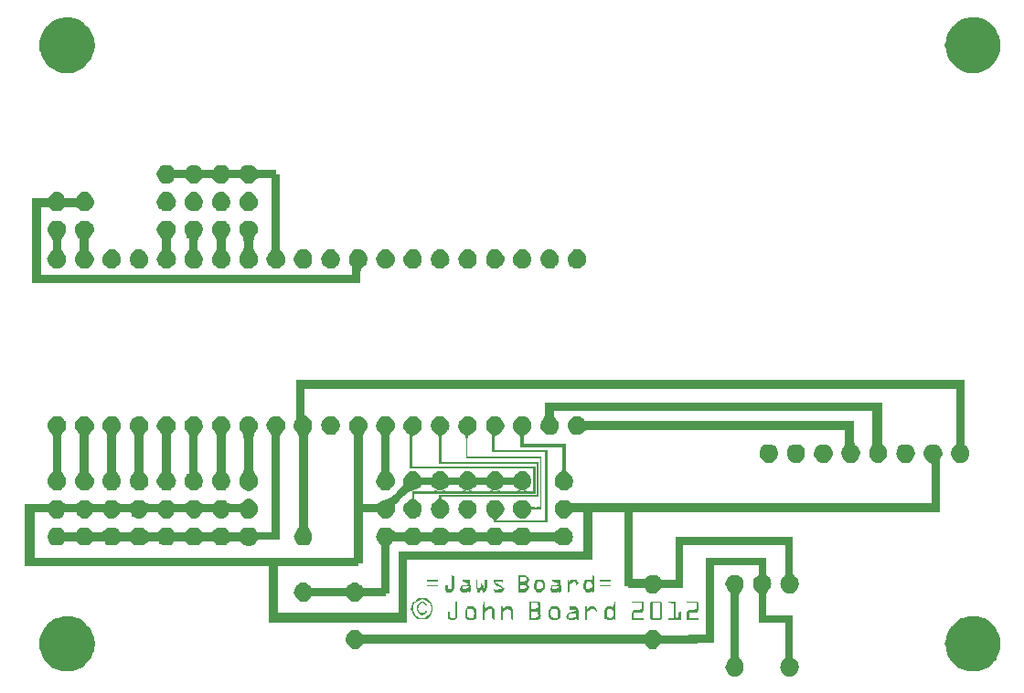
<source format=gbr>
G04 DipTrace 2.1.9.2*
%INTopAssy.gbr*%
%MOIN*%
%ADD10C,0.01*%
%ADD11C,0.003*%
%ADD12C,0.0079*%
%ADD13C,0.0077*%
%FSLAX44Y44*%
%SFA1B1*%
%OFA0B0*%
G04*
G70*
G90*
G75*
G01*
%LNTopAssy*%
%LPD*%
X1680Y24410D2*
D11*
X1980D1*
X34680D2*
X35040D1*
X1680Y24380D2*
X1980D1*
X34680D2*
X35102D1*
X1556Y24350D2*
X2098D1*
X34566D2*
X35175D1*
X1453Y24320D2*
X2193D1*
X34471D2*
X35246D1*
X1378Y24290D2*
X2266D1*
X34400D2*
X35304D1*
X1321Y24260D2*
X2326D1*
X34346D2*
X35355D1*
X1270Y24230D2*
X2376D1*
X34299D2*
X35405D1*
X1225Y24200D2*
X2415D1*
X34259D2*
X35452D1*
X1187Y24170D2*
X2445D1*
X34225D2*
X35491D1*
X1152Y24140D2*
X2473D1*
X34195D2*
X35522D1*
X1118Y24110D2*
X2505D1*
X34164D2*
X35551D1*
X1090Y24080D2*
X2537D1*
X34132D2*
X35577D1*
X1069Y24050D2*
X2565D1*
X34103D2*
X35602D1*
X1052Y24020D2*
X2592D1*
X34080D2*
X35627D1*
X1031Y23990D2*
X2620D1*
X34060D2*
X35651D1*
X1007Y23960D2*
X2644D1*
X34043D2*
X35671D1*
X984Y23930D2*
X2663D1*
X34023D2*
X35686D1*
X967Y23900D2*
X2678D1*
X34000D2*
X35698D1*
X953Y23870D2*
X2693D1*
X33978D2*
X35710D1*
X941Y23840D2*
X2707D1*
X33959D2*
X35721D1*
X931Y23810D2*
X2718D1*
X33945D2*
X35735D1*
X920Y23780D2*
X2727D1*
X33936D2*
X35752D1*
X911Y23750D2*
X2738D1*
X33928D2*
X35769D1*
X903Y23720D2*
X2753D1*
X33919D2*
X35781D1*
X892Y23690D2*
X2769D1*
X33911D2*
X35791D1*
X877Y23660D2*
X2780D1*
X33905D2*
X35800D1*
X861Y23630D2*
X2786D1*
X33902D2*
X35809D1*
X850Y23600D2*
X2789D1*
X33901D2*
X35815D1*
X844Y23570D2*
X2794D1*
X33898D2*
X35818D1*
X842Y23540D2*
X2802D1*
X33890D2*
X35819D1*
X841Y23510D2*
X2810D1*
X33876D2*
X35820D1*
X840Y23480D2*
X2815D1*
X33860D2*
X35820D1*
X840Y23450D2*
X2818D1*
X33850D2*
X35820D1*
X840Y23420D2*
X2819D1*
X33844D2*
X35820D1*
X840Y23390D2*
X2820D1*
X33842D2*
X35820D1*
X840Y23360D2*
X2820D1*
X33843D2*
X35820D1*
X840Y23330D2*
X2819D1*
X33847D2*
X35820D1*
X840Y23300D2*
X2815D1*
X33864D2*
X35820D1*
X840Y23270D2*
X2808D1*
X33880D2*
X35820D1*
X840Y23240D2*
X2800D1*
X33890D2*
X35820D1*
X842Y23210D2*
X2795D1*
X33896D2*
X35819D1*
X847Y23180D2*
X2790D1*
X33899D2*
X35815D1*
X864Y23150D2*
X2781D1*
X33904D2*
X35808D1*
X880Y23120D2*
X2766D1*
X33912D2*
X35800D1*
X891Y23090D2*
X2750D1*
X33920D2*
X35793D1*
X901Y23060D2*
X2739D1*
X33926D2*
X35782D1*
X912Y23030D2*
X2729D1*
X33933D2*
X35765D1*
X924Y23000D2*
X2719D1*
X33942D2*
X35746D1*
X937Y22970D2*
X2710D1*
X33952D2*
X35728D1*
X950Y22940D2*
X2700D1*
X33965D2*
X35713D1*
X964Y22910D2*
X2688D1*
X33983D2*
X35702D1*
X982Y22880D2*
X2671D1*
X34004D2*
X35690D1*
X1000Y22850D2*
X2650D1*
X34023D2*
X35679D1*
X1016Y22820D2*
X2626D1*
X34043D2*
X35664D1*
X1034Y22790D2*
X2601D1*
X34067D2*
X35642D1*
X1056Y22760D2*
X2572D1*
X34097D2*
X35614D1*
X1079Y22730D2*
X2541D1*
X34127D2*
X35587D1*
X1104Y22700D2*
X2512D1*
X34155D2*
X35562D1*
X1135Y22670D2*
X2485D1*
X34183D2*
X35535D1*
X1174Y22640D2*
X2458D1*
X34215D2*
X35504D1*
X1217Y22610D2*
X2431D1*
X34248D2*
X35471D1*
X1259Y22580D2*
X2399D1*
X34281D2*
X35435D1*
X1301Y22550D2*
X2354D1*
X34323D2*
X35390D1*
X1349Y22520D2*
X2297D1*
X34378D2*
X35335D1*
X1402Y22490D2*
X2237D1*
X34440D2*
X35274D1*
X1462Y22460D2*
X2178D1*
X34504D2*
X35207D1*
X1535Y22430D2*
X2112D1*
X34574D2*
X35129D1*
X1620Y22400D2*
X2040D1*
X34650D2*
X35040D1*
X5310Y19010D2*
X5580D1*
X6330D2*
X6570D1*
X7290D2*
X7590D1*
X8310D2*
X8550D1*
X5275Y18980D2*
X5606D1*
X6293D2*
X6607D1*
X7270D2*
X7607D1*
X8279D2*
X8588D1*
X5240Y18950D2*
X5635D1*
X6255D2*
X6645D1*
X7247D2*
X7631D1*
X8242D2*
X8630D1*
X5214Y18920D2*
X5662D1*
X6223D2*
X6677D1*
X7225D2*
X7659D1*
X8208D2*
X8669D1*
X5196Y18890D2*
X5681D1*
X6198D2*
X6702D1*
X7212D2*
X7683D1*
X8180D2*
X8703D1*
X5180Y18860D2*
X5692D1*
X6188D2*
X6712D1*
X7205D2*
X7699D1*
X8169D2*
X8718D1*
X5162Y18830D2*
X9420D1*
X5141Y18800D2*
X9420D1*
X5123Y18770D2*
X9420D1*
X5111Y18740D2*
X9420D1*
X5105Y18710D2*
X9420D1*
X5104Y18680D2*
X9570D1*
X5108Y18650D2*
X9570D1*
X5124Y18620D2*
X9570D1*
X5141Y18590D2*
X9570D1*
X5155Y18560D2*
X9570D1*
X5169Y18530D2*
X5699D1*
X6175D2*
X6725D1*
X7129D2*
X7708D1*
X8157D2*
X8741D1*
X9300D2*
X9570D1*
X5186Y18500D2*
X5693D1*
X6199D2*
X6701D1*
X7170D2*
X7702D1*
X8183D2*
X8700D1*
X9300D2*
X9570D1*
X5209Y18470D2*
X5683D1*
X6226D2*
X6674D1*
X7205D2*
X7677D1*
X8215D2*
X8666D1*
X9300D2*
X9570D1*
X5242Y18440D2*
X5649D1*
X6261D2*
X6639D1*
X7245D2*
X7638D1*
X8254D2*
X8630D1*
X9300D2*
X9570D1*
X5279Y18410D2*
X5605D1*
X6299D2*
X6601D1*
X7292D2*
X7590D1*
X8296D2*
X8590D1*
X9300D2*
X9570D1*
X5312Y18380D2*
X5561D1*
X6332D2*
X6568D1*
X7338D2*
X7543D1*
X8335D2*
X8553D1*
X9300D2*
X9570D1*
X5340Y18350D2*
X5520D1*
X6360D2*
X6540D1*
X7380D2*
X7500D1*
X8370D2*
X8520D1*
X9300D2*
X9570D1*
X9300Y18320D2*
X9570D1*
X9300Y18290D2*
X9570D1*
X9300Y18260D2*
X9570D1*
X9300Y18230D2*
X9570D1*
X9300Y18200D2*
X9570D1*
X9300Y18170D2*
X9570D1*
X9300Y18140D2*
X9570D1*
X9300Y18110D2*
X9570D1*
X9300Y18080D2*
X9570D1*
X9300Y18050D2*
X9570D1*
X1350Y18020D2*
X1530D1*
X2370D2*
X2550D1*
X5340D2*
X5520D1*
X6360D2*
X6540D1*
X7350D2*
X7500D1*
X8370D2*
X8520D1*
X9300D2*
X9570D1*
X1319Y17990D2*
X1577D1*
X2334D2*
X2581D1*
X5309D2*
X5567D1*
X6326D2*
X6571D1*
X7313D2*
X7548D1*
X8332D2*
X8557D1*
X9300D2*
X9570D1*
X1282Y17960D2*
X1624D1*
X2290D2*
X2618D1*
X5272D2*
X5614D1*
X6285D2*
X6608D1*
X7275D2*
X7599D1*
X8290D2*
X8595D1*
X9300D2*
X9570D1*
X1247Y17930D2*
X1662D1*
X2249D2*
X2653D1*
X5237D2*
X5652D1*
X6249D2*
X6643D1*
X7241D2*
X7644D1*
X8250D2*
X8629D1*
X9300D2*
X9570D1*
X1218Y17900D2*
X1690D1*
X2214D2*
X2681D1*
X5209D2*
X5679D1*
X6222D2*
X6671D1*
X7212D2*
X7677D1*
X8216D2*
X8659D1*
X9300D2*
X9570D1*
X1192Y17870D2*
X1701D1*
X2202D2*
X2704D1*
X5189D2*
X5700D1*
X6196D2*
X6692D1*
X7185D2*
X7700D1*
X8187D2*
X8686D1*
X9300D2*
X9570D1*
X1167Y17840D2*
X1706D1*
X2195D2*
X2725D1*
X5174D2*
X5720D1*
X6169D2*
X6710D1*
X7164D2*
X7716D1*
X8164D2*
X8711D1*
X9300D2*
X9570D1*
X570Y17810D2*
X2748D1*
X5164D2*
X5738D1*
X6146D2*
X6726D1*
X7150D2*
X7728D1*
X8147D2*
X8731D1*
X9300D2*
X9570D1*
X570Y17780D2*
X2767D1*
X5153D2*
X5751D1*
X6132D2*
X6737D1*
X7140D2*
X7735D1*
X8138D2*
X8745D1*
X9300D2*
X9570D1*
X570Y17750D2*
X2779D1*
X5137D2*
X5761D1*
X6125D2*
X6744D1*
X7130D2*
X7743D1*
X8133D2*
X8753D1*
X9300D2*
X9570D1*
X570Y17720D2*
X2785D1*
X5121D2*
X5775D1*
X6122D2*
X6747D1*
X7121D2*
X7751D1*
X8131D2*
X8757D1*
X9300D2*
X9570D1*
X570Y17690D2*
X2788D1*
X5110D2*
X5790D1*
X6121D2*
X6749D1*
X7116D2*
X7758D1*
X8130D2*
X8759D1*
X9300D2*
X9570D1*
X570Y17660D2*
X2789D1*
X5104D2*
X5776D1*
X6121D2*
X6750D1*
X7117D2*
X7760D1*
X8130D2*
X8759D1*
X9300D2*
X9570D1*
X570Y17630D2*
X2787D1*
X5108D2*
X5768D1*
X6122D2*
X6749D1*
X7123D2*
X7756D1*
X8131D2*
X8759D1*
X9300D2*
X9570D1*
X570Y17600D2*
X2783D1*
X5124D2*
X5763D1*
X6127D2*
X6745D1*
X7130D2*
X7749D1*
X8135D2*
X8755D1*
X9300D2*
X9570D1*
X570Y17570D2*
X2766D1*
X5141D2*
X5759D1*
X6144D2*
X6738D1*
X7138D2*
X7743D1*
X8142D2*
X8748D1*
X9300D2*
X9570D1*
X570Y17540D2*
X2749D1*
X5155D2*
X5753D1*
X6161D2*
X6729D1*
X7146D2*
X7735D1*
X8151D2*
X8738D1*
X9300D2*
X9570D1*
X570Y17510D2*
X2734D1*
X5168D2*
X5730D1*
X6176D2*
X6719D1*
X7169D2*
X7721D1*
X8162D2*
X8724D1*
X9300D2*
X9570D1*
X570Y17480D2*
X870D1*
X1205D2*
X1711D1*
X2189D2*
X2717D1*
X5178D2*
X5703D1*
X6193D2*
X6705D1*
X7197D2*
X7692D1*
X8180D2*
X8702D1*
X9300D2*
X9570D1*
X570Y17450D2*
X870D1*
X1213D2*
X1684D1*
X2218D2*
X2696D1*
X5185D2*
X5675D1*
X6214D2*
X6685D1*
X7223D2*
X7662D1*
X8206D2*
X8675D1*
X9300D2*
X9570D1*
X570Y17420D2*
X870D1*
X1237D2*
X1657D1*
X2249D2*
X2668D1*
X5280D2*
X5647D1*
X6242D2*
X6658D1*
X7247D2*
X7636D1*
X8237D2*
X8642D1*
X9300D2*
X9570D1*
X570Y17390D2*
X870D1*
X1274D2*
X1625D1*
X2291D2*
X2628D1*
X5294D2*
X5616D1*
X6282D2*
X6618D1*
X7268D2*
X7613D1*
X8272D2*
X8600D1*
X9300D2*
X9570D1*
X570Y17360D2*
X870D1*
X1320D2*
X1590D1*
X2340D2*
X2580D1*
X5310D2*
X5580D1*
X6330D2*
X6570D1*
X7290D2*
X7590D1*
X8310D2*
X8550D1*
X9300D2*
X9570D1*
X570Y17330D2*
X870D1*
X9300D2*
X9570D1*
X570Y17300D2*
X870D1*
X9300D2*
X9570D1*
X570Y17270D2*
X870D1*
X9300D2*
X9570D1*
X570Y17240D2*
X870D1*
X9300D2*
X9570D1*
X570Y17210D2*
X870D1*
X9300D2*
X9570D1*
X570Y17180D2*
X870D1*
X9300D2*
X9570D1*
X570Y17150D2*
X870D1*
X9300D2*
X9570D1*
X570Y17120D2*
X870D1*
X9300D2*
X9570D1*
X570Y17090D2*
X870D1*
X9300D2*
X9570D1*
X570Y17060D2*
X870D1*
X9300D2*
X9570D1*
X570Y17030D2*
X870D1*
X9300D2*
X9570D1*
X570Y17000D2*
X870D1*
X9300D2*
X9570D1*
X570Y16970D2*
X870D1*
X1320D2*
X1590D1*
X2340D2*
X2580D1*
X5310D2*
X5580D1*
X6330D2*
X6570D1*
X7290D2*
X7590D1*
X8310D2*
X8550D1*
X9300D2*
X9570D1*
X570Y16940D2*
X870D1*
X1268D2*
X1629D1*
X2287D2*
X2633D1*
X5265D2*
X5619D1*
X6277D2*
X6623D1*
X7265D2*
X7617D1*
X8261D2*
X8604D1*
X9300D2*
X9570D1*
X570Y16910D2*
X870D1*
X1227D2*
X1661D1*
X2248D2*
X2672D1*
X5229D2*
X5651D1*
X6238D2*
X6662D1*
X7241D2*
X7643D1*
X8222D2*
X8647D1*
X9300D2*
X9570D1*
X570Y16880D2*
X870D1*
X1208D2*
X1691D1*
X2220D2*
X2700D1*
X5204D2*
X5681D1*
X6210D2*
X6689D1*
X7216D2*
X7671D1*
X8193D2*
X8681D1*
X9300D2*
X9570D1*
X570Y16850D2*
X870D1*
X1193D2*
X1720D1*
X2196D2*
X2724D1*
X5185D2*
X5710D1*
X6186D2*
X6709D1*
X7189D2*
X7698D1*
X8172D2*
X8709D1*
X9300D2*
X9570D1*
X570Y16820D2*
X870D1*
X1180D2*
X1743D1*
X2173D2*
X2747D1*
X5171D2*
X5733D1*
X6163D2*
X6725D1*
X7166D2*
X7719D1*
X8155D2*
X8730D1*
X9300D2*
X9570D1*
X570Y16790D2*
X870D1*
X1166D2*
X1757D1*
X2153D2*
X2767D1*
X5156D2*
X5748D1*
X6143D2*
X6737D1*
X7151D2*
X7732D1*
X8143D2*
X8745D1*
X9300D2*
X9570D1*
X570Y16760D2*
X870D1*
X1148D2*
X1765D1*
X2141D2*
X2779D1*
X5138D2*
X5756D1*
X6131D2*
X6744D1*
X7140D2*
X7741D1*
X8136D2*
X8753D1*
X9300D2*
X9570D1*
X570Y16730D2*
X870D1*
X1131D2*
X1768D1*
X2135D2*
X2785D1*
X5121D2*
X5763D1*
X6125D2*
X6747D1*
X7130D2*
X7751D1*
X8133D2*
X8757D1*
X9300D2*
X9570D1*
X570Y16700D2*
X870D1*
X1120D2*
X1769D1*
X2132D2*
X2788D1*
X5110D2*
X5770D1*
X6122D2*
X6749D1*
X7121D2*
X7758D1*
X8131D2*
X8759D1*
X9300D2*
X9570D1*
X570Y16670D2*
X870D1*
X1114D2*
X1770D1*
X2131D2*
X2789D1*
X5104D2*
X5775D1*
X6121D2*
X6750D1*
X7116D2*
X7760D1*
X8130D2*
X8759D1*
X9300D2*
X9570D1*
X570Y16640D2*
X870D1*
X1118D2*
X1770D1*
X2130D2*
X2787D1*
X5108D2*
X5773D1*
X6120D2*
X6749D1*
X7117D2*
X7756D1*
X8130D2*
X8759D1*
X9300D2*
X9570D1*
X570Y16610D2*
X870D1*
X1134D2*
X1770D1*
X2130D2*
X2783D1*
X5124D2*
X5768D1*
X6120D2*
X6745D1*
X7123D2*
X7749D1*
X8130D2*
X8755D1*
X9300D2*
X9570D1*
X570Y16580D2*
X870D1*
X1150D2*
X1768D1*
X2132D2*
X2766D1*
X5140D2*
X5762D1*
X6122D2*
X6738D1*
X7130D2*
X7743D1*
X8131D2*
X8748D1*
X9300D2*
X9570D1*
X570Y16550D2*
X870D1*
X1162D2*
X1763D1*
X2137D2*
X2749D1*
X5152D2*
X5752D1*
X6128D2*
X6729D1*
X7138D2*
X7737D1*
X8136D2*
X8738D1*
X9300D2*
X9570D1*
X570Y16520D2*
X870D1*
X1172D2*
X1745D1*
X2155D2*
X2734D1*
X5162D2*
X5735D1*
X6149D2*
X6719D1*
X7149D2*
X7726D1*
X8146D2*
X8724D1*
X9300D2*
X9570D1*
X570Y16490D2*
X870D1*
X1186D2*
X1725D1*
X2175D2*
X2717D1*
X5176D2*
X5715D1*
X6172D2*
X6705D1*
X7169D2*
X7710D1*
X8171D2*
X8703D1*
X9300D2*
X9570D1*
X570Y16460D2*
X870D1*
X1204D2*
X1706D1*
X2192D2*
X2697D1*
X5194D2*
X5696D1*
X6190D2*
X6686D1*
X7193D2*
X7689D1*
X8200D2*
X8678D1*
X9300D2*
X9570D1*
X570Y16430D2*
X870D1*
X1226D2*
X1687D1*
X2206D2*
X2674D1*
X5216D2*
X5677D1*
X6201D2*
X6664D1*
X7216D2*
X7666D1*
X8228D2*
X8655D1*
X9300D2*
X9570D1*
X570Y16400D2*
X870D1*
X1252D2*
X1664D1*
X2214D2*
X2648D1*
X5242D2*
X5654D1*
X6206D2*
X6638D1*
X7238D2*
X7643D1*
X8249D2*
X8637D1*
X9300D2*
X9570D1*
X570Y16370D2*
X870D1*
X1279D2*
X1639D1*
X2310D2*
X2621D1*
X5269D2*
X5629D1*
X6300D2*
X6611D1*
X7258D2*
X7622D1*
X8264D2*
X8624D1*
X9300D2*
X9570D1*
X570Y16340D2*
X870D1*
X1299D2*
X1616D1*
X2310D2*
X2601D1*
X5289D2*
X5606D1*
X6300D2*
X6591D1*
X7274D2*
X7607D1*
X8273D2*
X8616D1*
X9300D2*
X9570D1*
X570Y16310D2*
X870D1*
X1310D2*
X1602D1*
X2310D2*
X2590D1*
X5300D2*
X5592D1*
X6300D2*
X6580D1*
X7282D2*
X7598D1*
X8277D2*
X8613D1*
X9300D2*
X9570D1*
X570Y16280D2*
X870D1*
X1316D2*
X1595D1*
X2310D2*
X2584D1*
X5306D2*
X5585D1*
X6300D2*
X6574D1*
X7287D2*
X7593D1*
X8279D2*
X8611D1*
X9300D2*
X9570D1*
X570Y16250D2*
X870D1*
X1318D2*
X1592D1*
X2310D2*
X2582D1*
X5308D2*
X5582D1*
X6300D2*
X6572D1*
X7289D2*
X7591D1*
X8280D2*
X8610D1*
X9300D2*
X9570D1*
X570Y16220D2*
X870D1*
X1319D2*
X1591D1*
X2310D2*
X2581D1*
X5309D2*
X5581D1*
X6300D2*
X6571D1*
X7290D2*
X7590D1*
X8280D2*
X8610D1*
X9300D2*
X9570D1*
X570Y16190D2*
X870D1*
X1320D2*
X1590D1*
X2310D2*
X2580D1*
X5310D2*
X5580D1*
X6300D2*
X6570D1*
X7290D2*
X7590D1*
X8280D2*
X8610D1*
X9300D2*
X9570D1*
X570Y16160D2*
X870D1*
X1320D2*
X1590D1*
X2310D2*
X2580D1*
X5310D2*
X5580D1*
X6300D2*
X6570D1*
X7290D2*
X7590D1*
X8280D2*
X8610D1*
X9300D2*
X9570D1*
X570Y16130D2*
X870D1*
X1320D2*
X1590D1*
X2310D2*
X2580D1*
X5310D2*
X5580D1*
X6300D2*
X6570D1*
X7290D2*
X7590D1*
X8280D2*
X8610D1*
X9300D2*
X9570D1*
X570Y16100D2*
X870D1*
X1320D2*
X1590D1*
X2310D2*
X2580D1*
X5310D2*
X5580D1*
X6300D2*
X6570D1*
X7290D2*
X7590D1*
X8280D2*
X8610D1*
X9300D2*
X9570D1*
X570Y16070D2*
X870D1*
X1320D2*
X1590D1*
X2310D2*
X2580D1*
X5310D2*
X5580D1*
X6300D2*
X6570D1*
X7290D2*
X7590D1*
X8280D2*
X8610D1*
X9300D2*
X9570D1*
X570Y16040D2*
X870D1*
X1320D2*
X1590D1*
X2310D2*
X2580D1*
X5310D2*
X5580D1*
X6300D2*
X6570D1*
X7290D2*
X7590D1*
X8280D2*
X8610D1*
X9300D2*
X9570D1*
X570Y16010D2*
X870D1*
X1320D2*
X1590D1*
X2310D2*
X2580D1*
X5310D2*
X5580D1*
X6300D2*
X6570D1*
X7290D2*
X7590D1*
X8280D2*
X8610D1*
X9300D2*
X9570D1*
X570Y15980D2*
X870D1*
X1320D2*
X1590D1*
X2310D2*
X2580D1*
X5310D2*
X5580D1*
X6300D2*
X6570D1*
X7290D2*
X7590D1*
X8280D2*
X8610D1*
X9300D2*
X9570D1*
X570Y15950D2*
X870D1*
X1319D2*
X1592D1*
X2308D2*
X2581D1*
X5309D2*
X5582D1*
X6298D2*
X6572D1*
X7289D2*
X7591D1*
X8279D2*
X8611D1*
X9299D2*
X9572D1*
X570Y15920D2*
X870D1*
X1315D2*
X1598D1*
X2302D2*
X2585D1*
X3360D2*
X3570D1*
X4320D2*
X4530D1*
X5305D2*
X5588D1*
X6292D2*
X6575D1*
X7284D2*
X7596D1*
X8275D2*
X8616D1*
X9295D2*
X9578D1*
X10320D2*
X10560D1*
X11340D2*
X11550D1*
X12300D2*
X12540D1*
X13320D2*
X13530D1*
X14340D2*
X14550D1*
X15330D2*
X15510D1*
X16350D2*
X16530D1*
X17310D2*
X17520D1*
X18330D2*
X18540D1*
X19320D2*
X19500D1*
X20310D2*
X20520D1*
X570Y15890D2*
X870D1*
X1297D2*
X1620D1*
X2280D2*
X2603D1*
X3323D2*
X3601D1*
X4289D2*
X4570D1*
X5287D2*
X5610D1*
X6270D2*
X6596D1*
X7272D2*
X7606D1*
X8257D2*
X8626D1*
X9277D2*
X9600D1*
X10283D2*
X10597D1*
X11302D2*
X11577D1*
X12276D2*
X12578D1*
X13289D2*
X13567D1*
X14300D2*
X14581D1*
X15292D2*
X15548D1*
X16305D2*
X16568D1*
X17279D2*
X17557D1*
X18293D2*
X18571D1*
X19282D2*
X19538D1*
X20283D2*
X20558D1*
X570Y15860D2*
X870D1*
X1271D2*
X1647D1*
X2253D2*
X2629D1*
X3285D2*
X3638D1*
X4252D2*
X4612D1*
X5261D2*
X5637D1*
X6243D2*
X6626D1*
X7253D2*
X7631D1*
X8231D2*
X8651D1*
X9251D2*
X9627D1*
X10245D2*
X10635D1*
X11260D2*
X11611D1*
X12244D2*
X12620D1*
X13252D2*
X13605D1*
X14258D2*
X14618D1*
X15250D2*
X15590D1*
X16256D2*
X16610D1*
X17242D2*
X17595D1*
X18255D2*
X18608D1*
X19240D2*
X19580D1*
X20249D2*
X20600D1*
X570Y15830D2*
X870D1*
X1242D2*
X1672D1*
X2228D2*
X2658D1*
X3251D2*
X3672D1*
X4218D2*
X4647D1*
X5232D2*
X5665D1*
X6218D2*
X6656D1*
X7230D2*
X7660D1*
X8203D2*
X8679D1*
X9222D2*
X9655D1*
X10213D2*
X10667D1*
X11220D2*
X11645D1*
X12214D2*
X12659D1*
X13217D2*
X13639D1*
X14225D2*
X14652D1*
X15211D2*
X15630D1*
X16215D2*
X16649D1*
X17208D2*
X17628D1*
X18221D2*
X18642D1*
X19201D2*
X19620D1*
X20215D2*
X20639D1*
X570Y15800D2*
X870D1*
X1217D2*
X1693D1*
X2207D2*
X2683D1*
X3222D2*
X3697D1*
X4193D2*
X4674D1*
X5207D2*
X5691D1*
X6197D2*
X6678D1*
X7207D2*
X7688D1*
X8181D2*
X8704D1*
X9197D2*
X9681D1*
X10189D2*
X10690D1*
X11187D2*
X11675D1*
X12191D2*
X12689D1*
X13189D2*
X13668D1*
X14201D2*
X14677D1*
X15181D2*
X15663D1*
X16186D2*
X16679D1*
X17183D2*
X17654D1*
X18191D2*
X18667D1*
X19171D2*
X19653D1*
X20184D2*
X20669D1*
X570Y15770D2*
X870D1*
X1195D2*
X1711D1*
X2189D2*
X2705D1*
X3195D2*
X3714D1*
X4176D2*
X4699D1*
X5188D2*
X5716D1*
X6179D2*
X6696D1*
X7183D2*
X7709D1*
X8165D2*
X8722D1*
X9178D2*
X9706D1*
X10170D2*
X10705D1*
X11162D2*
X11699D1*
X12170D2*
X12710D1*
X13169D2*
X13695D1*
X14182D2*
X14694D1*
X15160D2*
X15688D1*
X16166D2*
X16700D1*
X17166D2*
X17675D1*
X18164D2*
X18684D1*
X19150D2*
X19679D1*
X20160D2*
X20690D1*
X570Y15740D2*
X870D1*
X1174D2*
X1731D1*
X2169D2*
X2726D1*
X3174D2*
X3728D1*
X4162D2*
X4722D1*
X5174D2*
X5736D1*
X6159D2*
X6712D1*
X7163D2*
X7725D1*
X8152D2*
X8737D1*
X9164D2*
X9726D1*
X10150D2*
X10718D1*
X11146D2*
X11714D1*
X12151D2*
X12726D1*
X13155D2*
X13716D1*
X14163D2*
X14708D1*
X15144D2*
X15704D1*
X16149D2*
X16716D1*
X17152D2*
X17696D1*
X18139D2*
X18698D1*
X19134D2*
X19699D1*
X20141D2*
X20706D1*
X570Y15710D2*
X870D1*
X1152D2*
X1748D1*
X2152D2*
X2748D1*
X3160D2*
X3738D1*
X4152D2*
X4741D1*
X5164D2*
X5749D1*
X6142D2*
X6726D1*
X7150D2*
X7734D1*
X8142D2*
X8748D1*
X9154D2*
X9740D1*
X10132D2*
X10728D1*
X11136D2*
X11724D1*
X12136D2*
X12738D1*
X13146D2*
X13730D1*
X14142D2*
X14718D1*
X15132D2*
X15714D1*
X16134D2*
X16728D1*
X17142D2*
X17718D1*
X18119D2*
X18708D1*
X19122D2*
X19715D1*
X20125D2*
X20718D1*
X570Y15680D2*
X870D1*
X1133D2*
X1760D1*
X2140D2*
X2767D1*
X3150D2*
X3744D1*
X4146D2*
X4755D1*
X5153D2*
X5757D1*
X6130D2*
X6737D1*
X7140D2*
X7742D1*
X8135D2*
X8754D1*
X9143D2*
X9750D1*
X10120D2*
X10735D1*
X11128D2*
X11732D1*
X12127D2*
X12744D1*
X13140D2*
X13740D1*
X14123D2*
X14724D1*
X15124D2*
X15722D1*
X16123D2*
X16734D1*
X17136D2*
X17737D1*
X18105D2*
X18714D1*
X19116D2*
X19727D1*
X20113D2*
X20724D1*
X570Y15650D2*
X870D1*
X1121D2*
X1766D1*
X2134D2*
X2779D1*
X3140D2*
X3748D1*
X4142D2*
X4763D1*
X5137D2*
X5764D1*
X6124D2*
X6744D1*
X7130D2*
X7751D1*
X8132D2*
X8758D1*
X9127D2*
X9760D1*
X10114D2*
X10738D1*
X11119D2*
X11741D1*
X12123D2*
X12748D1*
X13133D2*
X13750D1*
X14111D2*
X14728D1*
X15117D2*
X15731D1*
X16116D2*
X16738D1*
X17132D2*
X17749D1*
X18097D2*
X18718D1*
X19112D2*
X19734D1*
X20106D2*
X20728D1*
X570Y15620D2*
X870D1*
X1115D2*
X1768D1*
X2132D2*
X2785D1*
X3131D2*
X3749D1*
X4141D2*
X4767D1*
X5121D2*
X5776D1*
X6122D2*
X6748D1*
X7121D2*
X7759D1*
X8131D2*
X8759D1*
X9111D2*
X9769D1*
X10112D2*
X10739D1*
X11111D2*
X11749D1*
X12121D2*
X12749D1*
X13109D2*
X13759D1*
X14105D2*
X14729D1*
X15105D2*
X15739D1*
X16112D2*
X16739D1*
X17131D2*
X17755D1*
X18093D2*
X18719D1*
X19111D2*
X19737D1*
X20103D2*
X20729D1*
X570Y15590D2*
X870D1*
X1112D2*
X1769D1*
X2131D2*
X2788D1*
X3125D2*
X3750D1*
X4140D2*
X4769D1*
X5109D2*
X5790D1*
X6121D2*
X6749D1*
X7116D2*
X7764D1*
X8130D2*
X8760D1*
X9099D2*
X9774D1*
X10111D2*
X10740D1*
X11106D2*
X11754D1*
X12120D2*
X12750D1*
X13080D2*
X13764D1*
X14102D2*
X14730D1*
X15090D2*
X15745D1*
X16111D2*
X16740D1*
X17130D2*
X17758D1*
X18091D2*
X18720D1*
X19110D2*
X19739D1*
X20101D2*
X20730D1*
X570Y15560D2*
X870D1*
X1113D2*
X1770D1*
X2130D2*
X2787D1*
X3123D2*
X3750D1*
X4140D2*
X4768D1*
X5110D2*
X5776D1*
X6120D2*
X6750D1*
X7117D2*
X7763D1*
X8130D2*
X8760D1*
X9100D2*
X9773D1*
X10110D2*
X10740D1*
X11107D2*
X11753D1*
X12120D2*
X12750D1*
X13108D2*
X13763D1*
X14101D2*
X14730D1*
X15104D2*
X15747D1*
X16112D2*
X16740D1*
X17130D2*
X17757D1*
X18092D2*
X18720D1*
X19110D2*
X19738D1*
X20102D2*
X20730D1*
X570Y15530D2*
X870D1*
X1117D2*
X1768D1*
X2132D2*
X2783D1*
X3126D2*
X3750D1*
X4141D2*
X4765D1*
X5125D2*
X5768D1*
X6122D2*
X6749D1*
X7123D2*
X7757D1*
X8131D2*
X8759D1*
X9115D2*
X9767D1*
X10112D2*
X10739D1*
X11113D2*
X11747D1*
X12121D2*
X12749D1*
X13128D2*
X13757D1*
X14103D2*
X14729D1*
X15112D2*
X15744D1*
X16115D2*
X16739D1*
X17130D2*
X17753D1*
X18095D2*
X18719D1*
X19111D2*
X19735D1*
X20105D2*
X20729D1*
X570Y15500D2*
X870D1*
X1134D2*
X1763D1*
X2137D2*
X2766D1*
X3133D2*
X3750D1*
X4145D2*
X4758D1*
X5140D2*
X5763D1*
X6127D2*
X6745D1*
X7130D2*
X7750D1*
X8135D2*
X8755D1*
X9130D2*
X9760D1*
X10117D2*
X10735D1*
X11120D2*
X11740D1*
X12125D2*
X12745D1*
X13135D2*
X13750D1*
X14107D2*
X14725D1*
X15117D2*
X15737D1*
X16122D2*
X16735D1*
X17130D2*
X17736D1*
X18102D2*
X18715D1*
X19115D2*
X19728D1*
X20112D2*
X20725D1*
X570Y15470D2*
X870D1*
X1151D2*
X1746D1*
X2154D2*
X2749D1*
X3142D2*
X3749D1*
X4152D2*
X4750D1*
X5152D2*
X5759D1*
X6144D2*
X6738D1*
X7138D2*
X7743D1*
X8142D2*
X8748D1*
X9142D2*
X9752D1*
X10134D2*
X10728D1*
X11127D2*
X11733D1*
X12132D2*
X12738D1*
X13139D2*
X13742D1*
X14124D2*
X14718D1*
X15120D2*
X15729D1*
X16131D2*
X16728D1*
X17131D2*
X17719D1*
X18112D2*
X18708D1*
X19122D2*
X19719D1*
X20121D2*
X20718D1*
X570Y15440D2*
X870D1*
X1167D2*
X1729D1*
X2171D2*
X2735D1*
X3156D2*
X3744D1*
X4161D2*
X4742D1*
X5162D2*
X5753D1*
X6161D2*
X6729D1*
X7146D2*
X7735D1*
X8151D2*
X8738D1*
X9152D2*
X9744D1*
X10151D2*
X10719D1*
X11135D2*
X11725D1*
X12141D2*
X12728D1*
X13146D2*
X13734D1*
X14141D2*
X14709D1*
X15124D2*
X15717D1*
X16140D2*
X16718D1*
X17136D2*
X17704D1*
X18125D2*
X18699D1*
X19132D2*
X19707D1*
X20130D2*
X20708D1*
X570Y15410D2*
X870D1*
X1185D2*
X1714D1*
X2186D2*
X2721D1*
X3178D2*
X3734D1*
X4172D2*
X4731D1*
X5178D2*
X5730D1*
X6176D2*
X6719D1*
X7169D2*
X7721D1*
X8162D2*
X8724D1*
X9168D2*
X9721D1*
X10166D2*
X10709D1*
X11149D2*
X11711D1*
X12152D2*
X12714D1*
X13156D2*
X13711D1*
X14156D2*
X14698D1*
X15143D2*
X15699D1*
X16152D2*
X16704D1*
X17146D2*
X17686D1*
X18145D2*
X18688D1*
X19146D2*
X19689D1*
X20140D2*
X20694D1*
X570Y15380D2*
X870D1*
X1211D2*
X1697D1*
X2203D2*
X2706D1*
X3206D2*
X3709D1*
X4190D2*
X4711D1*
X5202D2*
X5703D1*
X6193D2*
X6705D1*
X7197D2*
X7692D1*
X8180D2*
X8702D1*
X9192D2*
X9693D1*
X10183D2*
X10695D1*
X11178D2*
X11682D1*
X12170D2*
X12692D1*
X13181D2*
X13683D1*
X14173D2*
X14680D1*
X15169D2*
X15671D1*
X16169D2*
X16682D1*
X17171D2*
X17664D1*
X18169D2*
X18670D1*
X19168D2*
X19661D1*
X20149D2*
X20672D1*
X570Y15350D2*
X870D1*
X1241D2*
X1676D1*
X2224D2*
X2690D1*
X3236D2*
X3678D1*
X4216D2*
X4686D1*
X5232D2*
X5674D1*
X6214D2*
X6685D1*
X7226D2*
X7661D1*
X8206D2*
X8675D1*
X9222D2*
X9664D1*
X10204D2*
X10675D1*
X11210D2*
X11651D1*
X12193D2*
X12665D1*
X13212D2*
X13654D1*
X14194D2*
X14654D1*
X15201D2*
X15639D1*
X16192D2*
X16655D1*
X17202D2*
X17640D1*
X18197D2*
X18644D1*
X19195D2*
X19632D1*
X20155D2*
X20645D1*
X570Y15320D2*
X870D1*
X1274D2*
X1648D1*
X2252D2*
X2665D1*
X3268D2*
X3645D1*
X4247D2*
X4658D1*
X5265D2*
X5641D1*
X6242D2*
X6658D1*
X7259D2*
X7630D1*
X8237D2*
X8642D1*
X9255D2*
X9631D1*
X10232D2*
X10648D1*
X11246D2*
X11620D1*
X12215D2*
X12634D1*
X13245D2*
X13621D1*
X14222D2*
X14623D1*
X15236D2*
X15604D1*
X16219D2*
X16622D1*
X17235D2*
X17610D1*
X18227D2*
X18613D1*
X19228D2*
X19606D1*
X20250D2*
X20612D1*
X570Y15290D2*
X870D1*
X1311D2*
X1608D1*
X2292D2*
X2627D1*
X3311D2*
X3609D1*
X4282D2*
X4626D1*
X5301D2*
X5599D1*
X6282D2*
X6618D1*
X7301D2*
X7597D1*
X8272D2*
X8600D1*
X9291D2*
X9589D1*
X10272D2*
X10608D1*
X11289D2*
X11587D1*
X12228D2*
X12598D1*
X13281D2*
X13579D1*
X14262D2*
X14588D1*
X15279D2*
X15561D1*
X16253D2*
X16580D1*
X17271D2*
X17569D1*
X18262D2*
X18578D1*
X19270D2*
X19583D1*
X20264D2*
X20570D1*
X570Y15260D2*
X870D1*
X1350D2*
X1560D1*
X2340D2*
X2580D1*
X3360D2*
X3570D1*
X4320D2*
X4590D1*
X5340D2*
X5550D1*
X6330D2*
X6570D1*
X7350D2*
X7560D1*
X8310D2*
X8550D1*
X9330D2*
X9540D1*
X10320D2*
X10560D1*
X11340D2*
X11550D1*
X12235D2*
X12562D1*
X13320D2*
X13530D1*
X14310D2*
X14550D1*
X15330D2*
X15510D1*
X16290D2*
X16530D1*
X17310D2*
X17520D1*
X18300D2*
X18540D1*
X19320D2*
X19560D1*
X20280D2*
X20520D1*
X570Y15230D2*
X870D1*
X12238D2*
X12532D1*
X570Y15200D2*
X870D1*
X12239D2*
X12521D1*
X570Y15170D2*
X870D1*
X12240D2*
X12515D1*
X570Y15140D2*
X870D1*
X12240D2*
X12512D1*
X570Y15110D2*
X870D1*
X12240D2*
X12511D1*
X570Y15080D2*
X870D1*
X12240D2*
X12510D1*
X570Y15050D2*
X870D1*
X12240D2*
X12510D1*
X570Y15020D2*
X870D1*
X12240D2*
X12510D1*
X570Y14990D2*
X12510D1*
X570Y14960D2*
X12510D1*
X570Y14930D2*
X12510D1*
X570Y14900D2*
X12510D1*
X570Y14870D2*
X12510D1*
X570Y14840D2*
X12510D1*
X570Y14810D2*
X12510D1*
X570Y14780D2*
X12510D1*
X570Y14750D2*
X12510D1*
X570Y14720D2*
X12510D1*
X10200Y11150D2*
X34530D1*
X10200Y11120D2*
X34530D1*
X10200Y11090D2*
X34530D1*
X10200Y11060D2*
X34530D1*
X10200Y11030D2*
X34530D1*
X10200Y11000D2*
X34530D1*
X10200Y10970D2*
X34530D1*
X10200Y10940D2*
X34530D1*
X10200Y10910D2*
X34530D1*
X10200Y10880D2*
X34530D1*
X10200Y10850D2*
X34530D1*
X10200Y10820D2*
X10470D1*
X34260D2*
X34530D1*
X10200Y10790D2*
X10470D1*
X34260D2*
X34530D1*
X10200Y10760D2*
X10470D1*
X34260D2*
X34530D1*
X10200Y10730D2*
X10470D1*
X34260D2*
X34530D1*
X10200Y10700D2*
X10470D1*
X34260D2*
X34530D1*
X10200Y10670D2*
X10470D1*
X34260D2*
X34530D1*
X10200Y10640D2*
X10470D1*
X34260D2*
X34530D1*
X10200Y10610D2*
X10470D1*
X34260D2*
X34530D1*
X10200Y10580D2*
X10470D1*
X34260D2*
X34530D1*
X10200Y10550D2*
X10470D1*
X34260D2*
X34530D1*
X10200Y10520D2*
X10470D1*
X34260D2*
X34530D1*
X10200Y10490D2*
X10470D1*
X34260D2*
X34530D1*
X10200Y10460D2*
X10470D1*
X34260D2*
X34530D1*
X10200Y10430D2*
X10470D1*
X34260D2*
X34530D1*
X10200Y10400D2*
X10470D1*
X34260D2*
X34530D1*
X10200Y10370D2*
X10470D1*
X34260D2*
X34530D1*
X10200Y10340D2*
X10470D1*
X19260D2*
X31530D1*
X34260D2*
X34530D1*
X10200Y10310D2*
X10470D1*
X19260D2*
X31530D1*
X34260D2*
X34530D1*
X10200Y10280D2*
X10470D1*
X19260D2*
X31530D1*
X34260D2*
X34530D1*
X10200Y10250D2*
X10470D1*
X19260D2*
X31530D1*
X34260D2*
X34530D1*
X10200Y10220D2*
X10470D1*
X19260D2*
X31530D1*
X34260D2*
X34530D1*
X10200Y10190D2*
X10470D1*
X19260D2*
X31530D1*
X34260D2*
X34530D1*
X10200Y10160D2*
X10470D1*
X19260D2*
X31530D1*
X34260D2*
X34530D1*
X10200Y10130D2*
X10470D1*
X19260D2*
X31530D1*
X34260D2*
X34530D1*
X10200Y10100D2*
X10470D1*
X19260D2*
X31530D1*
X34260D2*
X34530D1*
X10200Y10070D2*
X10470D1*
X19260D2*
X31530D1*
X34260D2*
X34530D1*
X10200Y10040D2*
X10470D1*
X19260D2*
X19560D1*
X31200D2*
X31530D1*
X34260D2*
X34530D1*
X10200Y10010D2*
X10470D1*
X19260D2*
X19560D1*
X31200D2*
X31530D1*
X34260D2*
X34530D1*
X10200Y9980D2*
X10470D1*
X19260D2*
X19560D1*
X31200D2*
X31530D1*
X34260D2*
X34530D1*
X10200Y9950D2*
X10470D1*
X19260D2*
X19560D1*
X31200D2*
X31530D1*
X34260D2*
X34530D1*
X10200Y9920D2*
X10473D1*
X19260D2*
X19560D1*
X31200D2*
X31530D1*
X34260D2*
X34530D1*
X10200Y9890D2*
X10478D1*
X19259D2*
X19561D1*
X31200D2*
X31530D1*
X34260D2*
X34530D1*
X10200Y9860D2*
X10507D1*
X19254D2*
X19566D1*
X31200D2*
X31530D1*
X34260D2*
X34530D1*
X1350Y9830D2*
X1560D1*
X2370D2*
X2550D1*
X3360D2*
X3570D1*
X4380D2*
X4530D1*
X5340D2*
X5550D1*
X6360D2*
X6540D1*
X7350D2*
X7560D1*
X8370D2*
X8520D1*
X9330D2*
X9540D1*
X10200D2*
X10549D1*
X11340D2*
X11550D1*
X12360D2*
X12510D1*
X13320D2*
X13530D1*
X14340D2*
X14520D1*
X15330D2*
X15510D1*
X16350D2*
X16500D1*
X17310D2*
X17520D1*
X18330D2*
X18510D1*
X19243D2*
X19577D1*
X20310D2*
X20490D1*
X31200D2*
X31530D1*
X34260D2*
X34530D1*
X1301Y9800D2*
X1613D1*
X2303D2*
X2599D1*
X3307D2*
X3619D1*
X4307D2*
X4583D1*
X5291D2*
X5603D1*
X6300D2*
X6589D1*
X7297D2*
X7600D1*
X8298D2*
X8573D1*
X9281D2*
X9593D1*
X10200D2*
X10597D1*
X11286D2*
X11590D1*
X12306D2*
X12574D1*
X13271D2*
X13583D1*
X14287D2*
X14580D1*
X15276D2*
X15564D1*
X16296D2*
X16568D1*
X17261D2*
X17573D1*
X18277D2*
X18573D1*
X19226D2*
X19595D1*
X20270D2*
X20558D1*
X31200D2*
X31530D1*
X34260D2*
X34530D1*
X1261Y9770D2*
X1652D1*
X2256D2*
X2639D1*
X3266D2*
X3658D1*
X4250D2*
X4624D1*
X5251D2*
X5642D1*
X6252D2*
X6629D1*
X7256D2*
X7635D1*
X8244D2*
X8614D1*
X9241D2*
X9634D1*
X10199D2*
X10637D1*
X11242D2*
X11625D1*
X12262D2*
X12626D1*
X13232D2*
X13624D1*
X14247D2*
X14628D1*
X15233D2*
X15608D1*
X16252D2*
X16619D1*
X17222D2*
X17613D1*
X18236D2*
X18621D1*
X19205D2*
X19616D1*
X20235D2*
X20609D1*
X31200D2*
X31530D1*
X34260D2*
X34530D1*
X1229Y9740D2*
X1680D1*
X2223D2*
X2671D1*
X3232D2*
X3687D1*
X4212D2*
X4658D1*
X5219D2*
X5670D1*
X6217D2*
X6661D1*
X7222D2*
X7668D1*
X8209D2*
X8648D1*
X9209D2*
X9668D1*
X10195D2*
X10666D1*
X11205D2*
X11658D1*
X12225D2*
X12666D1*
X13203D2*
X13658D1*
X14217D2*
X14662D1*
X15199D2*
X15645D1*
X16215D2*
X16658D1*
X17193D2*
X17643D1*
X18202D2*
X18654D1*
X19181D2*
X19642D1*
X20202D2*
X20647D1*
X31200D2*
X31530D1*
X34260D2*
X34530D1*
X1205Y9710D2*
X1704D1*
X2197D2*
X2695D1*
X3202D2*
X3708D1*
X4185D2*
X4688D1*
X5195D2*
X5694D1*
X6189D2*
X6685D1*
X7192D2*
X7697D1*
X8183D2*
X8678D1*
X9185D2*
X9698D1*
X10179D2*
X10689D1*
X11174D2*
X11687D1*
X12194D2*
X12697D1*
X13182D2*
X13688D1*
X14194D2*
X14686D1*
X15171D2*
X15676D1*
X16184D2*
X16688D1*
X17172D2*
X17666D1*
X18172D2*
X18677D1*
X19158D2*
X19669D1*
X20173D2*
X20677D1*
X31200D2*
X31530D1*
X34260D2*
X34530D1*
X1185Y9680D2*
X1727D1*
X2173D2*
X2715D1*
X3177D2*
X3725D1*
X4167D2*
X4714D1*
X5177D2*
X5717D1*
X6164D2*
X6703D1*
X7167D2*
X7722D1*
X8162D2*
X8704D1*
X9167D2*
X9723D1*
X10156D2*
X10709D1*
X11149D2*
X11708D1*
X12171D2*
X12719D1*
X13165D2*
X13713D1*
X14175D2*
X14704D1*
X15150D2*
X15701D1*
X16161D2*
X16710D1*
X17155D2*
X17683D1*
X18146D2*
X18694D1*
X19139D2*
X19690D1*
X20151D2*
X20690D1*
X31200D2*
X31530D1*
X34260D2*
X34530D1*
X1168Y9650D2*
X1747D1*
X2153D2*
X2732D1*
X3162D2*
X3737D1*
X4154D2*
X4732D1*
X5166D2*
X5737D1*
X6144D2*
X6717D1*
X7152D2*
X7731D1*
X8146D2*
X8722D1*
X9156D2*
X9738D1*
X10135D2*
X10724D1*
X11138D2*
X11721D1*
X12155D2*
X12735D1*
X13153D2*
X13728D1*
X14158D2*
X14716D1*
X15135D2*
X15712D1*
X16145D2*
X16725D1*
X17143D2*
X17695D1*
X18128D2*
X18707D1*
X19125D2*
X19705D1*
X20135D2*
X30510D1*
X31200D2*
X31530D1*
X34260D2*
X34530D1*
X1149Y9620D2*
X1759D1*
X2141D2*
X2751D1*
X3150D2*
X3744D1*
X4146D2*
X4747D1*
X5153D2*
X5750D1*
X6131D2*
X6729D1*
X7140D2*
X7737D1*
X8138D2*
X8737D1*
X9143D2*
X9750D1*
X10122D2*
X10733D1*
X11129D2*
X11731D1*
X12142D2*
X12743D1*
X13144D2*
X13740D1*
X14139D2*
X14724D1*
X15126D2*
X15721D1*
X16132D2*
X16733D1*
X17136D2*
X17707D1*
X18113D2*
X18714D1*
X19117D2*
X19718D1*
X20122D2*
X30510D1*
X31200D2*
X31530D1*
X34260D2*
X34530D1*
X1132Y9590D2*
X1765D1*
X2135D2*
X2768D1*
X3140D2*
X3747D1*
X4143D2*
X4758D1*
X5137D2*
X5760D1*
X6125D2*
X6739D1*
X7130D2*
X7743D1*
X8133D2*
X8748D1*
X9127D2*
X9760D1*
X10115D2*
X10737D1*
X11119D2*
X11741D1*
X12132D2*
X12747D1*
X13133D2*
X13750D1*
X14122D2*
X14727D1*
X15118D2*
X15731D1*
X16122D2*
X16737D1*
X17133D2*
X17723D1*
X18102D2*
X18717D1*
X19113D2*
X19728D1*
X20112D2*
X30510D1*
X31200D2*
X31530D1*
X34260D2*
X34530D1*
X1120Y9560D2*
X1768D1*
X2132D2*
X2780D1*
X3131D2*
X3749D1*
X4141D2*
X4764D1*
X5121D2*
X5769D1*
X6122D2*
X6745D1*
X7121D2*
X7752D1*
X8131D2*
X8754D1*
X9111D2*
X9769D1*
X10112D2*
X10739D1*
X11111D2*
X11749D1*
X12125D2*
X12749D1*
X13117D2*
X13759D1*
X14110D2*
X14729D1*
X15110D2*
X15739D1*
X16115D2*
X16739D1*
X17131D2*
X17739D1*
X18096D2*
X18719D1*
X19111D2*
X19735D1*
X20105D2*
X30510D1*
X31200D2*
X31530D1*
X34260D2*
X34530D1*
X1115Y9530D2*
X1769D1*
X2131D2*
X2786D1*
X3125D2*
X3750D1*
X4140D2*
X4768D1*
X5110D2*
X5777D1*
X6121D2*
X6748D1*
X7116D2*
X7759D1*
X8130D2*
X8758D1*
X9099D2*
X9774D1*
X10111D2*
X10740D1*
X11106D2*
X11754D1*
X12122D2*
X12750D1*
X13100D2*
X13764D1*
X14104D2*
X14730D1*
X15106D2*
X15745D1*
X16112D2*
X16740D1*
X17130D2*
X17750D1*
X18093D2*
X18720D1*
X19110D2*
X19738D1*
X20102D2*
X30510D1*
X31200D2*
X31530D1*
X34260D2*
X34530D1*
X1114Y9500D2*
X1770D1*
X2130D2*
X2788D1*
X3123D2*
X3750D1*
X4140D2*
X4769D1*
X5104D2*
X5773D1*
X6120D2*
X6749D1*
X7117D2*
X7760D1*
X8130D2*
X8759D1*
X9100D2*
X9773D1*
X10110D2*
X10740D1*
X11107D2*
X11753D1*
X12121D2*
X12750D1*
X13095D2*
X13763D1*
X14102D2*
X14730D1*
X15107D2*
X15747D1*
X16111D2*
X16740D1*
X17130D2*
X17756D1*
X18092D2*
X18720D1*
X19110D2*
X19738D1*
X20102D2*
X30510D1*
X31200D2*
X31530D1*
X34260D2*
X34530D1*
X1118Y9470D2*
X1770D1*
X2130D2*
X2789D1*
X3126D2*
X3750D1*
X4140D2*
X4770D1*
X5108D2*
X5768D1*
X6120D2*
X6750D1*
X7123D2*
X7756D1*
X8130D2*
X8760D1*
X9115D2*
X9767D1*
X10110D2*
X10740D1*
X11113D2*
X11747D1*
X12120D2*
X12750D1*
X13107D2*
X13757D1*
X14101D2*
X14730D1*
X15112D2*
X15744D1*
X16110D2*
X16740D1*
X17130D2*
X17752D1*
X18095D2*
X18720D1*
X19110D2*
X19735D1*
X20105D2*
X30510D1*
X31200D2*
X31530D1*
X34260D2*
X34530D1*
X1134Y9440D2*
X1770D1*
X2132D2*
X2787D1*
X3133D2*
X3750D1*
X4141D2*
X4769D1*
X5124D2*
X5764D1*
X6122D2*
X6749D1*
X7130D2*
X7749D1*
X8131D2*
X8759D1*
X9130D2*
X9760D1*
X10112D2*
X10739D1*
X11120D2*
X11740D1*
X12121D2*
X12749D1*
X13121D2*
X13750D1*
X14103D2*
X14729D1*
X15116D2*
X15737D1*
X16111D2*
X16739D1*
X17130D2*
X17736D1*
X18102D2*
X18719D1*
X19110D2*
X19728D1*
X20112D2*
X30510D1*
X31200D2*
X31530D1*
X34260D2*
X34530D1*
X1151Y9410D2*
X1768D1*
X2137D2*
X2783D1*
X3142D2*
X3749D1*
X4145D2*
X4765D1*
X5141D2*
X5759D1*
X6127D2*
X6745D1*
X7138D2*
X7743D1*
X8135D2*
X8755D1*
X9142D2*
X9752D1*
X10117D2*
X10735D1*
X11127D2*
X11733D1*
X12125D2*
X12745D1*
X13132D2*
X13742D1*
X14107D2*
X14725D1*
X15120D2*
X15729D1*
X16115D2*
X16735D1*
X17131D2*
X17719D1*
X18110D2*
X18715D1*
X19111D2*
X19719D1*
X20121D2*
X30510D1*
X31200D2*
X31530D1*
X34260D2*
X34530D1*
X1165Y9380D2*
X1762D1*
X2155D2*
X2765D1*
X3156D2*
X3744D1*
X4153D2*
X4755D1*
X5156D2*
X5753D1*
X6145D2*
X6737D1*
X7149D2*
X7735D1*
X8143D2*
X8745D1*
X9152D2*
X9741D1*
X10135D2*
X10727D1*
X11135D2*
X11725D1*
X12133D2*
X12735D1*
X13142D2*
X13731D1*
X14125D2*
X14717D1*
X15127D2*
X15718D1*
X16123D2*
X16725D1*
X17136D2*
X17705D1*
X18117D2*
X18707D1*
X19115D2*
X19710D1*
X20130D2*
X30510D1*
X31200D2*
X31530D1*
X34260D2*
X34530D1*
X1178Y9350D2*
X1741D1*
X2175D2*
X2745D1*
X3177D2*
X3733D1*
X4165D2*
X4740D1*
X5173D2*
X5732D1*
X6165D2*
X6725D1*
X7169D2*
X7719D1*
X8155D2*
X8730D1*
X9166D2*
X9721D1*
X10155D2*
X10715D1*
X11151D2*
X11709D1*
X12145D2*
X12720D1*
X13156D2*
X13711D1*
X14145D2*
X14705D1*
X15139D2*
X15700D1*
X16135D2*
X16710D1*
X17147D2*
X17692D1*
X18128D2*
X18695D1*
X19132D2*
X19700D1*
X20140D2*
X30510D1*
X31200D2*
X31530D1*
X34260D2*
X34530D1*
X1192Y9320D2*
X1717D1*
X2194D2*
X2726D1*
X3202D2*
X3715D1*
X4180D2*
X4719D1*
X5193D2*
X5707D1*
X6184D2*
X6711D1*
X7193D2*
X7695D1*
X8170D2*
X8709D1*
X9184D2*
X9697D1*
X10174D2*
X10701D1*
X11175D2*
X11685D1*
X12160D2*
X12699D1*
X13174D2*
X13687D1*
X14164D2*
X14690D1*
X15165D2*
X15675D1*
X16150D2*
X16689D1*
X17165D2*
X17679D1*
X18145D2*
X18680D1*
X19156D2*
X19688D1*
X20152D2*
X20710D1*
X30210D2*
X30510D1*
X31200D2*
X31530D1*
X34260D2*
X34530D1*
X1211Y9290D2*
X1693D1*
X2213D2*
X2706D1*
X3226D2*
X3694D1*
X4199D2*
X4695D1*
X5216D2*
X5683D1*
X6203D2*
X6694D1*
X7216D2*
X7669D1*
X8189D2*
X8686D1*
X9206D2*
X9673D1*
X10193D2*
X10685D1*
X11201D2*
X11659D1*
X12180D2*
X12676D1*
X13196D2*
X13663D1*
X14184D2*
X14669D1*
X15193D2*
X15649D1*
X16170D2*
X16663D1*
X17187D2*
X17666D1*
X18168D2*
X18660D1*
X19184D2*
X19673D1*
X20167D2*
X20668D1*
X30210D2*
X30510D1*
X31200D2*
X31530D1*
X34260D2*
X34530D1*
X1239Y9260D2*
X1667D1*
X2236D2*
X2679D1*
X3248D2*
X3668D1*
X4224D2*
X4668D1*
X5242D2*
X5657D1*
X6226D2*
X6669D1*
X7238D2*
X7645D1*
X8214D2*
X8663D1*
X9232D2*
X9647D1*
X10216D2*
X10664D1*
X11226D2*
X11634D1*
X12209D2*
X12653D1*
X13222D2*
X13637D1*
X14212D2*
X14636D1*
X15228D2*
X15620D1*
X16202D2*
X16629D1*
X17219D2*
X17633D1*
X18200D2*
X18628D1*
X19218D2*
X19646D1*
X20194D2*
X20626D1*
X30210D2*
X30510D1*
X31200D2*
X31530D1*
X34260D2*
X34530D1*
X1271Y9230D2*
X1640D1*
X2261D2*
X2646D1*
X3268D2*
X3641D1*
X4249D2*
X4640D1*
X5269D2*
X5630D1*
X6251D2*
X6636D1*
X7258D2*
X7623D1*
X8239D2*
X8642D1*
X9259D2*
X9620D1*
X10241D2*
X10638D1*
X11253D2*
X11607D1*
X12242D2*
X12632D1*
X13249D2*
X13610D1*
X14249D2*
X14583D1*
X15271D2*
X15583D1*
X16247D2*
X16578D1*
X17256D2*
X17582D1*
X18242D2*
X18583D1*
X19265D2*
X19606D1*
X20234D2*
X20576D1*
X30210D2*
X30510D1*
X31200D2*
X31530D1*
X34260D2*
X34530D1*
X1299Y9200D2*
X1617D1*
X2284D2*
X2616D1*
X3283D2*
X3621D1*
X4269D2*
X4617D1*
X5289D2*
X5607D1*
X6274D2*
X6606D1*
X7274D2*
X7607D1*
X8259D2*
X8627D1*
X9279D2*
X9597D1*
X10264D2*
X10616D1*
X11280D2*
X11580D1*
X12269D2*
X12617D1*
X13269D2*
X13587D1*
X14286D2*
X14520D1*
X15317D2*
X15538D1*
X16296D2*
X16518D1*
X17291D2*
X17520D1*
X18287D2*
X18534D1*
X19320D2*
X19560D1*
X20280D2*
X20520D1*
X30210D2*
X30510D1*
X31200D2*
X31530D1*
X34260D2*
X34530D1*
X1310Y9170D2*
X1602D1*
X2298D2*
X2594D1*
X3292D2*
X3610D1*
X4281D2*
X4603D1*
X5300D2*
X5592D1*
X6288D2*
X6584D1*
X7282D2*
X7598D1*
X8271D2*
X8618D1*
X9290D2*
X9582D1*
X10278D2*
X10602D1*
X12289D2*
X12608D1*
X13280D2*
X13572D1*
X14317D2*
X14465D1*
X15357D2*
X15498D1*
X16341D2*
X16468D1*
X17319D2*
X17465D1*
X18327D2*
X18489D1*
X30210D2*
X30510D1*
X31200D2*
X31530D1*
X34260D2*
X34530D1*
X1316Y9140D2*
X1595D1*
X2305D2*
X2586D1*
X3297D2*
X3604D1*
X4286D2*
X4595D1*
X5306D2*
X5585D1*
X6295D2*
X6576D1*
X7287D2*
X7593D1*
X8276D2*
X8613D1*
X9296D2*
X9575D1*
X10285D2*
X10595D1*
X12295D2*
X12603D1*
X13286D2*
X13565D1*
X14329D2*
X14424D1*
X15374D2*
X15468D1*
X16364D2*
X16431D1*
X17330D2*
X17424D1*
X18344D2*
X18466D1*
X30210D2*
X30510D1*
X31200D2*
X31530D1*
X34260D2*
X34530D1*
X1318Y9110D2*
X1592D1*
X2308D2*
X2583D1*
X3299D2*
X3602D1*
X4288D2*
X4592D1*
X5308D2*
X5582D1*
X6298D2*
X6573D1*
X7289D2*
X7591D1*
X8278D2*
X8611D1*
X9298D2*
X9572D1*
X10288D2*
X10592D1*
X12298D2*
X12601D1*
X13288D2*
X13562D1*
X14335D2*
X14411D1*
X15383D2*
X15459D1*
X16372D2*
X16420D1*
X17336D2*
X17411D1*
X18353D2*
X18458D1*
X30210D2*
X30510D1*
X31200D2*
X31530D1*
X34260D2*
X34530D1*
X1319Y9080D2*
X1591D1*
X2309D2*
X2581D1*
X3300D2*
X3601D1*
X4289D2*
X4591D1*
X5309D2*
X5581D1*
X6299D2*
X6571D1*
X7290D2*
X7590D1*
X8279D2*
X8610D1*
X9299D2*
X9571D1*
X10289D2*
X10591D1*
X12299D2*
X12600D1*
X13289D2*
X13561D1*
X14338D2*
X14405D1*
X15387D2*
X15454D1*
X16377D2*
X16414D1*
X17338D2*
X17405D1*
X18357D2*
X18453D1*
X30210D2*
X30510D1*
X31200D2*
X31530D1*
X34260D2*
X34530D1*
X1320Y9050D2*
X1590D1*
X2310D2*
X2580D1*
X3300D2*
X3600D1*
X4290D2*
X4590D1*
X5310D2*
X5580D1*
X6300D2*
X6570D1*
X7290D2*
X7590D1*
X8280D2*
X8610D1*
X9300D2*
X9570D1*
X10290D2*
X10590D1*
X12300D2*
X12600D1*
X13290D2*
X13560D1*
X14339D2*
X14402D1*
X15389D2*
X15451D1*
X16379D2*
X16412D1*
X17339D2*
X17402D1*
X18359D2*
X18451D1*
X30210D2*
X30510D1*
X31200D2*
X31530D1*
X34260D2*
X34530D1*
X1320Y9020D2*
X1590D1*
X2310D2*
X2580D1*
X3300D2*
X3600D1*
X4290D2*
X4590D1*
X5310D2*
X5580D1*
X6300D2*
X6570D1*
X7290D2*
X7590D1*
X8280D2*
X8610D1*
X9300D2*
X9570D1*
X10290D2*
X10590D1*
X12300D2*
X12600D1*
X13290D2*
X13560D1*
X14340D2*
X14401D1*
X15390D2*
X15450D1*
X16380D2*
X16411D1*
X17340D2*
X17401D1*
X18360D2*
X18450D1*
X30210D2*
X30510D1*
X31200D2*
X31530D1*
X34260D2*
X34530D1*
X1320Y8990D2*
X1590D1*
X2310D2*
X2580D1*
X3300D2*
X3600D1*
X4290D2*
X4590D1*
X5310D2*
X5580D1*
X6300D2*
X6570D1*
X7290D2*
X7590D1*
X8280D2*
X8610D1*
X9300D2*
X9570D1*
X10290D2*
X10590D1*
X12300D2*
X12600D1*
X13290D2*
X13560D1*
X14340D2*
X14400D1*
X15390D2*
X15450D1*
X16380D2*
X16410D1*
X17340D2*
X17400D1*
X18360D2*
X18450D1*
X30210D2*
X30510D1*
X31200D2*
X31530D1*
X34260D2*
X34530D1*
X1320Y8960D2*
X1590D1*
X2310D2*
X2580D1*
X3300D2*
X3600D1*
X4290D2*
X4590D1*
X5310D2*
X5580D1*
X6300D2*
X6570D1*
X7290D2*
X7590D1*
X8280D2*
X8610D1*
X9300D2*
X9570D1*
X10290D2*
X10590D1*
X12300D2*
X12600D1*
X13290D2*
X13560D1*
X14340D2*
X14400D1*
X15390D2*
X15450D1*
X16380D2*
X16410D1*
X17340D2*
X17400D1*
X18360D2*
X18450D1*
X30210D2*
X30510D1*
X31200D2*
X31530D1*
X34260D2*
X34530D1*
X1320Y8930D2*
X1590D1*
X2310D2*
X2580D1*
X3300D2*
X3600D1*
X4290D2*
X4590D1*
X5310D2*
X5580D1*
X6300D2*
X6570D1*
X7290D2*
X7590D1*
X8280D2*
X8610D1*
X9300D2*
X9570D1*
X10290D2*
X10590D1*
X12300D2*
X12600D1*
X13290D2*
X13560D1*
X14340D2*
X14400D1*
X15390D2*
X15450D1*
X16380D2*
X16410D1*
X17340D2*
X17400D1*
X18360D2*
X18450D1*
X30210D2*
X30510D1*
X31200D2*
X31530D1*
X34260D2*
X34530D1*
X1320Y8900D2*
X1590D1*
X2310D2*
X2580D1*
X3300D2*
X3600D1*
X4290D2*
X4590D1*
X5310D2*
X5580D1*
X6300D2*
X6570D1*
X7290D2*
X7590D1*
X8280D2*
X8610D1*
X9300D2*
X9570D1*
X10290D2*
X10590D1*
X12300D2*
X12600D1*
X13290D2*
X13560D1*
X14340D2*
X14400D1*
X15390D2*
X15450D1*
X16380D2*
X16410D1*
X17340D2*
X17400D1*
X18360D2*
X18450D1*
X30210D2*
X30511D1*
X31200D2*
X31530D1*
X34260D2*
X34530D1*
X1320Y8870D2*
X1590D1*
X2310D2*
X2580D1*
X3300D2*
X3600D1*
X4290D2*
X4590D1*
X5310D2*
X5580D1*
X6300D2*
X6570D1*
X7290D2*
X7590D1*
X8280D2*
X8610D1*
X9300D2*
X9570D1*
X10290D2*
X10590D1*
X12300D2*
X12600D1*
X13290D2*
X13560D1*
X14340D2*
X14400D1*
X15390D2*
X15450D1*
X16380D2*
X16410D1*
X17340D2*
X17400D1*
X18360D2*
X18450D1*
X30209D2*
X30516D1*
X31200D2*
X31532D1*
X34258D2*
X34531D1*
X1320Y8840D2*
X1590D1*
X2310D2*
X2580D1*
X3300D2*
X3600D1*
X4290D2*
X4590D1*
X5310D2*
X5580D1*
X6300D2*
X6570D1*
X7290D2*
X7590D1*
X8280D2*
X8610D1*
X9300D2*
X9570D1*
X10290D2*
X10590D1*
X12300D2*
X12600D1*
X13290D2*
X13560D1*
X14340D2*
X14400D1*
X15390D2*
X15450D1*
X16380D2*
X16410D1*
X17340D2*
X17400D1*
X18360D2*
X19980D1*
X30205D2*
X30527D1*
X31200D2*
X31537D1*
X34253D2*
X34535D1*
X1320Y8810D2*
X1590D1*
X2310D2*
X2580D1*
X3300D2*
X3600D1*
X4290D2*
X4590D1*
X5310D2*
X5580D1*
X6300D2*
X6570D1*
X7290D2*
X7590D1*
X8280D2*
X8610D1*
X9300D2*
X9570D1*
X10290D2*
X10590D1*
X12300D2*
X12600D1*
X13290D2*
X13560D1*
X14340D2*
X14400D1*
X15390D2*
X15450D1*
X16380D2*
X16410D1*
X17340D2*
X17400D1*
X18360D2*
X19980D1*
X27240D2*
X27540D1*
X28260D2*
X28560D1*
X29250D2*
X29520D1*
X30197D2*
X30545D1*
X31199D2*
X31555D1*
X32250D2*
X32520D1*
X33270D2*
X33510D1*
X34235D2*
X34545D1*
X1320Y8780D2*
X1590D1*
X2310D2*
X2580D1*
X3300D2*
X3600D1*
X4290D2*
X4590D1*
X5310D2*
X5580D1*
X6300D2*
X6570D1*
X7290D2*
X7590D1*
X8280D2*
X8610D1*
X9300D2*
X9570D1*
X10290D2*
X10590D1*
X12300D2*
X12600D1*
X13290D2*
X13560D1*
X14340D2*
X14400D1*
X15390D2*
X15450D1*
X16380D2*
X16410D1*
X17340D2*
X17400D1*
X18360D2*
X19980D1*
X27219D2*
X27578D1*
X28214D2*
X28580D1*
X29217D2*
X29567D1*
X30185D2*
X30566D1*
X31195D2*
X31577D1*
X32204D2*
X32554D1*
X33223D2*
X33557D1*
X34214D2*
X34561D1*
X1320Y8750D2*
X1590D1*
X2310D2*
X2580D1*
X3300D2*
X3600D1*
X4290D2*
X4590D1*
X5310D2*
X5580D1*
X6300D2*
X6570D1*
X7290D2*
X7590D1*
X8280D2*
X8610D1*
X9300D2*
X9570D1*
X10290D2*
X10590D1*
X12300D2*
X12600D1*
X13290D2*
X13560D1*
X14340D2*
X14400D1*
X15390D2*
X15450D1*
X16380D2*
X16410D1*
X17340D2*
X17400D1*
X18360D2*
X19980D1*
X27195D2*
X27614D1*
X28179D2*
X28602D1*
X29188D2*
X29604D1*
X30170D2*
X30594D1*
X31179D2*
X31602D1*
X32169D2*
X32584D1*
X33186D2*
X33594D1*
X34190D2*
X34586D1*
X1320Y8720D2*
X1590D1*
X2310D2*
X2580D1*
X3300D2*
X3600D1*
X4290D2*
X4590D1*
X5310D2*
X5580D1*
X6300D2*
X6570D1*
X7290D2*
X7590D1*
X8280D2*
X8610D1*
X9300D2*
X9570D1*
X10290D2*
X10590D1*
X12300D2*
X12600D1*
X13290D2*
X13560D1*
X14340D2*
X14400D1*
X15390D2*
X15450D1*
X16380D2*
X16410D1*
X17340D2*
X17400D1*
X18360D2*
X19980D1*
X27169D2*
X27646D1*
X28155D2*
X28629D1*
X29164D2*
X29633D1*
X30152D2*
X30624D1*
X31156D2*
X31630D1*
X32145D2*
X32616D1*
X33157D2*
X33623D1*
X34162D2*
X34615D1*
X1320Y8690D2*
X1590D1*
X2310D2*
X2580D1*
X3300D2*
X3600D1*
X4290D2*
X4590D1*
X5310D2*
X5580D1*
X6300D2*
X6570D1*
X7290D2*
X7590D1*
X8280D2*
X8610D1*
X9300D2*
X9570D1*
X10290D2*
X10590D1*
X12300D2*
X12600D1*
X13290D2*
X13560D1*
X14340D2*
X14400D1*
X15390D2*
X15450D1*
X16380D2*
X16410D1*
X17340D2*
X17400D1*
X19890D2*
X19980D1*
X27145D2*
X27669D1*
X28136D2*
X28658D1*
X29145D2*
X29654D1*
X30131D2*
X30651D1*
X31134D2*
X31654D1*
X32126D2*
X32647D1*
X33136D2*
X33644D1*
X34132D2*
X34641D1*
X1320Y8660D2*
X1590D1*
X2310D2*
X2580D1*
X3300D2*
X3600D1*
X4290D2*
X4590D1*
X5310D2*
X5580D1*
X6300D2*
X6570D1*
X7290D2*
X7590D1*
X8280D2*
X8610D1*
X9300D2*
X9570D1*
X10290D2*
X10590D1*
X12300D2*
X12600D1*
X13290D2*
X13560D1*
X14340D2*
X14400D1*
X15390D2*
X15450D1*
X16380D2*
X16410D1*
X17340D2*
X17400D1*
X19890D2*
X19980D1*
X27127D2*
X27685D1*
X28122D2*
X28682D1*
X29128D2*
X29672D1*
X30112D2*
X30671D1*
X31117D2*
X31672D1*
X32114D2*
X32672D1*
X33118D2*
X33662D1*
X34108D2*
X34661D1*
X1320Y8630D2*
X1590D1*
X2310D2*
X2580D1*
X3300D2*
X3600D1*
X4290D2*
X4590D1*
X5310D2*
X5580D1*
X6300D2*
X6570D1*
X7290D2*
X7590D1*
X8280D2*
X8610D1*
X9300D2*
X9570D1*
X10290D2*
X10590D1*
X12300D2*
X12600D1*
X13290D2*
X13560D1*
X14340D2*
X14400D1*
X15390D2*
X15450D1*
X16380D2*
X16410D1*
X17340D2*
X17400D1*
X19890D2*
X19980D1*
X27113D2*
X27698D1*
X28111D2*
X28700D1*
X29109D2*
X29691D1*
X30096D2*
X30684D1*
X31103D2*
X31687D1*
X32105D2*
X32688D1*
X33099D2*
X33681D1*
X34092D2*
X34672D1*
X1320Y8600D2*
X1590D1*
X2310D2*
X2580D1*
X3300D2*
X3600D1*
X4290D2*
X4590D1*
X5310D2*
X5580D1*
X6300D2*
X6570D1*
X7290D2*
X7590D1*
X8280D2*
X8610D1*
X9300D2*
X9570D1*
X10290D2*
X10590D1*
X12300D2*
X12600D1*
X13290D2*
X13560D1*
X14340D2*
X14400D1*
X15390D2*
X15450D1*
X16380D2*
X16410D1*
X17340D2*
X19320D1*
X19890D2*
X19980D1*
X27102D2*
X27708D1*
X28100D2*
X28705D1*
X29092D2*
X29708D1*
X30082D2*
X30696D1*
X31092D2*
X31698D1*
X32098D2*
X32700D1*
X33082D2*
X33698D1*
X34080D2*
X34681D1*
X1320Y8570D2*
X1590D1*
X2310D2*
X2580D1*
X3300D2*
X3600D1*
X4290D2*
X4590D1*
X5310D2*
X5580D1*
X6300D2*
X6570D1*
X7290D2*
X7590D1*
X8280D2*
X8610D1*
X9300D2*
X9570D1*
X10290D2*
X10590D1*
X12300D2*
X12600D1*
X13290D2*
X13560D1*
X14340D2*
X14400D1*
X15390D2*
X15450D1*
X16380D2*
X16410D1*
X17340D2*
X19320D1*
X19890D2*
X19980D1*
X27096D2*
X27715D1*
X28091D2*
X28708D1*
X29080D2*
X29720D1*
X30072D2*
X30713D1*
X31086D2*
X31704D1*
X32089D2*
X32710D1*
X33070D2*
X33710D1*
X34070D2*
X34691D1*
X1320Y8540D2*
X1590D1*
X2310D2*
X2580D1*
X3300D2*
X3600D1*
X4290D2*
X4590D1*
X5310D2*
X5580D1*
X6300D2*
X6570D1*
X7290D2*
X7590D1*
X8280D2*
X8610D1*
X9300D2*
X9570D1*
X10290D2*
X10590D1*
X12300D2*
X12600D1*
X13290D2*
X13560D1*
X14340D2*
X14400D1*
X15390D2*
X15450D1*
X16380D2*
X16410D1*
X19260D2*
X19320D1*
X19890D2*
X19980D1*
X27092D2*
X27718D1*
X28085D2*
X28709D1*
X29074D2*
X29726D1*
X30066D2*
X30730D1*
X31082D2*
X31708D1*
X32081D2*
X32718D1*
X33064D2*
X33716D1*
X34061D2*
X34699D1*
X1320Y8510D2*
X1590D1*
X2310D2*
X2580D1*
X3300D2*
X3600D1*
X4290D2*
X4590D1*
X5310D2*
X5580D1*
X6300D2*
X6570D1*
X7290D2*
X7590D1*
X8280D2*
X8610D1*
X9300D2*
X9570D1*
X10290D2*
X10590D1*
X12300D2*
X12600D1*
X13290D2*
X13560D1*
X14340D2*
X14400D1*
X15390D2*
X15450D1*
X16380D2*
X16410D1*
X19260D2*
X19320D1*
X19890D2*
X19980D1*
X27091D2*
X27719D1*
X28083D2*
X28710D1*
X29072D2*
X29728D1*
X30064D2*
X30735D1*
X31081D2*
X31709D1*
X32076D2*
X32722D1*
X33062D2*
X33718D1*
X34056D2*
X34704D1*
X1320Y8480D2*
X1590D1*
X2310D2*
X2580D1*
X3300D2*
X3600D1*
X4290D2*
X4590D1*
X5310D2*
X5580D1*
X6300D2*
X6570D1*
X7290D2*
X7590D1*
X8280D2*
X8610D1*
X9300D2*
X9570D1*
X10290D2*
X10590D1*
X12300D2*
X12600D1*
X13290D2*
X13560D1*
X14340D2*
X14400D1*
X15390D2*
X15450D1*
X16380D2*
X16410D1*
X19260D2*
X19320D1*
X19890D2*
X19980D1*
X27090D2*
X27720D1*
X28086D2*
X28710D1*
X29071D2*
X29729D1*
X30066D2*
X30723D1*
X31080D2*
X31710D1*
X32077D2*
X32716D1*
X33061D2*
X33719D1*
X34057D2*
X34703D1*
X1320Y8450D2*
X1590D1*
X2310D2*
X2580D1*
X3300D2*
X3600D1*
X4290D2*
X4590D1*
X5310D2*
X5580D1*
X6300D2*
X6570D1*
X7290D2*
X7590D1*
X8280D2*
X8610D1*
X9300D2*
X9570D1*
X10290D2*
X10590D1*
X12300D2*
X12600D1*
X13290D2*
X13560D1*
X14340D2*
X14400D1*
X15390D2*
X15450D1*
X16380D2*
X16410D1*
X19260D2*
X19320D1*
X19890D2*
X19980D1*
X27090D2*
X27719D1*
X28093D2*
X28710D1*
X29070D2*
X29727D1*
X30073D2*
X30709D1*
X31080D2*
X31709D1*
X32083D2*
X32709D1*
X33063D2*
X33717D1*
X34063D2*
X34697D1*
X1320Y8420D2*
X1590D1*
X2310D2*
X2580D1*
X3300D2*
X3600D1*
X4290D2*
X4590D1*
X5310D2*
X5580D1*
X6300D2*
X6570D1*
X7290D2*
X7590D1*
X8280D2*
X8610D1*
X9300D2*
X9570D1*
X10290D2*
X10590D1*
X12300D2*
X12600D1*
X13290D2*
X13560D1*
X14340D2*
X14400D1*
X15390D2*
X15450D1*
X16380D2*
X16410D1*
X19260D2*
X19320D1*
X19890D2*
X19980D1*
X27091D2*
X27715D1*
X28100D2*
X28708D1*
X29073D2*
X29723D1*
X30080D2*
X30698D1*
X31081D2*
X31705D1*
X32090D2*
X32702D1*
X33067D2*
X33713D1*
X34073D2*
X34689D1*
X1320Y8390D2*
X1590D1*
X2310D2*
X2580D1*
X3300D2*
X3600D1*
X4290D2*
X4590D1*
X5310D2*
X5580D1*
X6300D2*
X6570D1*
X7290D2*
X7590D1*
X8280D2*
X8610D1*
X9300D2*
X9570D1*
X10290D2*
X10590D1*
X12300D2*
X12600D1*
X13290D2*
X13560D1*
X14340D2*
X14400D1*
X15390D2*
X15450D1*
X16380D2*
X16410D1*
X19260D2*
X19320D1*
X19890D2*
X19980D1*
X27095D2*
X27707D1*
X28106D2*
X28703D1*
X29078D2*
X29705D1*
X30087D2*
X30689D1*
X31085D2*
X31695D1*
X32096D2*
X32692D1*
X33085D2*
X33695D1*
X34085D2*
X34680D1*
X1320Y8360D2*
X1590D1*
X2310D2*
X2580D1*
X3300D2*
X3600D1*
X4290D2*
X4590D1*
X5310D2*
X5580D1*
X6300D2*
X6570D1*
X7290D2*
X7590D1*
X8280D2*
X8610D1*
X9300D2*
X9570D1*
X10290D2*
X10590D1*
X12300D2*
X12600D1*
X13290D2*
X13560D1*
X14340D2*
X14400D1*
X15390D2*
X15450D1*
X16380D2*
X19110D1*
X19260D2*
X19320D1*
X19890D2*
X19980D1*
X27111D2*
X27695D1*
X28113D2*
X28686D1*
X29099D2*
X29685D1*
X30098D2*
X30679D1*
X31102D2*
X31680D1*
X32103D2*
X32676D1*
X33105D2*
X33675D1*
X34102D2*
X34670D1*
X1320Y8330D2*
X1590D1*
X2310D2*
X2580D1*
X3300D2*
X3600D1*
X4290D2*
X4590D1*
X5310D2*
X5580D1*
X6300D2*
X6570D1*
X7290D2*
X7590D1*
X8280D2*
X8610D1*
X9300D2*
X9570D1*
X10290D2*
X10590D1*
X12300D2*
X12600D1*
X13290D2*
X13560D1*
X14340D2*
X14400D1*
X15390D2*
X15450D1*
X16380D2*
X19110D1*
X19260D2*
X19320D1*
X19890D2*
X19980D1*
X27134D2*
X27680D1*
X28123D2*
X28669D1*
X29123D2*
X29666D1*
X30115D2*
X30669D1*
X31125D2*
X31659D1*
X32113D2*
X32659D1*
X33124D2*
X33658D1*
X34120D2*
X34660D1*
X1320Y8300D2*
X1590D1*
X2310D2*
X2580D1*
X3300D2*
X3600D1*
X4290D2*
X4590D1*
X5310D2*
X5580D1*
X6300D2*
X6570D1*
X7290D2*
X7590D1*
X8280D2*
X8610D1*
X9300D2*
X9570D1*
X10290D2*
X10590D1*
X12300D2*
X12600D1*
X13290D2*
X13560D1*
X14340D2*
X14400D1*
X15390D2*
X15450D1*
X19080D2*
X19110D1*
X19260D2*
X19320D1*
X19890D2*
X19980D1*
X27158D2*
X27661D1*
X28137D2*
X28653D1*
X29148D2*
X29647D1*
X30136D2*
X30657D1*
X31151D2*
X31636D1*
X32127D2*
X32643D1*
X33143D2*
X33644D1*
X34137D2*
X34647D1*
X1320Y8270D2*
X1590D1*
X2310D2*
X2580D1*
X3300D2*
X3600D1*
X4290D2*
X4590D1*
X5310D2*
X5580D1*
X6300D2*
X6570D1*
X7290D2*
X7590D1*
X8280D2*
X8610D1*
X9300D2*
X9570D1*
X10290D2*
X10590D1*
X12300D2*
X12600D1*
X13290D2*
X13560D1*
X14340D2*
X14400D1*
X15390D2*
X15450D1*
X19080D2*
X19110D1*
X19260D2*
X19320D1*
X19890D2*
X19980D1*
X27182D2*
X27633D1*
X28157D2*
X28632D1*
X29175D2*
X29622D1*
X30162D2*
X30641D1*
X31179D2*
X31610D1*
X32147D2*
X32622D1*
X33168D2*
X33637D1*
X34158D2*
X34631D1*
X1320Y8240D2*
X1590D1*
X2310D2*
X2580D1*
X3300D2*
X3600D1*
X4290D2*
X4590D1*
X5310D2*
X5580D1*
X6300D2*
X6570D1*
X7290D2*
X7590D1*
X8280D2*
X8610D1*
X9300D2*
X9570D1*
X10290D2*
X10590D1*
X12300D2*
X12600D1*
X13290D2*
X13560D1*
X14340D2*
X14400D1*
X15390D2*
X15450D1*
X19080D2*
X19110D1*
X19260D2*
X19320D1*
X19890D2*
X19980D1*
X27214D2*
X27595D1*
X28201D2*
X28600D1*
X29210D2*
X29588D1*
X30198D2*
X30598D1*
X31212D2*
X31577D1*
X32191D2*
X32590D1*
X33202D2*
X33633D1*
X34190D2*
X34588D1*
X1320Y8210D2*
X1590D1*
X2310D2*
X2580D1*
X3300D2*
X3600D1*
X4290D2*
X4590D1*
X5310D2*
X5580D1*
X6300D2*
X6570D1*
X7290D2*
X7590D1*
X8280D2*
X8610D1*
X9300D2*
X9570D1*
X10290D2*
X10590D1*
X12300D2*
X12600D1*
X13290D2*
X13560D1*
X14340D2*
X14400D1*
X15390D2*
X15450D1*
X19080D2*
X19110D1*
X19260D2*
X19320D1*
X19890D2*
X19980D1*
X27255D2*
X27553D1*
X28254D2*
X28556D1*
X29248D2*
X29551D1*
X30243D2*
X30546D1*
X31250D2*
X31539D1*
X32244D2*
X32546D1*
X33240D2*
X33631D1*
X34234D2*
X34536D1*
X1320Y8180D2*
X1590D1*
X2310D2*
X2580D1*
X3300D2*
X3600D1*
X4290D2*
X4590D1*
X5310D2*
X5580D1*
X6300D2*
X6570D1*
X7290D2*
X7590D1*
X8280D2*
X8610D1*
X9300D2*
X9570D1*
X10290D2*
X10590D1*
X12300D2*
X12600D1*
X13290D2*
X13560D1*
X14340D2*
X14400D1*
X15390D2*
X18990D1*
X19080D2*
X19110D1*
X19260D2*
X19320D1*
X19890D2*
X19980D1*
X27295D2*
X27514D1*
X28304D2*
X28511D1*
X29282D2*
X29518D1*
X30289D2*
X30495D1*
X31287D2*
X31503D1*
X32294D2*
X32501D1*
X33277D2*
X33630D1*
X34279D2*
X34485D1*
X1320Y8150D2*
X1590D1*
X2310D2*
X2580D1*
X3300D2*
X3600D1*
X4290D2*
X4590D1*
X5310D2*
X5580D1*
X6300D2*
X6570D1*
X7290D2*
X7590D1*
X8280D2*
X8610D1*
X9300D2*
X9570D1*
X10290D2*
X10590D1*
X12300D2*
X12600D1*
X13290D2*
X13560D1*
X14340D2*
X14400D1*
X15390D2*
X18990D1*
X19080D2*
X19110D1*
X19260D2*
X19320D1*
X19890D2*
X19980D1*
X27330D2*
X27480D1*
X28350D2*
X28470D1*
X29310D2*
X29490D1*
X30330D2*
X30450D1*
X31320D2*
X31470D1*
X32340D2*
X32460D1*
X33309D2*
X33630D1*
X34320D2*
X34440D1*
X1320Y8120D2*
X1590D1*
X2310D2*
X2580D1*
X3300D2*
X3600D1*
X4290D2*
X4590D1*
X5310D2*
X5580D1*
X6300D2*
X6570D1*
X7290D2*
X7590D1*
X8280D2*
X8610D1*
X9300D2*
X9570D1*
X10290D2*
X10590D1*
X12300D2*
X12600D1*
X13290D2*
X13560D1*
X14340D2*
X14400D1*
X15390D2*
X18990D1*
X19080D2*
X19110D1*
X19260D2*
X19320D1*
X19890D2*
X19980D1*
X33337D2*
X33630D1*
X1320Y8090D2*
X1590D1*
X2310D2*
X2580D1*
X3300D2*
X3600D1*
X4290D2*
X4590D1*
X5310D2*
X5580D1*
X6300D2*
X6570D1*
X7290D2*
X7590D1*
X8280D2*
X8610D1*
X9300D2*
X9570D1*
X10290D2*
X10590D1*
X12300D2*
X12600D1*
X13290D2*
X13560D1*
X14340D2*
X14400D1*
X18960D2*
X18990D1*
X19080D2*
X19110D1*
X19260D2*
X19320D1*
X19890D2*
X19980D1*
X33349D2*
X33630D1*
X1320Y8060D2*
X1590D1*
X2310D2*
X2580D1*
X3300D2*
X3600D1*
X4290D2*
X4590D1*
X5310D2*
X5580D1*
X6300D2*
X6570D1*
X7290D2*
X7590D1*
X8280D2*
X8610D1*
X9300D2*
X9570D1*
X10290D2*
X10590D1*
X12300D2*
X12600D1*
X13290D2*
X13560D1*
X14340D2*
X14400D1*
X18960D2*
X18990D1*
X19080D2*
X19110D1*
X19260D2*
X19320D1*
X19890D2*
X19980D1*
X33355D2*
X33630D1*
X1320Y8030D2*
X1590D1*
X2310D2*
X2580D1*
X3300D2*
X3600D1*
X4290D2*
X4590D1*
X5310D2*
X5580D1*
X6300D2*
X6570D1*
X7290D2*
X7590D1*
X8280D2*
X8610D1*
X9300D2*
X9570D1*
X10290D2*
X10590D1*
X12300D2*
X12600D1*
X13290D2*
X13560D1*
X14340D2*
X14400D1*
X18960D2*
X18990D1*
X19080D2*
X19110D1*
X19260D2*
X19320D1*
X19890D2*
X19980D1*
X33358D2*
X33630D1*
X1320Y8000D2*
X1590D1*
X2310D2*
X2580D1*
X3300D2*
X3600D1*
X4290D2*
X4590D1*
X5310D2*
X5580D1*
X6300D2*
X6570D1*
X7290D2*
X7590D1*
X8280D2*
X8610D1*
X9300D2*
X9570D1*
X10290D2*
X10590D1*
X12300D2*
X12600D1*
X13290D2*
X13560D1*
X14340D2*
X18900D1*
X18960D2*
X18990D1*
X19080D2*
X19110D1*
X19260D2*
X19320D1*
X19890D2*
X19980D1*
X33359D2*
X33630D1*
X1320Y7970D2*
X1590D1*
X2310D2*
X2580D1*
X3300D2*
X3600D1*
X4290D2*
X4590D1*
X5310D2*
X5580D1*
X6300D2*
X6570D1*
X7290D2*
X7590D1*
X8280D2*
X8610D1*
X9300D2*
X9570D1*
X10290D2*
X10590D1*
X12300D2*
X12600D1*
X13290D2*
X13560D1*
X14340D2*
X18900D1*
X18960D2*
X18990D1*
X19080D2*
X19110D1*
X19260D2*
X19320D1*
X19890D2*
X19980D1*
X33360D2*
X33630D1*
X1320Y7940D2*
X1590D1*
X2310D2*
X2580D1*
X3300D2*
X3600D1*
X4290D2*
X4590D1*
X5310D2*
X5580D1*
X6300D2*
X6570D1*
X7290D2*
X7590D1*
X8280D2*
X8610D1*
X9300D2*
X9570D1*
X10290D2*
X10590D1*
X12300D2*
X12600D1*
X13290D2*
X13560D1*
X18840D2*
X18900D1*
X18960D2*
X18990D1*
X19080D2*
X19110D1*
X19260D2*
X19320D1*
X19890D2*
X19980D1*
X33360D2*
X33630D1*
X1320Y7910D2*
X1590D1*
X2310D2*
X2580D1*
X3300D2*
X3600D1*
X4290D2*
X4590D1*
X5310D2*
X5580D1*
X6300D2*
X6570D1*
X7290D2*
X7590D1*
X8280D2*
X8610D1*
X9300D2*
X9570D1*
X10290D2*
X10590D1*
X12300D2*
X12600D1*
X13290D2*
X13560D1*
X18840D2*
X18900D1*
X18960D2*
X18990D1*
X19080D2*
X19110D1*
X19260D2*
X19320D1*
X19889D2*
X19981D1*
X33360D2*
X33630D1*
X1320Y7880D2*
X1590D1*
X2310D2*
X2580D1*
X3300D2*
X3600D1*
X4290D2*
X4590D1*
X5310D2*
X5580D1*
X6300D2*
X6570D1*
X7290D2*
X7590D1*
X8280D2*
X8610D1*
X9300D2*
X9570D1*
X10290D2*
X10590D1*
X12300D2*
X12600D1*
X13290D2*
X13560D1*
X18840D2*
X18900D1*
X18960D2*
X18990D1*
X19080D2*
X19110D1*
X19260D2*
X19320D1*
X19885D2*
X19985D1*
X33360D2*
X33630D1*
X1319Y7850D2*
X1592D1*
X2310D2*
X2581D1*
X3299D2*
X3601D1*
X4290D2*
X4591D1*
X5309D2*
X5582D1*
X6300D2*
X6571D1*
X7289D2*
X7591D1*
X8279D2*
X8611D1*
X9300D2*
X9570D1*
X10290D2*
X10590D1*
X12300D2*
X12600D1*
X13289D2*
X13562D1*
X18840D2*
X18900D1*
X18960D2*
X18990D1*
X19080D2*
X19110D1*
X19260D2*
X19320D1*
X19877D2*
X19993D1*
X33360D2*
X33630D1*
X1315Y7820D2*
X1598D1*
X2306D2*
X2585D1*
X3294D2*
X3605D1*
X4286D2*
X4596D1*
X5305D2*
X5588D1*
X6300D2*
X6575D1*
X7284D2*
X7596D1*
X8275D2*
X8616D1*
X9300D2*
X9570D1*
X10290D2*
X10590D1*
X12300D2*
X12600D1*
X13285D2*
X13568D1*
X14340D2*
X14520D1*
X15330D2*
X15510D1*
X16350D2*
X16500D1*
X17340D2*
X17520D1*
X18330D2*
X18510D1*
X18840D2*
X18900D1*
X18960D2*
X18990D1*
X19080D2*
X19110D1*
X19260D2*
X19320D1*
X19854D2*
X20016D1*
X33360D2*
X33630D1*
X1297Y7790D2*
X1620D1*
X2299D2*
X2603D1*
X3281D2*
X3623D1*
X4279D2*
X4609D1*
X5287D2*
X5610D1*
X6300D2*
X6593D1*
X7271D2*
X7606D1*
X8257D2*
X8626D1*
X9300D2*
X9570D1*
X10290D2*
X10590D1*
X12300D2*
X12600D1*
X13267D2*
X13590D1*
X14303D2*
X14556D1*
X15292D2*
X15548D1*
X16312D2*
X16542D1*
X17299D2*
X17557D1*
X18293D2*
X18546D1*
X18840D2*
X18900D1*
X18960D2*
X18990D1*
X19080D2*
X19110D1*
X19260D2*
X19320D1*
X19818D2*
X20049D1*
X33360D2*
X33630D1*
X1270Y7760D2*
X1647D1*
X2270D2*
X2630D1*
X3261D2*
X3649D1*
X4250D2*
X4629D1*
X5260D2*
X5637D1*
X6300D2*
X6620D1*
X7251D2*
X7631D1*
X8231D2*
X8651D1*
X9300D2*
X9570D1*
X10290D2*
X10590D1*
X12300D2*
X12600D1*
X13241D2*
X13619D1*
X14264D2*
X14600D1*
X15250D2*
X15591D1*
X16269D2*
X16592D1*
X17253D2*
X17596D1*
X18253D2*
X18590D1*
X18840D2*
X18900D1*
X18960D2*
X18990D1*
X19080D2*
X19110D1*
X19260D2*
X19320D1*
X19776D2*
X20091D1*
X33360D2*
X33630D1*
X1238Y7730D2*
X1672D1*
X2238D2*
X2662D1*
X3233D2*
X3677D1*
X4218D2*
X4657D1*
X5228D2*
X5662D1*
X6210D2*
X6652D1*
X7223D2*
X7659D1*
X8203D2*
X8679D1*
X9300D2*
X9570D1*
X10290D2*
X10590D1*
X12300D2*
X12600D1*
X13213D2*
X13652D1*
X14228D2*
X14641D1*
X15211D2*
X15634D1*
X16226D2*
X16639D1*
X17214D2*
X17632D1*
X18213D2*
X18632D1*
X18840D2*
X18900D1*
X18960D2*
X18990D1*
X19080D2*
X19110D1*
X19260D2*
X19320D1*
X19736D2*
X20134D1*
X33360D2*
X33630D1*
X1210Y7700D2*
X1693D1*
X2213D2*
X2690D1*
X3203D2*
X3699D1*
X4194D2*
X4687D1*
X5200D2*
X5683D1*
X6197D2*
X6680D1*
X7193D2*
X7684D1*
X8181D2*
X8704D1*
X9300D2*
X9570D1*
X10290D2*
X10590D1*
X12300D2*
X12600D1*
X13191D2*
X13685D1*
X14199D2*
X14676D1*
X15177D2*
X15670D1*
X16190D2*
X16679D1*
X17182D2*
X17661D1*
X18177D2*
X18662D1*
X18840D2*
X18900D1*
X18960D2*
X18990D1*
X19080D2*
X19110D1*
X19260D2*
X19320D1*
X19701D2*
X20170D1*
X33360D2*
X33630D1*
X1190Y7670D2*
X1711D1*
X2191D2*
X2712D1*
X3178D2*
X3715D1*
X4176D2*
X4713D1*
X5180D2*
X5701D1*
X6181D2*
X6701D1*
X7168D2*
X7702D1*
X8165D2*
X8722D1*
X9300D2*
X9570D1*
X10290D2*
X10590D1*
X12300D2*
X12600D1*
X13175D2*
X13711D1*
X14177D2*
X14688D1*
X15163D2*
X15700D1*
X16160D2*
X16695D1*
X17171D2*
X17684D1*
X18146D2*
X18682D1*
X18840D2*
X18900D1*
X18960D2*
X18990D1*
X19080D2*
X19110D1*
X19260D2*
X19320D1*
X19672D2*
X20197D1*
X33360D2*
X33630D1*
X1177Y7640D2*
X1731D1*
X2170D2*
X2731D1*
X3162D2*
X3728D1*
X4162D2*
X4732D1*
X5167D2*
X5721D1*
X6161D2*
X6716D1*
X7152D2*
X7717D1*
X8152D2*
X8737D1*
X9300D2*
X9570D1*
X10290D2*
X10590D1*
X12300D2*
X12600D1*
X13162D2*
X13728D1*
X14159D2*
X14695D1*
X15155D2*
X15711D1*
X16149D2*
X16704D1*
X17164D2*
X17693D1*
X18131D2*
X18697D1*
X18840D2*
X18900D1*
X18960D2*
X18990D1*
X19080D2*
X19110D1*
X19260D2*
X19320D1*
X19650D2*
X20214D1*
X33360D2*
X33630D1*
X1164Y7610D2*
X1748D1*
X2152D2*
X2751D1*
X3151D2*
X3738D1*
X4152D2*
X4747D1*
X5154D2*
X5738D1*
X6142D2*
X6728D1*
X7141D2*
X7728D1*
X8142D2*
X8748D1*
X9300D2*
X9570D1*
X10290D2*
X10590D1*
X12300D2*
X12600D1*
X13151D2*
X13739D1*
X14139D2*
X18708D1*
X18840D2*
X18900D1*
X18960D2*
X18990D1*
X19080D2*
X19110D1*
X19260D2*
X19320D1*
X19635D2*
X20228D1*
X33360D2*
X33630D1*
X1147Y7580D2*
X1760D1*
X2140D2*
X2768D1*
X3140D2*
X3745D1*
X4146D2*
X4758D1*
X5137D2*
X5751D1*
X6131D2*
X6738D1*
X7130D2*
X7735D1*
X8135D2*
X8754D1*
X9300D2*
X9570D1*
X10290D2*
X10590D1*
X12300D2*
X12600D1*
X13143D2*
X13750D1*
X14122D2*
X18714D1*
X18840D2*
X18900D1*
X18960D2*
X18990D1*
X19080D2*
X19110D1*
X19260D2*
X19320D1*
X19627D2*
X20238D1*
X33360D2*
X33630D1*
X1131Y7550D2*
X1766D1*
X2134D2*
X2780D1*
X3131D2*
X3748D1*
X4142D2*
X4764D1*
X5121D2*
X5762D1*
X6125D2*
X6745D1*
X7121D2*
X7742D1*
X8132D2*
X8758D1*
X9300D2*
X9570D1*
X10290D2*
X10590D1*
X12300D2*
X12600D1*
X13132D2*
X13759D1*
X14110D2*
X18718D1*
X18840D2*
X18900D1*
X18960D2*
X18990D1*
X19080D2*
X19110D1*
X19260D2*
X19320D1*
X19623D2*
X20244D1*
X33360D2*
X33630D1*
X1120Y7520D2*
X1768D1*
X2132D2*
X2786D1*
X3125D2*
X3749D1*
X4141D2*
X4768D1*
X5110D2*
X5775D1*
X6122D2*
X6748D1*
X7116D2*
X7750D1*
X8131D2*
X8759D1*
X9300D2*
X9570D1*
X10290D2*
X10590D1*
X12300D2*
X12600D1*
X13116D2*
X13765D1*
X14104D2*
X18719D1*
X18840D2*
X18900D1*
X18960D2*
X18990D1*
X19080D2*
X19110D1*
X19260D2*
X19320D1*
X19621D2*
X20248D1*
X33360D2*
X33630D1*
X1115Y7490D2*
X1769D1*
X2131D2*
X2788D1*
X3122D2*
X3750D1*
X4140D2*
X4769D1*
X5105D2*
X5790D1*
X6121D2*
X6749D1*
X7117D2*
X7755D1*
X8130D2*
X8760D1*
X9300D2*
X9570D1*
X10290D2*
X10590D1*
X12300D2*
X12600D1*
X13098D2*
X13768D1*
X14102D2*
X18720D1*
X18840D2*
X18900D1*
X18960D2*
X18990D1*
X19080D2*
X19110D1*
X19260D2*
X19320D1*
X19620D2*
X20249D1*
X33360D2*
X33630D1*
X1114Y7460D2*
X1770D1*
X2130D2*
X2789D1*
X3122D2*
X3750D1*
X4140D2*
X4770D1*
X5104D2*
X5776D1*
X6120D2*
X6750D1*
X7123D2*
X7753D1*
X8130D2*
X8760D1*
X9300D2*
X9570D1*
X10290D2*
X10590D1*
X12300D2*
X12600D1*
X13080D2*
X13768D1*
X14101D2*
X18720D1*
X18840D2*
X18900D1*
X18960D2*
X18990D1*
X19080D2*
X19110D1*
X19260D2*
X19320D1*
X19620D2*
X20250D1*
X33360D2*
X33630D1*
X1118Y7430D2*
X1770D1*
X2132D2*
X2787D1*
X3126D2*
X3750D1*
X4141D2*
X4769D1*
X5108D2*
X5767D1*
X6122D2*
X6749D1*
X7130D2*
X7748D1*
X8131D2*
X8759D1*
X9300D2*
X9570D1*
X10290D2*
X10590D1*
X12300D2*
X12600D1*
X13108D2*
X13764D1*
X14100D2*
X18719D1*
X18840D2*
X18900D1*
X18960D2*
X18990D1*
X19080D2*
X19110D1*
X19260D2*
X19320D1*
X19621D2*
X20249D1*
X33360D2*
X33630D1*
X1135Y7400D2*
X1768D1*
X2137D2*
X2783D1*
X3135D2*
X3749D1*
X4145D2*
X4765D1*
X5125D2*
X5761D1*
X6127D2*
X6745D1*
X7138D2*
X7743D1*
X8135D2*
X8755D1*
X9300D2*
X9570D1*
X10290D2*
X10590D1*
X12300D2*
X12600D1*
X13126D2*
X13755D1*
X14099D2*
X18715D1*
X18840D2*
X18900D1*
X18960D2*
X18990D1*
X19080D2*
X19110D1*
X19260D2*
X19320D1*
X19625D2*
X20245D1*
X33360D2*
X33630D1*
X1155Y7370D2*
X1763D1*
X2154D2*
X2766D1*
X3150D2*
X3745D1*
X4152D2*
X4758D1*
X5145D2*
X5751D1*
X6144D2*
X6738D1*
X7148D2*
X7737D1*
X8142D2*
X8748D1*
X9300D2*
X9570D1*
X10290D2*
X10590D1*
X12300D2*
X12600D1*
X13139D2*
X13740D1*
X14095D2*
X18708D1*
X18840D2*
X18900D1*
X18960D2*
X18990D1*
X19080D2*
X19110D1*
X19260D2*
X19320D1*
X19632D2*
X20238D1*
X33360D2*
X33630D1*
X1172Y7340D2*
X1745D1*
X2171D2*
X2749D1*
X3170D2*
X3736D1*
X4161D2*
X4748D1*
X5164D2*
X5735D1*
X6161D2*
X6729D1*
X7165D2*
X7726D1*
X8151D2*
X8738D1*
X9300D2*
X9570D1*
X10290D2*
X10590D1*
X12300D2*
X12600D1*
X13151D2*
X13719D1*
X14086D2*
X14735D1*
X15117D2*
X15726D1*
X16141D2*
X16743D1*
X17125D2*
X17706D1*
X18122D2*
X18699D1*
X18840D2*
X18900D1*
X18960D2*
X18990D1*
X19080D2*
X19110D1*
X19260D2*
X19320D1*
X19642D2*
X20229D1*
X33360D2*
X33630D1*
X1187Y7310D2*
X1724D1*
X2187D2*
X2733D1*
X3190D2*
X3723D1*
X4173D2*
X4733D1*
X5183D2*
X5714D1*
X6177D2*
X6718D1*
X7186D2*
X7709D1*
X8163D2*
X8724D1*
X9300D2*
X9570D1*
X10290D2*
X10590D1*
X12300D2*
X12600D1*
X13166D2*
X13696D1*
X14073D2*
X14711D1*
X15143D2*
X15705D1*
X16145D2*
X16717D1*
X17149D2*
X17687D1*
X18128D2*
X18687D1*
X18840D2*
X18900D1*
X18960D2*
X18990D1*
X19080D2*
X19110D1*
X19260D2*
X19320D1*
X19657D2*
X20217D1*
X33360D2*
X33630D1*
X1202Y7280D2*
X1700D1*
X2206D2*
X2714D1*
X3211D2*
X3702D1*
X4188D2*
X4710D1*
X5207D2*
X5690D1*
X6196D2*
X6705D1*
X7208D2*
X7684D1*
X8181D2*
X8702D1*
X9300D2*
X9570D1*
X10290D2*
X10590D1*
X12300D2*
X12600D1*
X13188D2*
X13671D1*
X14052D2*
X14684D1*
X15172D2*
X15682D1*
X16160D2*
X16685D1*
X17175D2*
X17670D1*
X18152D2*
X18672D1*
X18840D2*
X18900D1*
X18960D2*
X18990D1*
X19080D2*
X19110D1*
X19260D2*
X19320D1*
X19681D2*
X20202D1*
X33360D2*
X33630D1*
X1224Y7250D2*
X1672D1*
X2235D2*
X2685D1*
X3235D2*
X3673D1*
X4222D2*
X4679D1*
X5237D2*
X5662D1*
X6225D2*
X6675D1*
X7233D2*
X7655D1*
X8209D2*
X8673D1*
X9300D2*
X9570D1*
X10290D2*
X10590D1*
X12300D2*
X12600D1*
X13217D2*
X13642D1*
X14023D2*
X14648D1*
X15205D2*
X15651D1*
X16194D2*
X16645D1*
X17207D2*
X17650D1*
X18188D2*
X18637D1*
X18840D2*
X18900D1*
X18960D2*
X18990D1*
X19080D2*
X19110D1*
X19260D2*
X19320D1*
X19716D2*
X20168D1*
X33360D2*
X33630D1*
X1256Y7220D2*
X1642D1*
X2272D2*
X2648D1*
X3261D2*
X3643D1*
X4259D2*
X4645D1*
X5266D2*
X5632D1*
X6262D2*
X6638D1*
X7256D2*
X7628D1*
X8243D2*
X8642D1*
X9300D2*
X9570D1*
X10290D2*
X10590D1*
X12300D2*
X12600D1*
X13247D2*
X13612D1*
X13992D2*
X14601D1*
X15245D2*
X15606D1*
X16240D2*
X16593D1*
X17248D2*
X17603D1*
X18238D2*
X18590D1*
X18840D2*
X18900D1*
X18960D2*
X18990D1*
X19080D2*
X19110D1*
X19260D2*
X19320D1*
X19757D2*
X20131D1*
X33360D2*
X33630D1*
X1289Y7190D2*
X1614D1*
X2308D2*
X2612D1*
X3282D2*
X3620D1*
X4292D2*
X4616D1*
X5290D2*
X5604D1*
X6298D2*
X6602D1*
X7274D2*
X7607D1*
X8287D2*
X8600D1*
X9300D2*
X9570D1*
X10290D2*
X10590D1*
X12300D2*
X12600D1*
X13270D2*
X13584D1*
X13965D2*
X14535D1*
X15315D2*
X15530D1*
X16311D2*
X16517D1*
X17317D2*
X17527D1*
X18314D2*
X18519D1*
X18840D2*
X18900D1*
X18960D2*
X18990D1*
X19080D2*
X19110D1*
X19260D2*
X19320D1*
X19796D2*
X20098D1*
X33360D2*
X33630D1*
X1320Y7160D2*
X1590D1*
X2340D2*
X2580D1*
X3300D2*
X3600D1*
X4320D2*
X4590D1*
X5310D2*
X5580D1*
X6330D2*
X6570D1*
X7290D2*
X7590D1*
X8352D2*
X8537D1*
X9300D2*
X9570D1*
X10290D2*
X10590D1*
X12300D2*
X12600D1*
X13290D2*
X13560D1*
X13937D2*
X14444D1*
X15440D2*
X15403D1*
X16422D2*
X16401D1*
X17432D2*
X17404D1*
X18429D2*
X18408D1*
X18840D2*
X18900D1*
X18960D2*
X18990D1*
X19080D2*
X19110D1*
X19260D2*
X19320D1*
X19830D2*
X20070D1*
X33360D2*
X33630D1*
X8430Y7130D2*
X8460D1*
X9300D2*
X9570D1*
X10290D2*
X10590D1*
X12300D2*
X12600D1*
X13905D2*
X14348D1*
X18840D2*
X18900D1*
X18960D2*
X18990D1*
X19080D2*
X19110D1*
X19260D2*
X19320D1*
X33360D2*
X33630D1*
X9300Y7100D2*
X9570D1*
X10290D2*
X10590D1*
X12300D2*
X12600D1*
X13873D2*
X14273D1*
X14430D2*
X18900D1*
X18960D2*
X18990D1*
X19080D2*
X19110D1*
X19260D2*
X19320D1*
X33360D2*
X33630D1*
X9300Y7070D2*
X9570D1*
X10290D2*
X10590D1*
X12300D2*
X12600D1*
X13846D2*
X14223D1*
X14430D2*
X18900D1*
X18960D2*
X18990D1*
X19080D2*
X19110D1*
X19260D2*
X19320D1*
X33360D2*
X33630D1*
X9300Y7040D2*
X9570D1*
X10290D2*
X10590D1*
X12300D2*
X12600D1*
X13821D2*
X14187D1*
X14430D2*
X18900D1*
X18960D2*
X18990D1*
X19080D2*
X19110D1*
X19260D2*
X19320D1*
X33360D2*
X33630D1*
X9300Y7010D2*
X9570D1*
X10290D2*
X10590D1*
X12300D2*
X12600D1*
X13792D2*
X14155D1*
X14430D2*
X14460D1*
X18960D2*
X18990D1*
X19080D2*
X19110D1*
X19260D2*
X19320D1*
X33360D2*
X33630D1*
X9300Y6980D2*
X9570D1*
X10290D2*
X10590D1*
X12300D2*
X12600D1*
X13761D2*
X14122D1*
X14430D2*
X14460D1*
X15390D2*
X18990D1*
X19080D2*
X19110D1*
X19260D2*
X19320D1*
X33360D2*
X33630D1*
X9300Y6950D2*
X9570D1*
X10290D2*
X10590D1*
X12300D2*
X12600D1*
X13731D2*
X14092D1*
X14430D2*
X14460D1*
X15390D2*
X18990D1*
X19080D2*
X19110D1*
X19260D2*
X19320D1*
X33360D2*
X33630D1*
X9300Y6920D2*
X9570D1*
X10290D2*
X10590D1*
X12300D2*
X12600D1*
X13703D2*
X14064D1*
X14430D2*
X14460D1*
X15390D2*
X18990D1*
X19080D2*
X19110D1*
X19260D2*
X19320D1*
X33360D2*
X33630D1*
X9300Y6890D2*
X9570D1*
X10290D2*
X10590D1*
X12300D2*
X12600D1*
X13672D2*
X14033D1*
X14430D2*
X14460D1*
X15390D2*
X15450D1*
X19080D2*
X19110D1*
X19260D2*
X19320D1*
X33360D2*
X33630D1*
X9300Y6860D2*
X9570D1*
X10290D2*
X10590D1*
X12300D2*
X12600D1*
X13631D2*
X14002D1*
X14428D2*
X14464D1*
X15388D2*
X15452D1*
X19080D2*
X19110D1*
X19260D2*
X19320D1*
X33360D2*
X33630D1*
X8400Y6830D2*
X8490D1*
X9300D2*
X9570D1*
X10290D2*
X10590D1*
X12300D2*
X12600D1*
X13567D2*
X13972D1*
X14414D2*
X14472D1*
X15375D2*
X15465D1*
X19080D2*
X19110D1*
X19260D2*
X19320D1*
X33360D2*
X33630D1*
X8352Y6800D2*
X8537D1*
X9300D2*
X9570D1*
X10290D2*
X10590D1*
X12300D2*
X12600D1*
X13474D2*
X13944D1*
X14367D2*
X14507D1*
X15337D2*
X15509D1*
X19080D2*
X19110D1*
X19260D2*
X19320D1*
X33360D2*
X33630D1*
X1320Y6770D2*
X1590D1*
X2340D2*
X2580D1*
X3300D2*
X3600D1*
X4320D2*
X4590D1*
X5310D2*
X5580D1*
X6330D2*
X6570D1*
X7290D2*
X7590D1*
X8301D2*
X8584D1*
X9300D2*
X9570D1*
X10290D2*
X10590D1*
X12300D2*
X12600D1*
X13374D2*
X13913D1*
X14309D2*
X14554D1*
X15293D2*
X15563D1*
X16290D2*
X16530D1*
X17280D2*
X17550D1*
X18300D2*
X18540D1*
X19080D2*
X19110D1*
X19260D2*
X19320D1*
X19830D2*
X20070D1*
X33360D2*
X33630D1*
X1268Y6740D2*
X1629D1*
X2287D2*
X2633D1*
X3262D2*
X3636D1*
X4271D2*
X4630D1*
X5258D2*
X5619D1*
X6277D2*
X6623D1*
X7256D2*
X7617D1*
X8255D2*
X8624D1*
X9300D2*
X9570D1*
X10290D2*
X10590D1*
X12300D2*
X12600D1*
X13296D2*
X13882D1*
X14257D2*
X14600D1*
X15255D2*
X15615D1*
X16241D2*
X16584D1*
X17244D2*
X17602D1*
X18246D2*
X18589D1*
X19080D2*
X19110D1*
X19260D2*
X19320D1*
X19776D2*
X20118D1*
X33360D2*
X33630D1*
X1227Y6710D2*
X1660D1*
X2247D2*
X2673D1*
X3232D2*
X3667D1*
X4230D2*
X4667D1*
X5217D2*
X5650D1*
X6237D2*
X6663D1*
X7225D2*
X7644D1*
X8218D2*
X8656D1*
X9300D2*
X9570D1*
X10290D2*
X10590D1*
X12300D2*
X12600D1*
X13241D2*
X13852D1*
X14218D2*
X14639D1*
X15222D2*
X15653D1*
X16202D2*
X16627D1*
X17213D2*
X17643D1*
X18203D2*
X18628D1*
X19080D2*
X19110D1*
X19260D2*
X19320D1*
X19733D2*
X20159D1*
X33360D2*
X33630D1*
X1213Y6680D2*
X1687D1*
X2216D2*
X2704D1*
X3220D2*
X3695D1*
X4198D2*
X4705D1*
X5203D2*
X5677D1*
X6206D2*
X6694D1*
X7212D2*
X7678D1*
X8187D2*
X8685D1*
X9300D2*
X9570D1*
X10290D2*
X10590D1*
X12300D2*
X12600D1*
X13202D2*
X13825D1*
X14190D2*
X14667D1*
X15191D2*
X15678D1*
X16173D2*
X16661D1*
X17186D2*
X17662D1*
X18169D2*
X18657D1*
X19080D2*
X19110D1*
X19260D2*
X19320D1*
X19699D2*
X20176D1*
X33360D2*
X33630D1*
X1205Y6650D2*
X1713D1*
X2188D2*
X2732D1*
X3214D2*
X3722D1*
X4169D2*
X4751D1*
X5195D2*
X5703D1*
X6178D2*
X6722D1*
X7205D2*
X7722D1*
X8158D2*
X8710D1*
X9300D2*
X9570D1*
X10290D2*
X10590D1*
X12300D2*
X12600D1*
X13170D2*
X13799D1*
X14166D2*
X14688D1*
X15162D2*
X15695D1*
X16152D2*
X16689D1*
X17164D2*
X17677D1*
X18141D2*
X18678D1*
X19080D2*
X19110D1*
X19260D2*
X19320D1*
X19671D2*
X33630D1*
X300Y6620D2*
X8731D1*
X9300D2*
X9570D1*
X10290D2*
X10590D1*
X12300D2*
X13776D1*
X14143D2*
X14705D1*
X15138D2*
X15708D1*
X16135D2*
X16710D1*
X17147D2*
X17690D1*
X18120D2*
X18695D1*
X19080D2*
X19110D1*
X19260D2*
X19320D1*
X19650D2*
X33630D1*
X300Y6590D2*
X8745D1*
X9300D2*
X9570D1*
X10290D2*
X10590D1*
X12300D2*
X13759D1*
X14123D2*
X14717D1*
X15129D2*
X15719D1*
X16123D2*
X16725D1*
X17138D2*
X17704D1*
X18105D2*
X18707D1*
X19080D2*
X19110D1*
X19260D2*
X19320D1*
X19635D2*
X33630D1*
X300Y6560D2*
X8753D1*
X9300D2*
X9570D1*
X10290D2*
X10590D1*
X12300D2*
X13759D1*
X14111D2*
X14724D1*
X15123D2*
X15730D1*
X16116D2*
X16733D1*
X17133D2*
X17722D1*
X18097D2*
X18715D1*
X19080D2*
X19110D1*
X19260D2*
X19320D1*
X19627D2*
X33630D1*
X300Y6530D2*
X8757D1*
X9300D2*
X9570D1*
X10290D2*
X10590D1*
X12300D2*
X13763D1*
X14105D2*
X14727D1*
X15116D2*
X15739D1*
X16113D2*
X16737D1*
X17131D2*
X17739D1*
X18093D2*
X18720D1*
X19080D2*
X19110D1*
X19260D2*
X19320D1*
X19623D2*
X33630D1*
X300Y6500D2*
X8759D1*
X9300D2*
X9570D1*
X10290D2*
X10590D1*
X12300D2*
X13766D1*
X14102D2*
X14729D1*
X15104D2*
X15745D1*
X16111D2*
X16739D1*
X17130D2*
X17750D1*
X18091D2*
X19110D1*
X19260D2*
X19320D1*
X19621D2*
X33630D1*
X300Y6470D2*
X8760D1*
X9300D2*
X9570D1*
X10290D2*
X10590D1*
X12300D2*
X13767D1*
X14101D2*
X14730D1*
X15090D2*
X15747D1*
X16110D2*
X16740D1*
X17130D2*
X17756D1*
X18091D2*
X19110D1*
X19260D2*
X19320D1*
X19620D2*
X33630D1*
X300Y6440D2*
X8760D1*
X9300D2*
X9570D1*
X10290D2*
X10590D1*
X12300D2*
X13764D1*
X14103D2*
X14730D1*
X15104D2*
X15744D1*
X16111D2*
X16740D1*
X17130D2*
X17752D1*
X18091D2*
X18720D1*
X19260D2*
X19320D1*
X19620D2*
X33630D1*
X300Y6410D2*
X8759D1*
X9300D2*
X9570D1*
X10290D2*
X10590D1*
X12300D2*
X13758D1*
X14107D2*
X14729D1*
X15114D2*
X15737D1*
X16115D2*
X16739D1*
X17131D2*
X17736D1*
X18095D2*
X18719D1*
X19260D2*
X19320D1*
X19621D2*
X33630D1*
X300Y6380D2*
X8755D1*
X9300D2*
X9570D1*
X10290D2*
X10590D1*
X12300D2*
X13750D1*
X14124D2*
X14725D1*
X15122D2*
X15730D1*
X16122D2*
X16735D1*
X17135D2*
X17720D1*
X18102D2*
X18715D1*
X19260D2*
X19320D1*
X19625D2*
X33630D1*
X300Y6350D2*
X8748D1*
X9300D2*
X9570D1*
X10290D2*
X10590D1*
X12300D2*
X13742D1*
X14141D2*
X14717D1*
X15131D2*
X15723D1*
X16131D2*
X16728D1*
X17142D2*
X17708D1*
X18112D2*
X18708D1*
X19260D2*
X19320D1*
X19635D2*
X20219D1*
X20670D2*
X20970D1*
X22170D2*
X22440D1*
X300Y6320D2*
X630D1*
X1176D2*
X1709D1*
X2191D2*
X2724D1*
X3158D2*
X3719D1*
X4175D2*
X4733D1*
X5166D2*
X5699D1*
X6186D2*
X6714D1*
X7148D2*
X7708D1*
X8161D2*
X8738D1*
X9300D2*
X9570D1*
X10290D2*
X10590D1*
X12300D2*
X12600D1*
X13171D2*
X13734D1*
X14156D2*
X14705D1*
X15142D2*
X15715D1*
X16143D2*
X16718D1*
X17151D2*
X17698D1*
X18126D2*
X18699D1*
X19260D2*
X19320D1*
X19651D2*
X20215D1*
X20670D2*
X20970D1*
X22170D2*
X22440D1*
X300Y6290D2*
X630D1*
X1186D2*
X1704D1*
X2195D2*
X2714D1*
X3180D2*
X3715D1*
X4182D2*
X4710D1*
X5176D2*
X5694D1*
X6196D2*
X6704D1*
X7170D2*
X7702D1*
X8165D2*
X8723D1*
X9300D2*
X9570D1*
X10290D2*
X10590D1*
X12300D2*
X12600D1*
X13175D2*
X13711D1*
X14174D2*
X14693D1*
X15156D2*
X15701D1*
X16161D2*
X16703D1*
X17162D2*
X17683D1*
X18148D2*
X18686D1*
X19260D2*
X19320D1*
X19676D2*
X20197D1*
X20670D2*
X20970D1*
X22170D2*
X22440D1*
X300Y6260D2*
X630D1*
X1211D2*
X1692D1*
X2212D2*
X2689D1*
X3207D2*
X3698D1*
X4190D2*
X4683D1*
X5201D2*
X5682D1*
X6221D2*
X6679D1*
X7197D2*
X7681D1*
X8182D2*
X8697D1*
X9300D2*
X9570D1*
X10290D2*
X10590D1*
X12300D2*
X12600D1*
X13192D2*
X13683D1*
X14196D2*
X14682D1*
X15178D2*
X15672D1*
X16189D2*
X16677D1*
X17180D2*
X17663D1*
X18176D2*
X18669D1*
X19260D2*
X19320D1*
X19705D2*
X20171D1*
X20670D2*
X20970D1*
X22170D2*
X22440D1*
X300Y6230D2*
X630D1*
X1242D2*
X1673D1*
X2248D2*
X2658D1*
X3236D2*
X3671D1*
X4196D2*
X4654D1*
X5232D2*
X5663D1*
X6252D2*
X6648D1*
X7227D2*
X7653D1*
X8207D2*
X8663D1*
X9300D2*
X9570D1*
X10290D2*
X10590D1*
X12300D2*
X12600D1*
X13218D2*
X13654D1*
X14220D2*
X14675D1*
X15206D2*
X15640D1*
X16221D2*
X16643D1*
X17207D2*
X17639D1*
X18206D2*
X18633D1*
X19260D2*
X19320D1*
X19735D2*
X20139D1*
X20670D2*
X20970D1*
X22170D2*
X22440D1*
X300Y6200D2*
X630D1*
X1275D2*
X1647D1*
X2286D2*
X2625D1*
X3269D2*
X3631D1*
X4266D2*
X4621D1*
X5265D2*
X5637D1*
X6285D2*
X6615D1*
X7264D2*
X7616D1*
X8237D2*
X8622D1*
X9300D2*
X9570D1*
X10290D2*
X10590D1*
X12300D2*
X12600D1*
X13253D2*
X13621D1*
X14250D2*
X14580D1*
X15243D2*
X15604D1*
X16256D2*
X16602D1*
X17242D2*
X17609D1*
X18238D2*
X18594D1*
X19260D2*
X19320D1*
X19768D2*
X20104D1*
X20670D2*
X20970D1*
X22170D2*
X22440D1*
X300Y6170D2*
X630D1*
X1311D2*
X1593D1*
X2327D2*
X2589D1*
X3311D2*
X3576D1*
X4322D2*
X4579D1*
X5301D2*
X5583D1*
X6321D2*
X6579D1*
X7317D2*
X7564D1*
X8272D2*
X8574D1*
X9300D2*
X9570D1*
X10290D2*
X10590D1*
X12300D2*
X12600D1*
X13298D2*
X13579D1*
X14291D2*
X14552D1*
X15296D2*
X15561D1*
X16299D2*
X16554D1*
X17285D2*
X17566D1*
X18281D2*
X18553D1*
X19260D2*
X19320D1*
X19810D2*
X20061D1*
X20670D2*
X20970D1*
X22170D2*
X22440D1*
X300Y6140D2*
X630D1*
X1350D2*
X1530D1*
X2370D2*
X2550D1*
X3360D2*
X3510D1*
X4380D2*
X4530D1*
X5340D2*
X5520D1*
X6360D2*
X6540D1*
X7380D2*
X7500D1*
X8310D2*
X8520D1*
X9300D2*
X9570D1*
X10290D2*
X10590D1*
X12300D2*
X12600D1*
X13350D2*
X13530D1*
X14340D2*
X14520D1*
X15360D2*
X15510D1*
X16350D2*
X16500D1*
X17329D2*
X17517D1*
X18330D2*
X18510D1*
X19260D2*
X19320D1*
X19860D2*
X20010D1*
X20670D2*
X20970D1*
X22170D2*
X22440D1*
X300Y6110D2*
X630D1*
X9300D2*
X9570D1*
X10290D2*
X10590D1*
X12300D2*
X12600D1*
X17368D2*
X17471D1*
X19260D2*
X19320D1*
X20670D2*
X20970D1*
X22170D2*
X22440D1*
X300Y6080D2*
X630D1*
X9300D2*
X9570D1*
X10290D2*
X10590D1*
X12300D2*
X12600D1*
X17384D2*
X17447D1*
X19260D2*
X19320D1*
X20670D2*
X20970D1*
X22170D2*
X22440D1*
X300Y6050D2*
X630D1*
X9300D2*
X9570D1*
X10290D2*
X10590D1*
X12300D2*
X12600D1*
X17393D2*
X17437D1*
X19260D2*
X19320D1*
X20670D2*
X20970D1*
X22170D2*
X22440D1*
X300Y6020D2*
X630D1*
X9300D2*
X9570D1*
X10290D2*
X10590D1*
X12300D2*
X12600D1*
X17398D2*
X19320D1*
X20670D2*
X20970D1*
X22170D2*
X22440D1*
X300Y5990D2*
X630D1*
X9300D2*
X9570D1*
X10290D2*
X10590D1*
X12300D2*
X12600D1*
X17400D2*
X19320D1*
X20670D2*
X20970D1*
X22170D2*
X22440D1*
X300Y5960D2*
X630D1*
X9300D2*
X9570D1*
X10290D2*
X10590D1*
X12300D2*
X12600D1*
X20670D2*
X20970D1*
X22170D2*
X22440D1*
X300Y5930D2*
X630D1*
X9300D2*
X9570D1*
X10290D2*
X10590D1*
X12300D2*
X12600D1*
X20670D2*
X20970D1*
X22170D2*
X22440D1*
X300Y5900D2*
X630D1*
X9300D2*
X9570D1*
X10290D2*
X10590D1*
X12300D2*
X12600D1*
X20670D2*
X20970D1*
X22170D2*
X22440D1*
X300Y5870D2*
X630D1*
X9300D2*
X9570D1*
X10290D2*
X10590D1*
X12300D2*
X12600D1*
X20670D2*
X20970D1*
X22170D2*
X22440D1*
X300Y5840D2*
X630D1*
X9300D2*
X9570D1*
X10290D2*
X10590D1*
X12300D2*
X12600D1*
X20670D2*
X20970D1*
X22170D2*
X22440D1*
X300Y5810D2*
X630D1*
X9300D2*
X9570D1*
X10288D2*
X10592D1*
X12300D2*
X12600D1*
X20670D2*
X20970D1*
X22170D2*
X22440D1*
X300Y5780D2*
X630D1*
X1350D2*
X1530D1*
X2370D2*
X2550D1*
X3360D2*
X3510D1*
X4380D2*
X4530D1*
X5340D2*
X5520D1*
X6360D2*
X6540D1*
X7350D2*
X7500D1*
X8310D2*
X8550D1*
X9300D2*
X9570D1*
X10283D2*
X10597D1*
X12300D2*
X12600D1*
X13350D2*
X13530D1*
X14340D2*
X14520D1*
X15360D2*
X15510D1*
X16350D2*
X16500D1*
X17340D2*
X17520D1*
X18330D2*
X18510D1*
X19860D2*
X20010D1*
X20670D2*
X20970D1*
X22170D2*
X22440D1*
X300Y5750D2*
X630D1*
X1301D2*
X1597D1*
X2310D2*
X2599D1*
X3307D2*
X3587D1*
X4308D2*
X4583D1*
X5291D2*
X5587D1*
X6301D2*
X6589D1*
X7297D2*
X7568D1*
X8261D2*
X8604D1*
X9300D2*
X9570D1*
X10265D2*
X10615D1*
X12300D2*
X12600D1*
X13287D2*
X13583D1*
X14287D2*
X14579D1*
X15292D2*
X15564D1*
X16296D2*
X16564D1*
X17277D2*
X17573D1*
X18277D2*
X18570D1*
X19807D2*
X20064D1*
X20670D2*
X20970D1*
X22170D2*
X22440D1*
X300Y5720D2*
X630D1*
X1261D2*
X1644D1*
X2263D2*
X2640D1*
X3266D2*
X3643D1*
X4254D2*
X4624D1*
X5250D2*
X5634D1*
X6256D2*
X6630D1*
X7256D2*
X7619D1*
X8222D2*
X8647D1*
X9300D2*
X9570D1*
X10244D2*
X10636D1*
X12300D2*
X12600D1*
X13239D2*
X13624D1*
X14247D2*
X14624D1*
X15241D2*
X15608D1*
X16252D2*
X16616D1*
X17229D2*
X17613D1*
X18236D2*
X18617D1*
X19766D2*
X20108D1*
X20670D2*
X20970D1*
X22170D2*
X22440D1*
X300Y5690D2*
X630D1*
X1229D2*
X1679D1*
X2230D2*
X2672D1*
X3230D2*
X3685D1*
X4219D2*
X4660D1*
X5218D2*
X5669D1*
X6225D2*
X6662D1*
X7220D2*
X7657D1*
X8194D2*
X8680D1*
X9300D2*
X9570D1*
X10223D2*
X10657D1*
X12300D2*
X12600D1*
X13206D2*
X13660D1*
X14216D2*
X14655D1*
X15203D2*
X15646D1*
X16214D2*
X16655D1*
X17193D2*
X17644D1*
X18200D2*
X18650D1*
X19730D2*
X20145D1*
X20670D2*
X20970D1*
X22170D2*
X22440D1*
X300Y5660D2*
X630D1*
X1205D2*
X1694D1*
X2205D2*
X2701D1*
X3189D2*
X3702D1*
X4192D2*
X4701D1*
X5189D2*
X5684D1*
X6201D2*
X6691D1*
X7179D2*
X7687D1*
X8177D2*
X8704D1*
X9300D2*
X9570D1*
X10202D2*
X10678D1*
X12300D2*
X12600D1*
X13183D2*
X13701D1*
X14188D2*
X14679D1*
X15173D2*
X15682D1*
X16178D2*
X16686D1*
X17177D2*
X17672D1*
X18159D2*
X18675D1*
X19689D2*
X20176D1*
X20670D2*
X20970D1*
X22170D2*
X22440D1*
X300Y5630D2*
X630D1*
X1187D2*
X1703D1*
X2197D2*
X2731D1*
X3141D2*
X3713D1*
X4166D2*
X4749D1*
X5159D2*
X5693D1*
X6176D2*
X6721D1*
X7131D2*
X7700D1*
X8167D2*
X8719D1*
X9300D2*
X9570D1*
X10184D2*
X10694D1*
X12300D2*
X12600D1*
X13166D2*
X13749D1*
X14159D2*
X14704D1*
X15160D2*
X15717D1*
X16143D2*
X16699D1*
X17167D2*
X17701D1*
X18111D2*
X18683D1*
X19641D2*
X20199D1*
X20670D2*
X20970D1*
X22170D2*
X22440D1*
X300Y5600D2*
X630D1*
X1176D2*
X9570D1*
X10168D2*
X10707D1*
X12300D2*
X12600D1*
X13153D2*
X20215D1*
X20670D2*
X20970D1*
X22170D2*
X22440D1*
X300Y5570D2*
X630D1*
X1163D2*
X9570D1*
X10149D2*
X10719D1*
X12300D2*
X12600D1*
X13144D2*
X20228D1*
X20670D2*
X20970D1*
X22170D2*
X22440D1*
X300Y5540D2*
X630D1*
X1147D2*
X9570D1*
X10131D2*
X10729D1*
X12300D2*
X12600D1*
X13133D2*
X20238D1*
X20670D2*
X20970D1*
X22170D2*
X22440D1*
X300Y5510D2*
X630D1*
X1131D2*
X9570D1*
X10120D2*
X10735D1*
X12300D2*
X12600D1*
X13117D2*
X20245D1*
X20670D2*
X20970D1*
X22170D2*
X22440D1*
X300Y5480D2*
X630D1*
X1120D2*
X9570D1*
X10114D2*
X10738D1*
X12300D2*
X12600D1*
X13100D2*
X20248D1*
X20670D2*
X20970D1*
X22170D2*
X22440D1*
X300Y5450D2*
X630D1*
X1114D2*
X9570D1*
X10112D2*
X10739D1*
X12300D2*
X12600D1*
X13095D2*
X20249D1*
X20670D2*
X20970D1*
X22170D2*
X22440D1*
X300Y5420D2*
X630D1*
X1118D2*
X9570D1*
X10113D2*
X10738D1*
X12300D2*
X12600D1*
X13107D2*
X20248D1*
X20670D2*
X20970D1*
X22170D2*
X22440D1*
X24030D2*
X28260D1*
X300Y5390D2*
X630D1*
X1134D2*
X9570D1*
X10117D2*
X10735D1*
X12300D2*
X12600D1*
X13121D2*
X20245D1*
X20670D2*
X20970D1*
X22170D2*
X22440D1*
X24030D2*
X28260D1*
X300Y5360D2*
X630D1*
X1151D2*
X9570D1*
X10134D2*
X10728D1*
X12300D2*
X12600D1*
X13132D2*
X20238D1*
X20670D2*
X20970D1*
X22170D2*
X22440D1*
X24030D2*
X28260D1*
X300Y5330D2*
X630D1*
X1165D2*
X8753D1*
X10151D2*
X10719D1*
X12300D2*
X12600D1*
X13142D2*
X20229D1*
X20670D2*
X20970D1*
X22170D2*
X22440D1*
X24030D2*
X28260D1*
X300Y5300D2*
X630D1*
X1179D2*
X8741D1*
X10166D2*
X10709D1*
X12300D2*
X12600D1*
X13158D2*
X20218D1*
X20670D2*
X20970D1*
X22170D2*
X22440D1*
X24030D2*
X28260D1*
X300Y5270D2*
X630D1*
X1194D2*
X1711D1*
X2189D2*
X2731D1*
X3215D2*
X3717D1*
X4174D2*
X4747D1*
X5190D2*
X5701D1*
X6179D2*
X6721D1*
X7199D2*
X7717D1*
X8163D2*
X8712D1*
X10183D2*
X10695D1*
X12300D2*
X12600D1*
X13182D2*
X13670D1*
X14159D2*
X14696D1*
X15143D2*
X15680D1*
X16144D2*
X16717D1*
X17163D2*
X17665D1*
X18113D2*
X18686D1*
X19643D2*
X20200D1*
X20670D2*
X20970D1*
X22170D2*
X22440D1*
X24030D2*
X28260D1*
X300Y5240D2*
X630D1*
X1210D2*
X1684D1*
X2218D2*
X2702D1*
X3225D2*
X3683D1*
X4208D2*
X4702D1*
X5190D2*
X5674D1*
X6208D2*
X6692D1*
X7225D2*
X7673D1*
X8197D2*
X8682D1*
X10204D2*
X10675D1*
X12300D2*
X12600D1*
X13210D2*
X13654D1*
X14188D2*
X14662D1*
X15187D2*
X15663D1*
X16178D2*
X16671D1*
X17197D2*
X17657D1*
X18159D2*
X18652D1*
X19689D2*
X20174D1*
X20670D2*
X20970D1*
X22170D2*
X22440D1*
X24030D2*
X28260D1*
X300Y5210D2*
X630D1*
X1235D2*
X1657D1*
X2249D2*
X2671D1*
X3242D2*
X3653D1*
X4243D2*
X4665D1*
X5280D2*
X5647D1*
X6239D2*
X6661D1*
X7248D2*
X7641D1*
X8231D2*
X8652D1*
X10232D2*
X10648D1*
X12300D2*
X12600D1*
X13238D2*
X13630D1*
X14219D2*
X14627D1*
X15219D2*
X15638D1*
X16213D2*
X16629D1*
X17227D2*
X17633D1*
X18201D2*
X18617D1*
X19731D2*
X20143D1*
X20670D2*
X20970D1*
X22170D2*
X22440D1*
X24030D2*
X28260D1*
X300Y5180D2*
X630D1*
X1273D2*
X1625D1*
X2291D2*
X2629D1*
X3268D2*
X3626D1*
X4280D2*
X4628D1*
X5294D2*
X5615D1*
X6281D2*
X6619D1*
X7269D2*
X7615D1*
X8273D2*
X8614D1*
X10272D2*
X10608D1*
X12300D2*
X12600D1*
X13259D2*
X13605D1*
X14261D2*
X14590D1*
X15245D2*
X15606D1*
X16250D2*
X16582D1*
X17254D2*
X17596D1*
X18248D2*
X18580D1*
X19778D2*
X20108D1*
X20670D2*
X20970D1*
X22170D2*
X22440D1*
X24030D2*
X28260D1*
X300Y5150D2*
X630D1*
X1320D2*
X1590D1*
X2340D2*
X2580D1*
X3300D2*
X3600D1*
X4320D2*
X4590D1*
X5310D2*
X5580D1*
X6330D2*
X6570D1*
X7290D2*
X7590D1*
X8331D2*
X8558D1*
X10320D2*
X10560D1*
X12300D2*
X12600D1*
X13274D2*
X13584D1*
X14310D2*
X14550D1*
X15270D2*
X15570D1*
X16290D2*
X16530D1*
X17280D2*
X17550D1*
X18300D2*
X18540D1*
X19830D2*
X20070D1*
X20670D2*
X20970D1*
X22170D2*
X22440D1*
X24030D2*
X28260D1*
X300Y5120D2*
X630D1*
X8400D2*
X8490D1*
X12300D2*
X12600D1*
X13283D2*
X13571D1*
X20670D2*
X20970D1*
X22170D2*
X22440D1*
X24030D2*
X24270D1*
X28020D2*
X28260D1*
X300Y5090D2*
X630D1*
X12300D2*
X12600D1*
X13287D2*
X13565D1*
X20670D2*
X20970D1*
X22170D2*
X22440D1*
X24030D2*
X24270D1*
X28020D2*
X28260D1*
X300Y5060D2*
X630D1*
X12300D2*
X12600D1*
X13289D2*
X13562D1*
X20670D2*
X20970D1*
X22170D2*
X22440D1*
X24030D2*
X24270D1*
X28020D2*
X28260D1*
X300Y5030D2*
X630D1*
X12300D2*
X12600D1*
X13290D2*
X13561D1*
X20670D2*
X20970D1*
X22170D2*
X22440D1*
X24030D2*
X24270D1*
X28020D2*
X28260D1*
X300Y5000D2*
X630D1*
X12300D2*
X12600D1*
X13290D2*
X13560D1*
X20670D2*
X20970D1*
X22170D2*
X22440D1*
X24030D2*
X24270D1*
X28020D2*
X28260D1*
X300Y4970D2*
X630D1*
X12300D2*
X12600D1*
X13290D2*
X13560D1*
X20670D2*
X20970D1*
X22170D2*
X22440D1*
X24030D2*
X24270D1*
X28020D2*
X28260D1*
X300Y4940D2*
X630D1*
X12300D2*
X12600D1*
X13290D2*
X13560D1*
X20670D2*
X20970D1*
X22170D2*
X22440D1*
X24030D2*
X24270D1*
X28020D2*
X28260D1*
X300Y4910D2*
X630D1*
X12300D2*
X12600D1*
X13290D2*
X13560D1*
X13920D2*
X20970D1*
X22170D2*
X22440D1*
X24030D2*
X24270D1*
X28020D2*
X28260D1*
X300Y4880D2*
X630D1*
X12300D2*
X12600D1*
X13290D2*
X13560D1*
X13920D2*
X20970D1*
X22170D2*
X22440D1*
X24030D2*
X24270D1*
X28020D2*
X28260D1*
X300Y4850D2*
X630D1*
X12300D2*
X12600D1*
X13290D2*
X13560D1*
X13920D2*
X20970D1*
X22170D2*
X22440D1*
X24030D2*
X24270D1*
X28020D2*
X28260D1*
X300Y4820D2*
X630D1*
X12300D2*
X12600D1*
X13290D2*
X13560D1*
X13920D2*
X20970D1*
X22170D2*
X22440D1*
X24030D2*
X24270D1*
X28020D2*
X28260D1*
X300Y4790D2*
X630D1*
X12300D2*
X12600D1*
X13290D2*
X13560D1*
X13920D2*
X20970D1*
X22170D2*
X22440D1*
X24030D2*
X24270D1*
X28020D2*
X28260D1*
X300Y4760D2*
X630D1*
X12300D2*
X12600D1*
X13290D2*
X13560D1*
X13920D2*
X20970D1*
X22170D2*
X22440D1*
X24030D2*
X24270D1*
X28020D2*
X28260D1*
X300Y4730D2*
X630D1*
X12300D2*
X12600D1*
X13290D2*
X13560D1*
X13920D2*
X20970D1*
X22170D2*
X22440D1*
X24030D2*
X24270D1*
X28020D2*
X28260D1*
X300Y4700D2*
X630D1*
X12300D2*
X12600D1*
X13290D2*
X13560D1*
X13920D2*
X20970D1*
X22170D2*
X22440D1*
X24030D2*
X24270D1*
X28020D2*
X28260D1*
X300Y4670D2*
X12600D1*
X13290D2*
X13560D1*
X13920D2*
X20970D1*
X22170D2*
X22440D1*
X24030D2*
X24270D1*
X25140D2*
X27300D1*
X28020D2*
X28260D1*
X300Y4640D2*
X12600D1*
X13290D2*
X13560D1*
X13920D2*
X20970D1*
X22170D2*
X22440D1*
X24030D2*
X24270D1*
X25140D2*
X27300D1*
X28020D2*
X28260D1*
X300Y4610D2*
X12600D1*
X13290D2*
X13560D1*
X13920D2*
X14190D1*
X22170D2*
X22440D1*
X24030D2*
X24270D1*
X25140D2*
X27300D1*
X28020D2*
X28260D1*
X300Y4580D2*
X12600D1*
X13290D2*
X13560D1*
X13920D2*
X14190D1*
X22170D2*
X22440D1*
X24030D2*
X24270D1*
X25140D2*
X27300D1*
X28020D2*
X28260D1*
X300Y4550D2*
X12600D1*
X13290D2*
X13560D1*
X13920D2*
X14190D1*
X22170D2*
X22440D1*
X24030D2*
X24270D1*
X25140D2*
X27300D1*
X28020D2*
X28260D1*
X300Y4520D2*
X12600D1*
X13290D2*
X13560D1*
X13920D2*
X14190D1*
X22170D2*
X22440D1*
X24030D2*
X24270D1*
X25140D2*
X27300D1*
X28020D2*
X28260D1*
X300Y4490D2*
X12420D1*
X13290D2*
X13560D1*
X13920D2*
X14190D1*
X22170D2*
X22440D1*
X24030D2*
X24270D1*
X25140D2*
X27300D1*
X28020D2*
X28260D1*
X300Y4460D2*
X12420D1*
X13290D2*
X13560D1*
X13920D2*
X14190D1*
X22170D2*
X22440D1*
X24030D2*
X24270D1*
X25140D2*
X27300D1*
X28020D2*
X28260D1*
X300Y4430D2*
X12420D1*
X13290D2*
X13560D1*
X13920D2*
X14190D1*
X22170D2*
X22440D1*
X24030D2*
X24270D1*
X25140D2*
X27300D1*
X28020D2*
X28260D1*
X300Y4400D2*
X12420D1*
X13290D2*
X13560D1*
X13920D2*
X14190D1*
X22170D2*
X22440D1*
X24030D2*
X24270D1*
X25140D2*
X25380D1*
X27060D2*
X27300D1*
X28020D2*
X28260D1*
X9210Y4370D2*
X9510D1*
X13290D2*
X13560D1*
X13920D2*
X14190D1*
X22170D2*
X22440D1*
X24030D2*
X24270D1*
X25140D2*
X25380D1*
X27060D2*
X27300D1*
X28020D2*
X28260D1*
X9210Y4340D2*
X9510D1*
X13290D2*
X13560D1*
X13920D2*
X14190D1*
X22170D2*
X22440D1*
X24030D2*
X24270D1*
X25140D2*
X25380D1*
X27060D2*
X27300D1*
X28020D2*
X28260D1*
X9210Y4310D2*
X9510D1*
X13290D2*
X13560D1*
X13920D2*
X14190D1*
X22170D2*
X22440D1*
X24030D2*
X24270D1*
X25140D2*
X25380D1*
X27060D2*
X27300D1*
X28020D2*
X28260D1*
X9210Y4280D2*
X9510D1*
X13290D2*
X13560D1*
X13920D2*
X14190D1*
X22170D2*
X22440D1*
X24030D2*
X24270D1*
X25140D2*
X25380D1*
X27060D2*
X27300D1*
X28020D2*
X28260D1*
X9210Y4250D2*
X9510D1*
X13290D2*
X13560D1*
X13920D2*
X14190D1*
X22170D2*
X22440D1*
X24030D2*
X24270D1*
X25140D2*
X25380D1*
X27060D2*
X27300D1*
X28020D2*
X28260D1*
X9210Y4220D2*
X9510D1*
X13290D2*
X13560D1*
X13920D2*
X14190D1*
X22170D2*
X22440D1*
X24030D2*
X24270D1*
X25140D2*
X25380D1*
X27060D2*
X27300D1*
X28020D2*
X28260D1*
X9210Y4190D2*
X9510D1*
X13290D2*
X13560D1*
X13920D2*
X14190D1*
X22170D2*
X22440D1*
X24030D2*
X24270D1*
X25140D2*
X25380D1*
X27060D2*
X27300D1*
X28020D2*
X28260D1*
X9210Y4160D2*
X9510D1*
X13290D2*
X13560D1*
X13920D2*
X14190D1*
X22170D2*
X22440D1*
X24030D2*
X24270D1*
X25140D2*
X25380D1*
X27060D2*
X27300D1*
X28020D2*
X28260D1*
X9210Y4130D2*
X9510D1*
X13290D2*
X13560D1*
X13920D2*
X14190D1*
X22170D2*
X22440D1*
X24030D2*
X24270D1*
X25140D2*
X25380D1*
X27060D2*
X27300D1*
X28020D2*
X28262D1*
X9210Y4100D2*
X9510D1*
X13290D2*
X13560D1*
X13920D2*
X14190D1*
X22170D2*
X22440D1*
X24030D2*
X24270D1*
X25140D2*
X25380D1*
X27056D2*
X27303D1*
X28019D2*
X28268D1*
X9210Y4070D2*
X9510D1*
X13290D2*
X13560D1*
X13920D2*
X14190D1*
X22170D2*
X22440D1*
X24030D2*
X24270D1*
X25140D2*
X25380D1*
X27049D2*
X27308D1*
X28014D2*
X28290D1*
X9210Y4040D2*
X9510D1*
X13290D2*
X13560D1*
X13920D2*
X14190D1*
X15870D2*
D3*
X18300D2*
X18540D1*
X21000D2*
D3*
X22170D2*
X22440D1*
X23070D2*
X23310D1*
X24030D2*
X24270D1*
X25140D2*
X25380D1*
X26040D2*
X26280D1*
X27019D2*
X27333D1*
X28003D2*
X28317D1*
X9210Y4010D2*
X9510D1*
X13290D2*
X13560D1*
X13920D2*
X14190D1*
X15870D2*
X15930D1*
X18300D2*
X18570D1*
X21000D2*
X21030D1*
X22170D2*
X22440D1*
X23017D2*
X23358D1*
X24030D2*
X24270D1*
X25140D2*
X25380D1*
X26001D2*
X26333D1*
X26986D2*
X27365D1*
X27985D2*
X28345D1*
X9210Y3980D2*
X9510D1*
X13290D2*
X13560D1*
X13920D2*
X14190D1*
X15870D2*
X15930D1*
X18300D2*
X18330D1*
X18575D2*
X18595D1*
X21000D2*
X21030D1*
X22170D2*
X22440D1*
X22977D2*
X23395D1*
X24030D2*
X24270D1*
X25140D2*
X25380D1*
X25970D2*
X26373D1*
X26955D2*
X27395D1*
X27964D2*
X28372D1*
X9210Y3950D2*
X9510D1*
X13290D2*
X13560D1*
X13920D2*
X14190D1*
X15870D2*
X15930D1*
X18300D2*
X18330D1*
X18582D2*
X18618D1*
X21000D2*
X21030D1*
X22170D2*
X22440D1*
X22946D2*
X23420D1*
X24030D2*
X24270D1*
X25140D2*
X25380D1*
X25944D2*
X26403D1*
X26926D2*
X27419D1*
X27938D2*
X28401D1*
X9210Y3920D2*
X9510D1*
X13290D2*
X13560D1*
X13920D2*
X14190D1*
X15870D2*
X15930D1*
X18300D2*
X18330D1*
X18590D2*
X18637D1*
X21000D2*
X21030D1*
X22170D2*
X22440D1*
X22918D2*
X23442D1*
X24030D2*
X24270D1*
X25140D2*
X25380D1*
X25922D2*
X26426D1*
X26900D2*
X27439D1*
X27911D2*
X28428D1*
X9210Y3890D2*
X9510D1*
X13290D2*
X13560D1*
X13920D2*
X14190D1*
X15870D2*
X15930D1*
X18300D2*
X18330D1*
X18596D2*
X18651D1*
X21000D2*
X21030D1*
X22170D2*
X23465D1*
X24030D2*
X24270D1*
X25140D2*
X25380D1*
X25904D2*
X26443D1*
X26879D2*
X27455D1*
X27890D2*
X28449D1*
X9210Y3860D2*
X9510D1*
X13290D2*
X13560D1*
X13920D2*
X14190D1*
X14970D2*
X15330D1*
X15870D2*
X15930D1*
X16260D2*
X16500D1*
X16770D2*
D3*
X17070D2*
X17130D1*
X17400D2*
X17700D1*
X18300D2*
X18330D1*
X18591D2*
X18650D1*
X18930D2*
X19170D1*
X19530D2*
X19800D1*
X20100D2*
D3*
X20220D2*
X20400D1*
X20730D2*
X21030D1*
X21270D2*
X21630D1*
X22170D2*
X24270D1*
X25140D2*
X25380D1*
X25888D2*
X26452D1*
X26865D2*
X27467D1*
X27875D2*
X28460D1*
X9210Y3830D2*
X9510D1*
X13290D2*
X13560D1*
X13920D2*
X14190D1*
X14970D2*
X15330D1*
X15870D2*
X15930D1*
X16260D2*
X16500D1*
X16770D2*
D3*
X17070D2*
X17130D1*
X17401D2*
X17700D1*
X18300D2*
X18330D1*
X18556D2*
X18635D1*
X18909D2*
X19185D1*
X19530D2*
X19800D1*
X20100D2*
D3*
X20178D2*
X20408D1*
X20709D2*
X21030D1*
X21270D2*
X21630D1*
X22170D2*
X24270D1*
X25140D2*
X25380D1*
X25869D2*
X26457D1*
X26857D2*
X27474D1*
X27862D2*
X28467D1*
X9210Y3800D2*
X9510D1*
X13290D2*
X13560D1*
X13920D2*
X14190D1*
X15870D2*
X15930D1*
X16364D2*
X16500D1*
X16770D2*
D3*
X17070D2*
X17130D1*
X17405D2*
X17430D1*
X17700D2*
D3*
X18300D2*
X18330D1*
X18453D2*
X18620D1*
X18892D2*
X18966D1*
X19128D2*
X19201D1*
X19637D2*
X19800D1*
X20100D2*
X20253D1*
X20364D2*
X20431D1*
X20692D2*
X20766D1*
X20913D2*
X21030D1*
X22170D2*
X24270D1*
X25140D2*
X25380D1*
X25851D2*
X26459D1*
X26853D2*
X27477D1*
X27852D2*
X28473D1*
X9210Y3770D2*
X9510D1*
X10350D2*
X10530D1*
X12240D2*
X12390D1*
X13290D2*
X13560D1*
X13920D2*
X14190D1*
X15870D2*
X15930D1*
X16445D2*
X16501D1*
X16770D2*
D3*
X17070D2*
X17130D1*
X17414D2*
X17430D1*
X18300D2*
X18610D1*
X18880D2*
X18948D1*
X19169D2*
X19215D1*
X19719D2*
X19801D1*
X20100D2*
X20203D1*
X20382D2*
X20460D1*
X20680D2*
X20748D1*
X20946D2*
X21030D1*
X22170D2*
X24270D1*
X25140D2*
X25380D1*
X25840D2*
X26460D1*
X26851D2*
X27479D1*
X27846D2*
X28480D1*
X9210Y3740D2*
X9510D1*
X10312D2*
X10568D1*
X12191D2*
X12438D1*
X13290D2*
X13560D1*
X13920D2*
X14190D1*
X15870D2*
X15930D1*
X16476D2*
X16505D1*
X16770D2*
D3*
X16920D2*
D3*
X17070D2*
X17130D1*
X17429D2*
X17496D1*
X18300D2*
X18604D1*
X18874D2*
X18938D1*
X19185D2*
X19223D1*
X19748D2*
X19805D1*
X20100D2*
X20161D1*
X20392D2*
X20428D1*
X20674D2*
X20738D1*
X20971D2*
X21030D1*
X22170D2*
X24270D1*
X25140D2*
X25380D1*
X25834D2*
X26460D1*
X26850D2*
X27480D1*
X27843D2*
X28485D1*
X9210Y3710D2*
X9510D1*
X10275D2*
X10605D1*
X12149D2*
X12477D1*
X13290D2*
X13560D1*
X13920D2*
X14190D1*
X15870D2*
X15930D1*
X16500D2*
X16512D1*
X16770D2*
D3*
X16920D2*
D3*
X17070D2*
X17130D1*
X17450D2*
X17550D1*
X18300D2*
X18608D1*
X18872D2*
X18933D1*
X19193D2*
X19227D1*
X19770D2*
X19812D1*
X20100D2*
X20145D1*
X20400D2*
D3*
X20672D2*
X20733D1*
X20990D2*
X21030D1*
X22170D2*
X24270D1*
X25140D2*
X25380D1*
X25838D2*
X26460D1*
X26850D2*
X27479D1*
X27846D2*
X28483D1*
X9210Y3680D2*
X9510D1*
X10239D2*
X10641D1*
X12110D2*
X12512D1*
X13290D2*
X13560D1*
X13920D2*
X14190D1*
X14970D2*
X15330D1*
X15630D2*
D3*
X15870D2*
X15930D1*
X16355D2*
X16520D1*
X16770D2*
D3*
X16920D2*
X16980D1*
X17070D2*
X17130D1*
X17503D2*
X17602D1*
X18300D2*
X18330D1*
X18564D2*
X18624D1*
X18871D2*
X18931D1*
X19197D2*
X19229D1*
X19635D2*
X19820D1*
X20100D2*
X20137D1*
X20671D2*
X20731D1*
X20995D2*
X21030D1*
X21270D2*
X21630D1*
X22290D2*
X24270D1*
X25140D2*
X25380D1*
X25854D2*
X26460D1*
X26850D2*
X27475D1*
X27853D2*
X28478D1*
X9210Y3650D2*
X9510D1*
X10210D2*
X10670D1*
X12077D2*
X12546D1*
X13290D2*
X13560D1*
X13920D2*
X14190D1*
X14970D2*
X15300D1*
X15630D2*
X15690D1*
X15870D2*
X15930D1*
X16243D2*
X16525D1*
X16770D2*
D3*
X16918D2*
X16980D1*
X17070D2*
X17129D1*
X17563D2*
X17645D1*
X18300D2*
X18330D1*
X18582D2*
X18640D1*
X18870D2*
X18930D1*
X19199D2*
X19229D1*
X19533D2*
X19825D1*
X20100D2*
X20133D1*
X20670D2*
X20730D1*
X20996D2*
X21030D1*
X21270D2*
X21600D1*
X22290D2*
X24270D1*
X25140D2*
X25380D1*
X25870D2*
X26459D1*
X26851D2*
X27468D1*
X27860D2*
X28473D1*
X9210Y3620D2*
X9510D1*
X10188D2*
X10693D1*
X12050D2*
X12572D1*
X13290D2*
X13560D1*
X13920D2*
X14190D1*
X15630D2*
X15690D1*
X15870D2*
X15930D1*
X16198D2*
X16230D1*
X16497D2*
X16528D1*
X16770D2*
D3*
X16915D2*
X16983D1*
X17067D2*
X17125D1*
X17617D2*
X17678D1*
X18300D2*
X18330D1*
X18593D2*
X18651D1*
X18870D2*
X18930D1*
X19197D2*
X19229D1*
X19494D2*
X19500D1*
X19768D2*
X19828D1*
X20100D2*
X20131D1*
X20670D2*
X20730D1*
X20992D2*
X21030D1*
X22290D2*
X24270D1*
X25140D2*
X25380D1*
X25882D2*
X26455D1*
X26855D2*
X27459D1*
X27867D2*
X28467D1*
X9210Y3590D2*
X9510D1*
X10169D2*
X10703D1*
X12039D2*
X12588D1*
X13290D2*
X13560D1*
X13920D2*
X14190D1*
X15630D2*
X15690D1*
X15870D2*
X15928D1*
X16180D2*
X16230D1*
X16489D2*
X16529D1*
X16771D2*
X16770D1*
X16896D2*
X16988D1*
X17062D2*
X17118D1*
X17656D2*
X17690D1*
X18300D2*
X18330D1*
X18590D2*
X18650D1*
X18872D2*
X18930D1*
X19189D2*
X19224D1*
X19481D2*
X19500D1*
X19763D2*
X19829D1*
X20100D2*
X20130D1*
X20672D2*
X20730D1*
X20970D2*
X21030D1*
X22290D2*
X24270D1*
X25140D2*
X25380D1*
X25892D2*
X26447D1*
X26865D2*
X27448D1*
X27875D2*
X28456D1*
X9210Y3560D2*
X9510D1*
X10149D2*
X13560D1*
X13920D2*
X14190D1*
X15630D2*
X15690D1*
X15870D2*
X15923D1*
X16175D2*
X16230D1*
X16430D2*
X16530D1*
X16775D2*
X16800D1*
X16852D2*
X17011D1*
X17039D2*
X17110D1*
X17681D2*
X17760D1*
X18300D2*
X18330D1*
X18556D2*
X18635D1*
X18877D2*
X18930D1*
X19149D2*
X19213D1*
X19474D2*
X19500D1*
X19726D2*
X19830D1*
X20100D2*
X20130D1*
X20677D2*
X20730D1*
X20914D2*
X21030D1*
X22925D2*
X23457D1*
X25140D2*
X25380D1*
X25906D2*
X26435D1*
X26880D2*
X27430D1*
X27891D2*
X28440D1*
X9210Y3530D2*
X9510D1*
X10132D2*
X13560D1*
X13920D2*
X14190D1*
X15631D2*
X15690D1*
X15870D2*
X15905D1*
X16174D2*
X16230D1*
X16329D2*
X16529D1*
X16782D2*
X17102D1*
X17400D2*
D3*
X17700D2*
X17738D1*
X18300D2*
X18330D1*
X18453D2*
X18617D1*
X18895D2*
X18930D1*
X19048D2*
X19195D1*
X19473D2*
X19500D1*
X19623D2*
X19829D1*
X20100D2*
X20129D1*
X20695D2*
X20730D1*
X20831D2*
X21029D1*
X22934D2*
X23423D1*
X25140D2*
X25380D1*
X25923D2*
X26421D1*
X26901D2*
X27405D1*
X27915D2*
X28419D1*
X9210Y3500D2*
X9510D1*
X10120D2*
X13560D1*
X13920D2*
X14190D1*
X15636D2*
X15884D1*
X16178D2*
X16524D1*
X16790D2*
X16884D1*
X16958D2*
X17094D1*
X17406D2*
X17716D1*
X18300D2*
X18598D1*
X18916D2*
X19173D1*
X19476D2*
X19824D1*
X20100D2*
X20124D1*
X20716D2*
X21024D1*
X22949D2*
X23391D1*
X25140D2*
X25380D1*
X25942D2*
X26405D1*
X26926D2*
X27379D1*
X27944D2*
X28394D1*
X9210Y3470D2*
X9510D1*
X10114D2*
X13560D1*
X13920D2*
X14190D1*
X15646D2*
X15863D1*
X16201D2*
X16514D1*
X16796D2*
X16874D1*
X16981D2*
X17069D1*
X17416D2*
X17693D1*
X18300D2*
X18572D1*
X18937D2*
X19144D1*
X19486D2*
X19814D1*
X20100D2*
X20114D1*
X20737D2*
X21014D1*
X22970D2*
X23359D1*
X25140D2*
X25380D1*
X25965D2*
X26384D1*
X26957D2*
X27355D1*
X27978D2*
X28360D1*
X9210Y3440D2*
X9510D1*
X10112D2*
X13560D1*
X13920D2*
X14190D1*
X15660D2*
X15840D1*
X16230D2*
X16410D1*
X16500D2*
D3*
X16800D2*
X16860D1*
X17010D2*
X17040D1*
X17430D2*
X17670D1*
X18300D2*
X18540D1*
X18960D2*
X19110D1*
X19500D2*
X19710D1*
X19770D2*
X19800D1*
X20100D2*
D3*
X20760D2*
X20880D1*
X21000D2*
D3*
X23016D2*
X23321D1*
X25140D2*
X25380D1*
X25991D2*
X26358D1*
X26992D2*
X27333D1*
X28025D2*
X28314D1*
X9210Y3410D2*
X9510D1*
X10111D2*
X13440D1*
X13920D2*
X14190D1*
X23070D2*
X23280D1*
X25140D2*
X25380D1*
X26014D2*
X26336D1*
X27023D2*
X27317D1*
X28080D2*
X28260D1*
X9210Y3380D2*
X9510D1*
X10113D2*
X13440D1*
X13920D2*
X14190D1*
X25140D2*
X25380D1*
X26028D2*
X26322D1*
X27046D2*
X27308D1*
X9210Y3350D2*
X9510D1*
X10117D2*
X13440D1*
X13920D2*
X14190D1*
X25140D2*
X25380D1*
X26035D2*
X26315D1*
X27053D2*
X27303D1*
X9210Y3320D2*
X9510D1*
X10134D2*
X13440D1*
X13920D2*
X14190D1*
X25140D2*
X25380D1*
X26038D2*
X26312D1*
X27057D2*
X27301D1*
X9210Y3290D2*
X9510D1*
X10151D2*
X13440D1*
X13920D2*
X14190D1*
X25140D2*
X25380D1*
X26039D2*
X26311D1*
X27059D2*
X27300D1*
X9210Y3260D2*
X9510D1*
X10167D2*
X10704D1*
X12034D2*
X12593D1*
X13920D2*
X14190D1*
X25140D2*
X25380D1*
X26040D2*
X26310D1*
X27060D2*
X27300D1*
X9210Y3230D2*
X9510D1*
X10186D2*
X10693D1*
X12050D2*
X12568D1*
X13920D2*
X14190D1*
X25140D2*
X25380D1*
X26040D2*
X26310D1*
X27060D2*
X27300D1*
X9210Y3200D2*
X9510D1*
X10215D2*
X10664D1*
X12083D2*
X12533D1*
X13920D2*
X14190D1*
X14640D2*
X14910D1*
X25140D2*
X25380D1*
X26040D2*
X26310D1*
X27060D2*
X27300D1*
X9210Y3170D2*
X9510D1*
X10252D2*
X10628D1*
X12120D2*
X12492D1*
X13920D2*
X14190D1*
X14602D2*
X14685D1*
X14864D2*
X14959D1*
X25140D2*
X25380D1*
X26040D2*
X26310D1*
X27060D2*
X27300D1*
X9210Y3140D2*
X9510D1*
X10288D2*
X10592D1*
X12152D2*
X12454D1*
X13920D2*
X14190D1*
X14573D2*
X14623D1*
X14922D2*
X14999D1*
X25140D2*
X25380D1*
X26040D2*
X26310D1*
X27060D2*
X27300D1*
X9210Y3110D2*
X9510D1*
X10320D2*
X10560D1*
X12180D2*
X12420D1*
X13920D2*
X14190D1*
X14550D2*
X14571D1*
X14968D2*
X15031D1*
X25140D2*
X25380D1*
X26040D2*
X26310D1*
X27060D2*
X27300D1*
X9210Y3080D2*
X9510D1*
X13920D2*
X14190D1*
X14490D2*
X14526D1*
X15009D2*
X15055D1*
X16020D2*
D3*
X17040D2*
D3*
X18690D2*
X18960D1*
X21810D2*
D3*
X22470D2*
X22800D1*
X23130D2*
X23460D1*
X23820D2*
X24000D1*
X24480D2*
X24780D1*
X25140D2*
X25380D1*
X26040D2*
X26310D1*
X27060D2*
X27300D1*
X9210Y3050D2*
X9510D1*
X13920D2*
X14190D1*
X14460D2*
X14493D1*
X14730D2*
X14820D1*
X15043D2*
X15073D1*
X16006D2*
X16020D1*
X17026D2*
X17040D1*
X18690D2*
X19012D1*
X21796D2*
X21810D1*
X22440D2*
X22814D1*
X23116D2*
X23474D1*
X23760D2*
X24000D1*
X24420D2*
X24808D1*
X25140D2*
X25380D1*
X26040D2*
X26310D1*
X27060D2*
X27300D1*
X9210Y3020D2*
X9510D1*
X13920D2*
X14190D1*
X14430D2*
X14470D1*
X14684D2*
X14730D1*
X14820D2*
X14867D1*
X15068D2*
X15087D1*
X15998D2*
X16020D1*
X17018D2*
X17040D1*
X18690D2*
X18720D1*
X18995D2*
X19053D1*
X21788D2*
X21810D1*
X22800D2*
X22822D1*
X23108D2*
X23160D1*
X23460D2*
X23482D1*
X23970D2*
X24000D1*
X24780D2*
X24828D1*
X25140D2*
X25380D1*
X26040D2*
X26310D1*
X27060D2*
X27300D1*
X9210Y2990D2*
X9510D1*
X13920D2*
X14190D1*
X14428D2*
X14454D1*
X14649D2*
X14700D1*
X14848D2*
X14906D1*
X15085D2*
X15099D1*
X15993D2*
X16020D1*
X17013D2*
X17040D1*
X18690D2*
X18720D1*
X19002D2*
X19067D1*
X21783D2*
X21810D1*
X22800D2*
X22827D1*
X23103D2*
X23160D1*
X23460D2*
X23487D1*
X23970D2*
X24000D1*
X24780D2*
X24834D1*
X25140D2*
X25380D1*
X26040D2*
X26310D1*
X27060D2*
X27300D1*
X9210Y2960D2*
X9510D1*
X13920D2*
X14190D1*
X14423D2*
X14443D1*
X14625D2*
X14667D1*
X14880D2*
X14940D1*
X15098D2*
X15109D1*
X15991D2*
X16020D1*
X17011D2*
X17040D1*
X18690D2*
X18720D1*
X19010D2*
X19074D1*
X21777D2*
X21810D1*
X22800D2*
X22829D1*
X23101D2*
X23160D1*
X23460D2*
X23489D1*
X23970D2*
X24000D1*
X24780D2*
X24838D1*
X25140D2*
X25380D1*
X26040D2*
X26310D1*
X27060D2*
X27300D1*
X9210Y2930D2*
X9510D1*
X13920D2*
X14190D1*
X14406D2*
X14436D1*
X14606D2*
X14641D1*
X15108D2*
X15115D1*
X15990D2*
X16020D1*
X17010D2*
X17040D1*
X18690D2*
X18720D1*
X19015D2*
X19078D1*
X21768D2*
X21810D1*
X22800D2*
X22830D1*
X23100D2*
X23160D1*
X23460D2*
X23490D1*
X23970D2*
X24000D1*
X24780D2*
X24839D1*
X25140D2*
X25380D1*
X26040D2*
X26310D1*
X27060D2*
X27300D1*
X9210Y2900D2*
X9510D1*
X13920D2*
X14190D1*
X14390D2*
X14432D1*
X14594D2*
X14621D1*
X15115D2*
X15118D1*
X15990D2*
X16020D1*
X16440D2*
X16620D1*
X17010D2*
X17043D1*
X17190D2*
X17310D1*
X17670D2*
X17700D1*
X17850D2*
X18000D1*
X18690D2*
X18720D1*
X19016D2*
X19079D1*
X19500D2*
X19680D1*
X20160D2*
X20370D1*
X20730D2*
X20760D1*
X20910D2*
X21030D1*
X21540D2*
X21660D1*
X21733D2*
X21810D1*
X22800D2*
X22830D1*
X23100D2*
X23160D1*
X23460D2*
X23490D1*
X23970D2*
X24000D1*
X24780D2*
X24840D1*
X25140D2*
X25380D1*
X26040D2*
X26310D1*
X27060D2*
X27300D1*
X9210Y2870D2*
X9510D1*
X13920D2*
X14190D1*
X14380D2*
X14431D1*
X14586D2*
X14615D1*
X15118D2*
X15119D1*
X15990D2*
X16020D1*
X16420D2*
X16666D1*
X17010D2*
X17048D1*
X17151D2*
X17342D1*
X17670D2*
X17708D1*
X17811D2*
X18018D1*
X18690D2*
X18720D1*
X19012D2*
X19079D1*
X19479D2*
X19717D1*
X20160D2*
X20393D1*
X20730D2*
X20760D1*
X20879D2*
X21072D1*
X21497D2*
X21810D1*
X22800D2*
X22830D1*
X23100D2*
X23160D1*
X23460D2*
X23490D1*
X23970D2*
X24000D1*
X24780D2*
X24840D1*
X25140D2*
X25380D1*
X26040D2*
X26310D1*
X27060D2*
X27300D1*
X9210Y2840D2*
X9510D1*
X13920D2*
X14190D1*
X14374D2*
X14430D1*
X14584D2*
X14612D1*
X15119D2*
X15120D1*
X15990D2*
X16020D1*
X16400D2*
X16699D1*
X17010D2*
X17071D1*
X17111D2*
X17367D1*
X17670D2*
X17731D1*
X17771D2*
X18035D1*
X18690D2*
X18720D1*
X18972D2*
X19075D1*
X19455D2*
X19749D1*
X20160D2*
X20417D1*
X20730D2*
X20760D1*
X20839D2*
X21102D1*
X21468D2*
X21810D1*
X22800D2*
X22829D1*
X23100D2*
X23160D1*
X23460D2*
X23490D1*
X23970D2*
X24000D1*
X24780D2*
X24838D1*
X25140D2*
X25380D1*
X26040D2*
X26310D1*
X27060D2*
X27300D1*
X9210Y2810D2*
X9510D1*
X13920D2*
X14190D1*
X14378D2*
X14430D1*
X14586D2*
X14611D1*
X15120D2*
D3*
X15990D2*
X16020D1*
X16381D2*
X16410D1*
X16644D2*
X16724D1*
X17010D2*
X17152D1*
X17340D2*
X17383D1*
X17670D2*
X17812D1*
X17958D2*
X18047D1*
X18690D2*
X18720D1*
X18858D2*
X19068D1*
X19429D2*
X19470D1*
X19704D2*
X19777D1*
X20400D2*
X20437D1*
X20730D2*
X20880D1*
X21069D2*
X21112D1*
X21447D2*
X21516D1*
X21693D2*
X21810D1*
X22800D2*
X22825D1*
X23100D2*
X23160D1*
X23460D2*
X23490D1*
X23970D2*
X24000D1*
X24780D2*
X24833D1*
X25140D2*
X25380D1*
X26040D2*
X26310D1*
X27060D2*
X27300D1*
X9210Y2780D2*
X9510D1*
X13920D2*
X14190D1*
X14394D2*
X14430D1*
X14593D2*
X14613D1*
X15119D2*
X15120D1*
X15990D2*
X16020D1*
X16366D2*
X16396D1*
X16662D2*
X16732D1*
X17010D2*
X17112D1*
X17340D2*
X17393D1*
X17670D2*
X17772D1*
X17999D2*
X18054D1*
X18690D2*
X19061D1*
X19406D2*
X19456D1*
X19722D2*
X19789D1*
X20400D2*
X20449D1*
X20730D2*
X20844D1*
X21085D2*
X21117D1*
X21434D2*
X21498D1*
X21726D2*
X21810D1*
X22637D2*
X22818D1*
X23100D2*
X23160D1*
X23460D2*
X23490D1*
X23970D2*
X24000D1*
X24621D2*
X24816D1*
X25140D2*
X25380D1*
X26040D2*
X26310D1*
X27060D2*
X27300D1*
X9210Y2750D2*
X9510D1*
X13920D2*
X14190D1*
X14410D2*
X14431D1*
X14602D2*
X14618D1*
X14940D2*
D3*
X15115D2*
X15119D1*
X15990D2*
X16020D1*
X16357D2*
X16388D1*
X16672D2*
X16737D1*
X17010D2*
X17079D1*
X17340D2*
X17397D1*
X17670D2*
X17739D1*
X18015D2*
X18057D1*
X18690D2*
X19060D1*
X19392D2*
X19448D1*
X19732D2*
X19795D1*
X20400D2*
X20455D1*
X20730D2*
X20814D1*
X21103D2*
X21119D1*
X21426D2*
X21488D1*
X21751D2*
X21810D1*
X22515D2*
X22810D1*
X23100D2*
X23160D1*
X23460D2*
X23490D1*
X23970D2*
X24000D1*
X24517D2*
X24800D1*
X25140D2*
X25380D1*
X26040D2*
X26310D1*
X27060D2*
X27300D1*
X9210Y2720D2*
X9510D1*
X13920D2*
X14190D1*
X14421D2*
X14435D1*
X14614D2*
X14641D1*
X14912D2*
X14940D1*
X15107D2*
X15115D1*
X15990D2*
X16020D1*
X16353D2*
X16383D1*
X16677D2*
X16739D1*
X17010D2*
X17054D1*
X17340D2*
X17399D1*
X17670D2*
X17714D1*
X18023D2*
X18059D1*
X18690D2*
X19064D1*
X19385D2*
X19443D1*
X19737D2*
X19798D1*
X20400D2*
X20458D1*
X20730D2*
X20791D1*
X21120D2*
D3*
X21423D2*
X21483D1*
X21770D2*
X21810D1*
X22468D2*
X22804D1*
X23100D2*
X23160D1*
X23460D2*
X23490D1*
X23970D2*
X24000D1*
X24450D2*
X24789D1*
X25140D2*
X25380D1*
X26040D2*
X26310D1*
X27060D2*
X27300D1*
X9210Y2690D2*
X9510D1*
X13920D2*
X14190D1*
X14431D2*
X14451D1*
X14631D2*
X14670D1*
X14880D2*
X14940D1*
X15095D2*
X15108D1*
X15720D2*
X15750D1*
X15990D2*
X16020D1*
X16351D2*
X16381D1*
X16679D2*
X16740D1*
X17010D2*
X17047D1*
X17340D2*
X17400D1*
X17670D2*
X17707D1*
X18027D2*
X18060D1*
X18690D2*
X18720D1*
X18984D2*
X19071D1*
X19382D2*
X19441D1*
X19739D2*
X19799D1*
X20256D2*
X20459D1*
X20730D2*
X20776D1*
X21421D2*
X21481D1*
X21775D2*
X21810D1*
X22450D2*
X22470D1*
X23100D2*
X23160D1*
X23460D2*
X23490D1*
X23970D2*
X24000D1*
X24150D2*
X24180D1*
X24431D2*
X24480D1*
X25140D2*
X25380D1*
X26040D2*
X26310D1*
X27060D2*
X27300D1*
X9210Y2660D2*
X14190D1*
X14442D2*
X14474D1*
X14665D2*
X14884D1*
X15080D2*
X15099D1*
X15720D2*
X15750D1*
X15990D2*
X16020D1*
X16350D2*
X16380D1*
X16680D2*
X16740D1*
X17010D2*
X17043D1*
X17340D2*
X17400D1*
X17670D2*
X17703D1*
X18029D2*
X18060D1*
X18690D2*
X18720D1*
X19002D2*
X19075D1*
X19381D2*
X19440D1*
X19740D2*
X19800D1*
X20154D2*
X20460D1*
X20730D2*
X20767D1*
X21420D2*
X21480D1*
X21778D2*
X21810D1*
X22444D2*
X22470D1*
X23100D2*
X23160D1*
X23460D2*
X23490D1*
X23970D2*
X24000D1*
X24136D2*
X24180D1*
X24425D2*
X24480D1*
X25140D2*
X25380D1*
X26040D2*
X26310D1*
X27060D2*
X27300D1*
X9210Y2630D2*
X14190D1*
X14457D2*
X14495D1*
X14699D2*
X14834D1*
X15061D2*
X15088D1*
X15720D2*
X15750D1*
X15990D2*
X16020D1*
X16350D2*
X16380D1*
X16680D2*
X16740D1*
X17010D2*
X17041D1*
X17340D2*
X17400D1*
X17670D2*
X17701D1*
X18030D2*
X18060D1*
X18690D2*
X18720D1*
X19012D2*
X19078D1*
X19381D2*
X19440D1*
X19740D2*
X19800D1*
X20083D2*
X20100D1*
X20400D2*
X20460D1*
X20730D2*
X20763D1*
X21420D2*
X21480D1*
X21777D2*
X21810D1*
X22442D2*
X22470D1*
X23100D2*
X23160D1*
X23460D2*
X23490D1*
X23970D2*
X24000D1*
X24128D2*
X24180D1*
X24422D2*
X24480D1*
X25140D2*
X25380D1*
X26040D2*
X26310D1*
X27060D2*
X27300D1*
X9210Y2600D2*
X14190D1*
X14478D2*
X14509D1*
X14730D2*
X14790D1*
X15032D2*
X15073D1*
X15720D2*
X15752D1*
X15990D2*
X16020D1*
X16351D2*
X16381D1*
X16679D2*
X16740D1*
X17010D2*
X17040D1*
X17340D2*
X17400D1*
X17670D2*
X17700D1*
X18030D2*
X18060D1*
X18690D2*
X18720D1*
X19015D2*
X19079D1*
X19382D2*
X19441D1*
X19739D2*
X19800D1*
X20056D2*
X20100D1*
X20400D2*
X20460D1*
X20730D2*
X20761D1*
X21420D2*
X21481D1*
X21772D2*
X21810D1*
X22441D2*
X22470D1*
X23100D2*
X23160D1*
X23460D2*
X23490D1*
X23970D2*
X24000D1*
X24123D2*
X24180D1*
X24421D2*
X24480D1*
X25140D2*
X25380D1*
X26040D2*
X26310D1*
X27060D2*
X27300D1*
X9210Y2570D2*
X14190D1*
X14507D2*
X14520D1*
X14990D2*
X15049D1*
X15720D2*
X15757D1*
X15990D2*
X16020D1*
X16355D2*
X16386D1*
X16675D2*
X16740D1*
X17010D2*
X17040D1*
X17340D2*
X17400D1*
X17670D2*
X17700D1*
X18030D2*
X18060D1*
X18690D2*
X18720D1*
X19016D2*
X19080D1*
X19387D2*
X19446D1*
X19735D2*
X19800D1*
X20048D2*
X20100D1*
X20400D2*
X20460D1*
X20730D2*
X20760D1*
X21420D2*
X21486D1*
X21751D2*
X21810D1*
X22440D2*
X22470D1*
X23100D2*
X23160D1*
X23460D2*
X23490D1*
X23970D2*
X24000D1*
X24121D2*
X24180D1*
X24420D2*
X24480D1*
X25140D2*
X25380D1*
X26040D2*
X26310D1*
X27060D2*
X28260D1*
X1680Y2540D2*
X1980D1*
X9210D2*
X14190D1*
X14539D2*
X14580D1*
X14941D2*
X15018D1*
X15721D2*
X15774D1*
X15990D2*
X16019D1*
X16362D2*
X16395D1*
X16668D2*
X16739D1*
X17010D2*
X17040D1*
X17340D2*
X17400D1*
X17670D2*
X17700D1*
X18030D2*
X18060D1*
X18690D2*
X18720D1*
X19004D2*
X19078D1*
X19404D2*
X19455D1*
X19728D2*
X19798D1*
X20043D2*
X20100D1*
X20400D2*
X20460D1*
X20730D2*
X20760D1*
X21422D2*
X21494D1*
X21728D2*
X21810D1*
X22440D2*
X22470D1*
X23100D2*
X23160D1*
X23460D2*
X23490D1*
X23970D2*
X24004D1*
X24117D2*
X24180D1*
X24420D2*
X24480D1*
X25140D2*
X25380D1*
X26040D2*
X26310D1*
X27060D2*
X28260D1*
X34680D2*
X35040D1*
X1580Y2510D2*
X2087D1*
X9210D2*
X14190D1*
X14570D2*
X14628D1*
X14893D2*
X14985D1*
X15726D2*
X15793D1*
X15990D2*
X16014D1*
X16372D2*
X16429D1*
X16659D2*
X16735D1*
X17010D2*
X17040D1*
X17343D2*
X17400D1*
X17670D2*
X17700D1*
X18031D2*
X18060D1*
X18690D2*
X18720D1*
X18967D2*
X19075D1*
X19422D2*
X19489D1*
X19719D2*
X19792D1*
X20048D2*
X20100D1*
X20310D2*
X20460D1*
X20730D2*
X20760D1*
X21425D2*
X21521D1*
X21707D2*
X21810D1*
X22440D2*
X22470D1*
X23101D2*
X23160D1*
X23460D2*
X23489D1*
X23970D2*
X24012D1*
X24108D2*
X24180D1*
X24420D2*
X24480D1*
X25140D2*
X25380D1*
X26040D2*
X26310D1*
X27060D2*
X28260D1*
X34584D2*
X35116D1*
X1495Y2480D2*
X2167D1*
X9210D2*
X14190D1*
X14603D2*
X14670D1*
X14850D2*
X14949D1*
X15738D2*
X15810D1*
X15990D2*
X16002D1*
X16387D2*
X16516D1*
X16650D2*
X16720D1*
X17010D2*
X17040D1*
X17348D2*
X17400D1*
X17670D2*
X17700D1*
X18036D2*
X18060D1*
X18690D2*
X18720D1*
X18869D2*
X19060D1*
X19442D2*
X19576D1*
X19710D2*
X19770D1*
X20070D2*
X20100D1*
X20310D2*
X20460D1*
X20730D2*
X20760D1*
X21444D2*
X21584D1*
X21690D2*
X21810D1*
X22440D2*
X22470D1*
X23106D2*
X23160D1*
X23460D2*
X23484D1*
X23970D2*
X24047D1*
X24073D2*
X24180D1*
X24420D2*
X24480D1*
X25140D2*
X25380D1*
X26040D2*
X26310D1*
X27060D2*
X28260D1*
X34506D2*
X35190D1*
X1420Y2450D2*
X2238D1*
X9210D2*
X14190D1*
X14640D2*
X14910D1*
X15758D2*
X15982D1*
X16410D2*
X16687D1*
X17010D2*
X17040D1*
X17371D2*
X17400D1*
X17670D2*
X17700D1*
X18046D2*
X18060D1*
X18690D2*
X19027D1*
X19468D2*
X19741D1*
X20099D2*
X20460D1*
X20730D2*
X20760D1*
X21488D2*
X21810D1*
X22440D2*
X22830D1*
X23116D2*
X23474D1*
X23760D2*
X24180D1*
X24420D2*
X24840D1*
X25140D2*
X25380D1*
X26040D2*
X26310D1*
X27060D2*
X28260D1*
X34435D2*
X35261D1*
X1358Y2420D2*
X2303D1*
X9210D2*
X14190D1*
X15780D2*
X15960D1*
X16440D2*
X16650D1*
X17010D2*
X17040D1*
X17400D2*
D3*
X17670D2*
X17700D1*
X18060D2*
D3*
X18690D2*
X18990D1*
X19500D2*
X19710D1*
X20130D2*
X20340D1*
X20430D2*
X20460D1*
X20730D2*
X20760D1*
X21540D2*
X21690D1*
X21810D2*
D3*
X22440D2*
X22830D1*
X23130D2*
X23460D1*
X23760D2*
X24180D1*
X24420D2*
X24840D1*
X25140D2*
X25380D1*
X26040D2*
X26310D1*
X27060D2*
X28260D1*
X34373D2*
X35322D1*
X1308Y2390D2*
X2355D1*
X9210D2*
X14190D1*
X25140D2*
X25380D1*
X26040D2*
X26310D1*
X27060D2*
X28260D1*
X34325D2*
X35372D1*
X1261Y2360D2*
X2395D1*
X9210D2*
X14190D1*
X25140D2*
X25380D1*
X26040D2*
X26310D1*
X27060D2*
X28260D1*
X34286D2*
X35417D1*
X1214Y2330D2*
X2428D1*
X9210D2*
X14190D1*
X25140D2*
X25380D1*
X26040D2*
X26310D1*
X27060D2*
X28260D1*
X34248D2*
X35462D1*
X1171Y2300D2*
X2456D1*
X25140D2*
X25380D1*
X26040D2*
X26310D1*
X28020D2*
X28260D1*
X34215D2*
X35501D1*
X1136Y2270D2*
X2483D1*
X25140D2*
X25380D1*
X26040D2*
X26310D1*
X28020D2*
X28260D1*
X34186D2*
X35531D1*
X1108Y2240D2*
X2512D1*
X25140D2*
X25380D1*
X26040D2*
X26310D1*
X28020D2*
X28260D1*
X34157D2*
X35558D1*
X1084Y2210D2*
X2544D1*
X25140D2*
X25380D1*
X26040D2*
X26310D1*
X28020D2*
X28260D1*
X34125D2*
X35587D1*
X1066Y2180D2*
X2573D1*
X25140D2*
X25380D1*
X26040D2*
X26310D1*
X28020D2*
X28260D1*
X34094D2*
X35618D1*
X1051Y2150D2*
X2600D1*
X25140D2*
X25380D1*
X26040D2*
X26310D1*
X28020D2*
X28260D1*
X34071D2*
X35643D1*
X1031Y2120D2*
X2627D1*
X25140D2*
X25380D1*
X26040D2*
X26310D1*
X28020D2*
X28260D1*
X34053D2*
X35662D1*
X1007Y2090D2*
X2651D1*
X25140D2*
X25380D1*
X26040D2*
X26310D1*
X28020D2*
X28260D1*
X34032D2*
X35677D1*
X984Y2060D2*
X2671D1*
X25140D2*
X25380D1*
X26040D2*
X26310D1*
X28020D2*
X28260D1*
X34007D2*
X35689D1*
X967Y2030D2*
X2686D1*
X12180D2*
X12420D1*
X23070D2*
X23310D1*
X25140D2*
X25380D1*
X26040D2*
X26310D1*
X28020D2*
X28260D1*
X33985D2*
X35700D1*
X952Y2000D2*
X2698D1*
X12150D2*
X12458D1*
X23033D2*
X23340D1*
X25140D2*
X25380D1*
X26040D2*
X26310D1*
X28020D2*
X28260D1*
X33967D2*
X35712D1*
X937Y1970D2*
X2709D1*
X12117D2*
X12500D1*
X22995D2*
X23373D1*
X25140D2*
X25380D1*
X26040D2*
X26310D1*
X28020D2*
X28260D1*
X33953D2*
X35729D1*
X923Y1940D2*
X2719D1*
X12089D2*
X12539D1*
X22963D2*
X23401D1*
X25140D2*
X25380D1*
X26040D2*
X26310D1*
X28020D2*
X28260D1*
X33942D2*
X35749D1*
X912Y1910D2*
X2727D1*
X12069D2*
X12573D1*
X22938D2*
X23422D1*
X25140D2*
X25380D1*
X26040D2*
X26310D1*
X28020D2*
X28260D1*
X33934D2*
X35768D1*
X903Y1880D2*
X2738D1*
X12053D2*
X12588D1*
X22928D2*
X23442D1*
X25140D2*
X25380D1*
X26040D2*
X26310D1*
X28020D2*
X28260D1*
X33927D2*
X35780D1*
X892Y1850D2*
X2753D1*
X12037D2*
X23465D1*
X24510D2*
X25380D1*
X26040D2*
X26310D1*
X28020D2*
X28260D1*
X33919D2*
X35790D1*
X877Y1820D2*
X2769D1*
X12024D2*
X25380D1*
X26040D2*
X26310D1*
X28020D2*
X28260D1*
X33910D2*
X35800D1*
X861Y1790D2*
X2780D1*
X12013D2*
X25380D1*
X26040D2*
X26310D1*
X28020D2*
X28260D1*
X33905D2*
X35809D1*
X850Y1760D2*
X2787D1*
X12006D2*
X25380D1*
X26040D2*
X26310D1*
X28020D2*
X28260D1*
X33902D2*
X35815D1*
X844Y1730D2*
X2793D1*
X12002D2*
X25380D1*
X26040D2*
X26310D1*
X28020D2*
X28260D1*
X33899D2*
X35818D1*
X842Y1700D2*
X2802D1*
X12001D2*
X25380D1*
X26040D2*
X26310D1*
X28020D2*
X28260D1*
X33890D2*
X35819D1*
X841Y1670D2*
X2810D1*
X12002D2*
X25380D1*
X26040D2*
X26310D1*
X28020D2*
X28260D1*
X33876D2*
X35820D1*
X840Y1640D2*
X2815D1*
X12005D2*
X25380D1*
X26040D2*
X26310D1*
X28020D2*
X28260D1*
X33860D2*
X35820D1*
X840Y1610D2*
X2818D1*
X12013D2*
X25380D1*
X26040D2*
X26310D1*
X28020D2*
X28260D1*
X33850D2*
X35820D1*
X840Y1580D2*
X2819D1*
X12025D2*
X24780D1*
X26040D2*
X26310D1*
X28020D2*
X28260D1*
X33844D2*
X35820D1*
X840Y1550D2*
X2820D1*
X12040D2*
X12598D1*
X22921D2*
X23463D1*
X26040D2*
X26310D1*
X28020D2*
X28260D1*
X33842D2*
X35820D1*
X840Y1520D2*
X2820D1*
X12059D2*
X12592D1*
X22927D2*
X23437D1*
X26040D2*
X26310D1*
X28020D2*
X28260D1*
X33843D2*
X35820D1*
X840Y1490D2*
X2819D1*
X12087D2*
X12568D1*
X22937D2*
X23407D1*
X26040D2*
X26310D1*
X28020D2*
X28260D1*
X33847D2*
X35820D1*
X840Y1460D2*
X2815D1*
X12125D2*
X12533D1*
X22966D2*
X23371D1*
X26040D2*
X26310D1*
X28020D2*
X28260D1*
X33864D2*
X35820D1*
X840Y1430D2*
X2808D1*
X12167D2*
X12492D1*
X23002D2*
X23336D1*
X26040D2*
X26310D1*
X28020D2*
X28260D1*
X33880D2*
X35820D1*
X840Y1400D2*
X2800D1*
X12206D2*
X12454D1*
X23038D2*
X23306D1*
X26040D2*
X26310D1*
X28020D2*
X28260D1*
X33890D2*
X35820D1*
X842Y1370D2*
X2795D1*
X12240D2*
X12420D1*
X23070D2*
X23280D1*
X26040D2*
X26310D1*
X28020D2*
X28260D1*
X33896D2*
X35819D1*
X847Y1340D2*
X2792D1*
X26040D2*
X26310D1*
X28020D2*
X28260D1*
X33898D2*
X35815D1*
X864Y1310D2*
X2788D1*
X26040D2*
X26310D1*
X28020D2*
X28260D1*
X33901D2*
X35808D1*
X880Y1280D2*
X2780D1*
X26040D2*
X26310D1*
X28020D2*
X28260D1*
X33905D2*
X35800D1*
X891Y1250D2*
X2766D1*
X26040D2*
X26310D1*
X28020D2*
X28260D1*
X33912D2*
X35793D1*
X901Y1220D2*
X2750D1*
X26040D2*
X26310D1*
X28020D2*
X28260D1*
X33920D2*
X35782D1*
X911Y1190D2*
X2739D1*
X26040D2*
X26310D1*
X28020D2*
X28260D1*
X33926D2*
X35766D1*
X920Y1160D2*
X2729D1*
X26040D2*
X26310D1*
X28020D2*
X28260D1*
X33933D2*
X35749D1*
X930Y1130D2*
X2718D1*
X26040D2*
X26310D1*
X28020D2*
X28260D1*
X33944D2*
X35735D1*
X940Y1100D2*
X2706D1*
X26040D2*
X26310D1*
X28020D2*
X28260D1*
X33960D2*
X35722D1*
X951Y1070D2*
X2693D1*
X26038D2*
X26310D1*
X28019D2*
X28263D1*
X33979D2*
X35711D1*
X965Y1040D2*
X2680D1*
X26032D2*
X26314D1*
X28014D2*
X28268D1*
X33999D2*
X35701D1*
X983Y1010D2*
X2665D1*
X26010D2*
X26321D1*
X28004D2*
X28296D1*
X34016D2*
X35690D1*
X1004Y980D2*
X2643D1*
X25983D2*
X26350D1*
X27979D2*
X28334D1*
X34033D2*
X35681D1*
X1023Y950D2*
X2618D1*
X25957D2*
X26382D1*
X27950D2*
X28374D1*
X34053D2*
X35675D1*
X1042Y920D2*
X2593D1*
X25934D2*
X26406D1*
X27922D2*
X28407D1*
X34076D2*
X35610D1*
X1063Y890D2*
X2566D1*
X25917D2*
X26424D1*
X27901D2*
X28429D1*
X34103D2*
X35594D1*
X1089Y860D2*
X2534D1*
X25903D2*
X26438D1*
X27885D2*
X28446D1*
X34134D2*
X35574D1*
X1120Y830D2*
X2503D1*
X25894D2*
X26448D1*
X27876D2*
X28457D1*
X34164D2*
X35551D1*
X1151Y800D2*
X2476D1*
X25883D2*
X26454D1*
X27868D2*
X28465D1*
X34192D2*
X35526D1*
X1185Y770D2*
X2449D1*
X25867D2*
X26458D1*
X27859D2*
X28473D1*
X34223D2*
X35495D1*
X1226Y740D2*
X2417D1*
X25851D2*
X26459D1*
X27851D2*
X28485D1*
X34259D2*
X35456D1*
X1269Y710D2*
X2376D1*
X25840D2*
X26460D1*
X27845D2*
X28500D1*
X34297D2*
X35412D1*
X1310Y680D2*
X2330D1*
X25834D2*
X26460D1*
X27843D2*
X28486D1*
X34339D2*
X35366D1*
X1361Y650D2*
X2276D1*
X25838D2*
X26460D1*
X27846D2*
X28477D1*
X34394D2*
X35313D1*
X1429Y620D2*
X2209D1*
X25855D2*
X26459D1*
X27854D2*
X28472D1*
X34471D2*
X35241D1*
X1519Y590D2*
X2128D1*
X25875D2*
X26455D1*
X27865D2*
X28466D1*
X34570D2*
X35147D1*
X1620Y560D2*
X2040D1*
X25893D2*
X26447D1*
X27878D2*
X28456D1*
X34680D2*
X35040D1*
X25907Y530D2*
X26434D1*
X27890D2*
X28439D1*
X25922Y500D2*
X26415D1*
X27907D2*
X28414D1*
X25941Y470D2*
X26389D1*
X27932D2*
X28385D1*
X25979Y440D2*
X26355D1*
X27968D2*
X28351D1*
X26028Y410D2*
X26308D1*
X28013D2*
X28304D1*
X26089Y380D2*
X26241D1*
X28072D2*
X28231D1*
X26160Y350D2*
D3*
X28140D2*
D3*
X1680Y24410D2*
Y24380D1*
X1556Y24350D1*
X1453Y24320D1*
X1378Y24290D1*
X1321Y24260D1*
X1270Y24230D1*
X1225Y24200D1*
X1187Y24170D1*
X1152Y24140D1*
X1118Y24110D1*
X1090Y24080D1*
X1069Y24050D1*
X1052Y24020D1*
X1031Y23990D1*
X1007Y23960D1*
X984Y23930D1*
X967Y23900D1*
X953Y23870D1*
X941Y23840D1*
X931Y23810D1*
X920Y23780D1*
X911Y23750D1*
X903Y23720D1*
X892Y23690D1*
X877Y23660D1*
X861Y23630D1*
X850Y23600D1*
X844Y23570D1*
X842Y23540D1*
X841Y23510D1*
X840Y23480D1*
Y23450D1*
Y23420D1*
Y23390D1*
Y23360D1*
Y23330D1*
Y23300D1*
Y23270D1*
Y23240D1*
X842Y23210D1*
X847Y23180D1*
X864Y23150D1*
X880Y23120D1*
X891Y23090D1*
X901Y23060D1*
X912Y23030D1*
X924Y23000D1*
X937Y22970D1*
X950Y22940D1*
X964Y22910D1*
X982Y22880D1*
X1000Y22850D1*
X1016Y22820D1*
X1034Y22790D1*
X1056Y22760D1*
X1079Y22730D1*
X1104Y22700D1*
X1135Y22670D1*
X1174Y22640D1*
X1217Y22610D1*
X1259Y22580D1*
X1301Y22550D1*
X1349Y22520D1*
X1402Y22490D1*
X1462Y22460D1*
X1535Y22430D1*
X1620Y22400D1*
X1980Y24410D2*
Y24380D1*
X2098Y24350D1*
X2193Y24320D1*
X2266Y24290D1*
X2326Y24260D1*
X2376Y24230D1*
X2415Y24200D1*
X2445Y24170D1*
X2473Y24140D1*
X2505Y24110D1*
X2537Y24080D1*
X2565Y24050D1*
X2592Y24020D1*
X2620Y23990D1*
X2644Y23960D1*
X2663Y23930D1*
X2678Y23900D1*
X2693Y23870D1*
X2707Y23840D1*
X2718Y23810D1*
X2727Y23780D1*
X2738Y23750D1*
X2753Y23720D1*
X2769Y23690D1*
X2780Y23660D1*
X2786Y23630D1*
X2789Y23600D1*
X2794Y23570D1*
X2802Y23540D1*
X2810Y23510D1*
X2815Y23480D1*
X2818Y23450D1*
X2819Y23420D1*
X2820Y23390D1*
Y23360D1*
X2819Y23330D1*
X2815Y23300D1*
X2808Y23270D1*
X2800Y23240D1*
X2795Y23210D1*
X2790Y23180D1*
X2781Y23150D1*
X2766Y23120D1*
X2750Y23090D1*
X2739Y23060D1*
X2729Y23030D1*
X2719Y23000D1*
X2710Y22970D1*
X2700Y22940D1*
X2688Y22910D1*
X2671Y22880D1*
X2650Y22850D1*
X2626Y22820D1*
X2601Y22790D1*
X2572Y22760D1*
X2541Y22730D1*
X2512Y22700D1*
X2485Y22670D1*
X2458Y22640D1*
X2431Y22610D1*
X2399Y22580D1*
X2354Y22550D1*
X2297Y22520D1*
X2237Y22490D1*
X2178Y22460D1*
X2112Y22430D1*
X2040Y22400D1*
X34680Y24410D2*
Y24380D1*
X34566Y24350D1*
X34471Y24320D1*
X34400Y24290D1*
X34346Y24260D1*
X34299Y24230D1*
X34259Y24200D1*
X34225Y24170D1*
X34195Y24140D1*
X34164Y24110D1*
X34132Y24080D1*
X34103Y24050D1*
X34080Y24020D1*
X34060Y23990D1*
X34043Y23960D1*
X34023Y23930D1*
X34000Y23900D1*
X33978Y23870D1*
X33959Y23840D1*
X33945Y23810D1*
X33936Y23780D1*
X33928Y23750D1*
X33919Y23720D1*
X33911Y23690D1*
X33905Y23660D1*
X33902Y23630D1*
X33901Y23600D1*
X33898Y23570D1*
X33890Y23540D1*
X33876Y23510D1*
X33860Y23480D1*
X33850Y23450D1*
X33844Y23420D1*
X33842Y23390D1*
X33843Y23360D1*
X33847Y23330D1*
X33864Y23300D1*
X33880Y23270D1*
X33890Y23240D1*
X33896Y23210D1*
X33899Y23180D1*
X33904Y23150D1*
X33912Y23120D1*
X33920Y23090D1*
X33926Y23060D1*
X33933Y23030D1*
X33942Y23000D1*
X33952Y22970D1*
X33965Y22940D1*
X33983Y22910D1*
X34004Y22880D1*
X34023Y22850D1*
X34043Y22820D1*
X34067Y22790D1*
X34097Y22760D1*
X34127Y22730D1*
X34155Y22700D1*
X34183Y22670D1*
X34215Y22640D1*
X34248Y22610D1*
X34281Y22580D1*
X34323Y22550D1*
X34378Y22520D1*
X34440Y22490D1*
X34504Y22460D1*
X34574Y22430D1*
X34650Y22400D1*
X35040Y24410D2*
X35102Y24380D1*
X35175Y24350D1*
X35246Y24320D1*
X35304Y24290D1*
X35355Y24260D1*
X35405Y24230D1*
X35452Y24200D1*
X35491Y24170D1*
X35522Y24140D1*
X35551Y24110D1*
X35577Y24080D1*
X35602Y24050D1*
X35627Y24020D1*
X35651Y23990D1*
X35671Y23960D1*
X35686Y23930D1*
X35698Y23900D1*
X35710Y23870D1*
X35721Y23840D1*
X35735Y23810D1*
X35752Y23780D1*
X35769Y23750D1*
X35781Y23720D1*
X35791Y23690D1*
X35800Y23660D1*
X35809Y23630D1*
X35815Y23600D1*
X35818Y23570D1*
X35819Y23540D1*
X35820Y23510D1*
Y23480D1*
Y23450D1*
Y23420D1*
Y23390D1*
Y23360D1*
Y23330D1*
Y23300D1*
Y23270D1*
Y23240D1*
X35819Y23210D1*
X35815Y23180D1*
X35808Y23150D1*
X35800Y23120D1*
X35793Y23090D1*
X35782Y23060D1*
X35765Y23030D1*
X35746Y23000D1*
X35728Y22970D1*
X35713Y22940D1*
X35702Y22910D1*
X35690Y22880D1*
X35679Y22850D1*
X35664Y22820D1*
X35642Y22790D1*
X35614Y22760D1*
X35587Y22730D1*
X35562Y22700D1*
X35535Y22670D1*
X35504Y22640D1*
X35471Y22610D1*
X35435Y22580D1*
X35390Y22550D1*
X35335Y22520D1*
X35274Y22490D1*
X35207Y22460D1*
X35129Y22430D1*
X35040Y22400D1*
X5310Y19010D2*
X5275Y18980D1*
X5240Y18950D1*
X5214Y18920D1*
X5196Y18890D1*
X5180Y18860D1*
X5162Y18830D1*
X5141Y18800D1*
X5123Y18770D1*
X5111Y18740D1*
X5105Y18710D1*
X5104Y18680D1*
X5108Y18650D1*
X5124Y18620D1*
X5141Y18590D1*
X5155Y18560D1*
X5169Y18530D1*
X5186Y18500D1*
X5209Y18470D1*
X5242Y18440D1*
X5279Y18410D1*
X5312Y18380D1*
X5340Y18350D1*
X5580Y19010D2*
X5606Y18980D1*
X5635Y18950D1*
X5662Y18920D1*
X5681Y18890D1*
X5692Y18860D1*
X5700Y18830D1*
X6330Y19010D2*
X6293Y18980D1*
X6255Y18950D1*
X6223Y18920D1*
X6198Y18890D1*
X6188Y18860D1*
X6180Y18830D1*
X6570Y19010D2*
X6607Y18980D1*
X6645Y18950D1*
X6677Y18920D1*
X6702Y18890D1*
X6712Y18860D1*
X6720Y18830D1*
X7290Y19010D2*
X7270Y18980D1*
X7247Y18950D1*
X7225Y18920D1*
X7212Y18890D1*
X7205Y18860D1*
X7200Y18830D1*
X7590Y19010D2*
X7607Y18980D1*
X7631Y18950D1*
X7659Y18920D1*
X7683Y18890D1*
X7699Y18860D1*
X7710Y18830D1*
X8310Y19010D2*
X8279Y18980D1*
X8242Y18950D1*
X8208Y18920D1*
X8180Y18890D1*
X8169Y18860D1*
X8160Y18830D1*
X8550Y19010D2*
X8588Y18980D1*
X8630Y18950D1*
X8669Y18920D1*
X8703Y18890D1*
X8718Y18860D1*
X8730Y18830D1*
X9420D2*
Y18800D1*
Y18770D1*
Y18740D1*
Y18710D1*
Y18680D1*
X9570D1*
Y18650D1*
Y18620D1*
Y18590D1*
Y18560D1*
Y18530D1*
Y18500D1*
Y18470D1*
Y18440D1*
Y18410D1*
Y18380D1*
Y18350D1*
Y18320D1*
Y18290D1*
Y18260D1*
Y18230D1*
Y18200D1*
Y18170D1*
Y18140D1*
Y18110D1*
Y18080D1*
Y18050D1*
Y18020D1*
Y17990D1*
Y17960D1*
Y17930D1*
Y17900D1*
Y17870D1*
Y17840D1*
Y17810D1*
Y17780D1*
Y17750D1*
Y17720D1*
Y17690D1*
Y17660D1*
Y17630D1*
Y17600D1*
Y17570D1*
Y17540D1*
Y17510D1*
Y17480D1*
Y17450D1*
Y17420D1*
Y17390D1*
Y17360D1*
Y17330D1*
Y17300D1*
Y17270D1*
Y17240D1*
Y17210D1*
Y17180D1*
Y17150D1*
Y17120D1*
Y17090D1*
Y17060D1*
Y17030D1*
Y17000D1*
Y16970D1*
Y16940D1*
Y16910D1*
Y16880D1*
Y16850D1*
Y16820D1*
Y16790D1*
Y16760D1*
Y16730D1*
Y16700D1*
Y16670D1*
Y16640D1*
Y16610D1*
Y16580D1*
Y16550D1*
Y16520D1*
Y16490D1*
Y16460D1*
Y16430D1*
Y16400D1*
Y16370D1*
Y16340D1*
Y16310D1*
Y16280D1*
Y16250D1*
Y16220D1*
Y16190D1*
Y16160D1*
Y16130D1*
Y16100D1*
Y16070D1*
Y16040D1*
Y16010D1*
Y15980D1*
X9572Y15950D1*
X9578Y15920D1*
X9600Y15890D1*
X9627Y15860D1*
X9655Y15830D1*
X9681Y15800D1*
X9706Y15770D1*
X9726Y15740D1*
X9740Y15710D1*
X9750Y15680D1*
X9760Y15650D1*
X9769Y15620D1*
X9774Y15590D1*
X9773Y15560D1*
X9767Y15530D1*
X9760Y15500D1*
X9752Y15470D1*
X9744Y15440D1*
X9721Y15410D1*
X9693Y15380D1*
X9664Y15350D1*
X9631Y15320D1*
X9589Y15290D1*
X9540Y15260D1*
X5700Y18560D2*
X5699Y18530D1*
X5693Y18500D1*
X5683Y18470D1*
X5649Y18440D1*
X5605Y18410D1*
X5561Y18380D1*
X5520Y18350D1*
X6150Y18560D2*
X6175Y18530D1*
X6199Y18500D1*
X6226Y18470D1*
X6261Y18440D1*
X6299Y18410D1*
X6332Y18380D1*
X6360Y18350D1*
X6750Y18560D2*
X6725Y18530D1*
X6701Y18500D1*
X6674Y18470D1*
X6639Y18440D1*
X6601Y18410D1*
X6568Y18380D1*
X6540Y18350D1*
X7080Y18560D2*
X7129Y18530D1*
X7170Y18500D1*
X7205Y18470D1*
X7245Y18440D1*
X7292Y18410D1*
X7338Y18380D1*
X7380Y18350D1*
X7710Y18560D2*
X7708Y18530D1*
X7702Y18500D1*
X7677Y18470D1*
X7638Y18440D1*
X7590Y18410D1*
X7543Y18380D1*
X7500Y18350D1*
X8130Y18560D2*
X8157Y18530D1*
X8183Y18500D1*
X8215Y18470D1*
X8254Y18440D1*
X8296Y18410D1*
X8335Y18380D1*
X8370Y18350D1*
X8790Y18560D2*
X8741Y18530D1*
X8700Y18500D1*
X8666Y18470D1*
X8630Y18440D1*
X8590Y18410D1*
X8553Y18380D1*
X8520Y18350D1*
X9300Y18560D2*
Y18530D1*
Y18500D1*
Y18470D1*
Y18440D1*
Y18410D1*
Y18380D1*
Y18350D1*
Y18320D1*
Y18290D1*
Y18260D1*
Y18230D1*
Y18200D1*
Y18170D1*
Y18140D1*
Y18110D1*
Y18080D1*
Y18050D1*
Y18020D1*
Y17990D1*
Y17960D1*
Y17930D1*
Y17900D1*
Y17870D1*
Y17840D1*
Y17810D1*
Y17780D1*
Y17750D1*
Y17720D1*
Y17690D1*
Y17660D1*
Y17630D1*
Y17600D1*
Y17570D1*
Y17540D1*
Y17510D1*
Y17480D1*
Y17450D1*
Y17420D1*
Y17390D1*
Y17360D1*
Y17330D1*
Y17300D1*
Y17270D1*
Y17240D1*
Y17210D1*
Y17180D1*
Y17150D1*
Y17120D1*
Y17090D1*
Y17060D1*
Y17030D1*
Y17000D1*
Y16970D1*
Y16940D1*
Y16910D1*
Y16880D1*
Y16850D1*
Y16820D1*
Y16790D1*
Y16760D1*
Y16730D1*
Y16700D1*
Y16670D1*
Y16640D1*
Y16610D1*
Y16580D1*
Y16550D1*
Y16520D1*
Y16490D1*
Y16460D1*
Y16430D1*
Y16400D1*
Y16370D1*
Y16340D1*
Y16310D1*
Y16280D1*
Y16250D1*
Y16220D1*
Y16190D1*
Y16160D1*
Y16130D1*
Y16100D1*
Y16070D1*
Y16040D1*
Y16010D1*
Y15980D1*
X9299Y15950D1*
X9295Y15920D1*
X9277Y15890D1*
X9251Y15860D1*
X9222Y15830D1*
X9197Y15800D1*
X9178Y15770D1*
X9164Y15740D1*
X9154Y15710D1*
X9143Y15680D1*
X9127Y15650D1*
X9111Y15620D1*
X9099Y15590D1*
X9100Y15560D1*
X9115Y15530D1*
X9130Y15500D1*
X9142Y15470D1*
X9152Y15440D1*
X9168Y15410D1*
X9192Y15380D1*
X9222Y15350D1*
X9255Y15320D1*
X9291Y15290D1*
X9330Y15260D1*
X1350Y18020D2*
X1319Y17990D1*
X1282Y17960D1*
X1247Y17930D1*
X1218Y17900D1*
X1192Y17870D1*
X1167Y17840D1*
X1140Y17810D1*
X1530Y18020D2*
X1577Y17990D1*
X1624Y17960D1*
X1662Y17930D1*
X1690Y17900D1*
X1701Y17870D1*
X1706Y17840D1*
X1710Y17810D1*
X2370Y18020D2*
X2334Y17990D1*
X2290Y17960D1*
X2249Y17930D1*
X2214Y17900D1*
X2202Y17870D1*
X2195Y17840D1*
X2190Y17810D1*
X2550Y18020D2*
X2581Y17990D1*
X2618Y17960D1*
X2653Y17930D1*
X2681Y17900D1*
X2704Y17870D1*
X2725Y17840D1*
X2748Y17810D1*
X2767Y17780D1*
X2779Y17750D1*
X2785Y17720D1*
X2788Y17690D1*
X2789Y17660D1*
X2787Y17630D1*
X2783Y17600D1*
X2766Y17570D1*
X2749Y17540D1*
X2734Y17510D1*
X2717Y17480D1*
X2696Y17450D1*
X2668Y17420D1*
X2628Y17390D1*
X2580Y17360D1*
X5340Y18020D2*
X5309Y17990D1*
X5272Y17960D1*
X5237Y17930D1*
X5209Y17900D1*
X5189Y17870D1*
X5174Y17840D1*
X5164Y17810D1*
X5153Y17780D1*
X5137Y17750D1*
X5121Y17720D1*
X5110Y17690D1*
X5104Y17660D1*
X5108Y17630D1*
X5124Y17600D1*
X5141Y17570D1*
X5155Y17540D1*
X5168Y17510D1*
X5178Y17480D1*
X5185Y17450D1*
X5190Y17420D1*
X5280D1*
X5294Y17390D1*
X5310Y17360D1*
X5520Y18020D2*
X5567Y17990D1*
X5614Y17960D1*
X5652Y17930D1*
X5679Y17900D1*
X5700Y17870D1*
X5720Y17840D1*
X5738Y17810D1*
X5751Y17780D1*
X5761Y17750D1*
X5775Y17720D1*
X5790Y17690D1*
X5776Y17660D1*
X5768Y17630D1*
X5763Y17600D1*
X5759Y17570D1*
X5753Y17540D1*
X5730Y17510D1*
X5703Y17480D1*
X5675Y17450D1*
X5647Y17420D1*
X5616Y17390D1*
X5580Y17360D1*
X6360Y18020D2*
X6326Y17990D1*
X6285Y17960D1*
X6249Y17930D1*
X6222Y17900D1*
X6196Y17870D1*
X6169Y17840D1*
X6146Y17810D1*
X6132Y17780D1*
X6125Y17750D1*
X6122Y17720D1*
X6121Y17690D1*
Y17660D1*
X6122Y17630D1*
X6127Y17600D1*
X6144Y17570D1*
X6161Y17540D1*
X6176Y17510D1*
X6193Y17480D1*
X6214Y17450D1*
X6242Y17420D1*
X6282Y17390D1*
X6330Y17360D1*
X6540Y18020D2*
X6571Y17990D1*
X6608Y17960D1*
X6643Y17930D1*
X6671Y17900D1*
X6692Y17870D1*
X6710Y17840D1*
X6726Y17810D1*
X6737Y17780D1*
X6744Y17750D1*
X6747Y17720D1*
X6749Y17690D1*
X6750Y17660D1*
X6749Y17630D1*
X6745Y17600D1*
X6738Y17570D1*
X6729Y17540D1*
X6719Y17510D1*
X6705Y17480D1*
X6685Y17450D1*
X6658Y17420D1*
X6618Y17390D1*
X6570Y17360D1*
X7350Y18020D2*
X7313Y17990D1*
X7275Y17960D1*
X7241Y17930D1*
X7212Y17900D1*
X7185Y17870D1*
X7164Y17840D1*
X7150Y17810D1*
X7140Y17780D1*
X7130Y17750D1*
X7121Y17720D1*
X7116Y17690D1*
X7117Y17660D1*
X7123Y17630D1*
X7130Y17600D1*
X7138Y17570D1*
X7146Y17540D1*
X7169Y17510D1*
X7197Y17480D1*
X7223Y17450D1*
X7247Y17420D1*
X7268Y17390D1*
X7290Y17360D1*
X7500Y18020D2*
X7548Y17990D1*
X7599Y17960D1*
X7644Y17930D1*
X7677Y17900D1*
X7700Y17870D1*
X7716Y17840D1*
X7728Y17810D1*
X7735Y17780D1*
X7743Y17750D1*
X7751Y17720D1*
X7758Y17690D1*
X7760Y17660D1*
X7756Y17630D1*
X7749Y17600D1*
X7743Y17570D1*
X7735Y17540D1*
X7721Y17510D1*
X7692Y17480D1*
X7662Y17450D1*
X7636Y17420D1*
X7613Y17390D1*
X7590Y17360D1*
X8370Y18020D2*
X8332Y17990D1*
X8290Y17960D1*
X8250Y17930D1*
X8216Y17900D1*
X8187Y17870D1*
X8164Y17840D1*
X8147Y17810D1*
X8138Y17780D1*
X8133Y17750D1*
X8131Y17720D1*
X8130Y17690D1*
Y17660D1*
X8131Y17630D1*
X8135Y17600D1*
X8142Y17570D1*
X8151Y17540D1*
X8162Y17510D1*
X8180Y17480D1*
X8206Y17450D1*
X8237Y17420D1*
X8272Y17390D1*
X8310Y17360D1*
X8520Y18020D2*
X8557Y17990D1*
X8595Y17960D1*
X8629Y17930D1*
X8659Y17900D1*
X8686Y17870D1*
X8711Y17840D1*
X8731Y17810D1*
X8745Y17780D1*
X8753Y17750D1*
X8757Y17720D1*
X8759Y17690D1*
Y17660D1*
Y17630D1*
X8755Y17600D1*
X8748Y17570D1*
X8738Y17540D1*
X8724Y17510D1*
X8702Y17480D1*
X8675Y17450D1*
X8642Y17420D1*
X8600Y17390D1*
X8550Y17360D1*
X570Y17810D2*
Y17780D1*
Y17750D1*
Y17720D1*
Y17690D1*
Y17660D1*
Y17630D1*
Y17600D1*
Y17570D1*
Y17540D1*
Y17510D1*
Y17480D1*
Y17450D1*
Y17420D1*
Y17390D1*
Y17360D1*
Y17330D1*
Y17300D1*
Y17270D1*
Y17240D1*
Y17210D1*
Y17180D1*
Y17150D1*
Y17120D1*
Y17090D1*
Y17060D1*
Y17030D1*
Y17000D1*
Y16970D1*
Y16940D1*
Y16910D1*
Y16880D1*
Y16850D1*
Y16820D1*
Y16790D1*
Y16760D1*
Y16730D1*
Y16700D1*
Y16670D1*
Y16640D1*
Y16610D1*
Y16580D1*
Y16550D1*
Y16520D1*
Y16490D1*
Y16460D1*
Y16430D1*
Y16400D1*
Y16370D1*
Y16340D1*
Y16310D1*
Y16280D1*
Y16250D1*
Y16220D1*
Y16190D1*
Y16160D1*
Y16130D1*
Y16100D1*
Y16070D1*
Y16040D1*
Y16010D1*
Y15980D1*
Y15950D1*
Y15920D1*
Y15890D1*
Y15860D1*
Y15830D1*
Y15800D1*
Y15770D1*
Y15740D1*
Y15710D1*
Y15680D1*
Y15650D1*
Y15620D1*
Y15590D1*
Y15560D1*
Y15530D1*
Y15500D1*
Y15470D1*
Y15440D1*
Y15410D1*
Y15380D1*
Y15350D1*
Y15320D1*
Y15290D1*
Y15260D1*
Y15230D1*
Y15200D1*
Y15170D1*
Y15140D1*
Y15110D1*
Y15080D1*
Y15050D1*
Y15020D1*
Y14990D1*
Y14960D1*
Y14930D1*
Y14900D1*
Y14870D1*
Y14840D1*
Y14810D1*
Y14780D1*
Y14750D1*
Y14720D1*
X870Y17510D2*
Y17480D1*
Y17450D1*
Y17420D1*
Y17390D1*
Y17360D1*
Y17330D1*
Y17300D1*
Y17270D1*
Y17240D1*
Y17210D1*
Y17180D1*
Y17150D1*
Y17120D1*
Y17090D1*
Y17060D1*
Y17030D1*
Y17000D1*
Y16970D1*
Y16940D1*
Y16910D1*
Y16880D1*
Y16850D1*
Y16820D1*
Y16790D1*
Y16760D1*
Y16730D1*
Y16700D1*
Y16670D1*
Y16640D1*
Y16610D1*
Y16580D1*
Y16550D1*
Y16520D1*
Y16490D1*
Y16460D1*
Y16430D1*
Y16400D1*
Y16370D1*
Y16340D1*
Y16310D1*
Y16280D1*
Y16250D1*
Y16220D1*
Y16190D1*
Y16160D1*
Y16130D1*
Y16100D1*
Y16070D1*
Y16040D1*
Y16010D1*
Y15980D1*
Y15950D1*
Y15920D1*
Y15890D1*
Y15860D1*
Y15830D1*
Y15800D1*
Y15770D1*
Y15740D1*
Y15710D1*
Y15680D1*
Y15650D1*
Y15620D1*
Y15590D1*
Y15560D1*
Y15530D1*
Y15500D1*
Y15470D1*
Y15440D1*
Y15410D1*
Y15380D1*
Y15350D1*
Y15320D1*
Y15290D1*
Y15260D1*
Y15230D1*
Y15200D1*
Y15170D1*
Y15140D1*
Y15110D1*
Y15080D1*
Y15050D1*
Y15020D1*
Y14990D1*
X1200Y17510D2*
X1205Y17480D1*
X1213Y17450D1*
X1237Y17420D1*
X1274Y17390D1*
X1320Y17360D1*
X1740Y17510D2*
X1711Y17480D1*
X1684Y17450D1*
X1657Y17420D1*
X1625Y17390D1*
X1590Y17360D1*
X2160Y17510D2*
X2189Y17480D1*
X2218Y17450D1*
X2249Y17420D1*
X2291Y17390D1*
X2340Y17360D1*
X1320Y16970D2*
X1268Y16940D1*
X1227Y16910D1*
X1208Y16880D1*
X1193Y16850D1*
X1180Y16820D1*
X1166Y16790D1*
X1148Y16760D1*
X1131Y16730D1*
X1120Y16700D1*
X1114Y16670D1*
X1118Y16640D1*
X1134Y16610D1*
X1150Y16580D1*
X1162Y16550D1*
X1172Y16520D1*
X1186Y16490D1*
X1204Y16460D1*
X1226Y16430D1*
X1252Y16400D1*
X1279Y16370D1*
X1299Y16340D1*
X1310Y16310D1*
X1316Y16280D1*
X1318Y16250D1*
X1319Y16220D1*
X1320Y16190D1*
Y16160D1*
Y16130D1*
Y16100D1*
Y16070D1*
Y16040D1*
Y16010D1*
Y15980D1*
X1319Y15950D1*
X1315Y15920D1*
X1297Y15890D1*
X1271Y15860D1*
X1242Y15830D1*
X1217Y15800D1*
X1195Y15770D1*
X1174Y15740D1*
X1152Y15710D1*
X1133Y15680D1*
X1121Y15650D1*
X1115Y15620D1*
X1112Y15590D1*
X1113Y15560D1*
X1117Y15530D1*
X1134Y15500D1*
X1151Y15470D1*
X1167Y15440D1*
X1185Y15410D1*
X1211Y15380D1*
X1241Y15350D1*
X1274Y15320D1*
X1311Y15290D1*
X1350Y15260D1*
X1590Y16970D2*
X1629Y16940D1*
X1661Y16910D1*
X1691Y16880D1*
X1720Y16850D1*
X1743Y16820D1*
X1757Y16790D1*
X1765Y16760D1*
X1768Y16730D1*
X1769Y16700D1*
X1770Y16670D1*
Y16640D1*
Y16610D1*
X1768Y16580D1*
X1763Y16550D1*
X1745Y16520D1*
X1725Y16490D1*
X1706Y16460D1*
X1687Y16430D1*
X1664Y16400D1*
X1639Y16370D1*
X1616Y16340D1*
X1602Y16310D1*
X1595Y16280D1*
X1592Y16250D1*
X1591Y16220D1*
X1590Y16190D1*
Y16160D1*
Y16130D1*
Y16100D1*
Y16070D1*
Y16040D1*
Y16010D1*
Y15980D1*
X1592Y15950D1*
X1598Y15920D1*
X1620Y15890D1*
X1647Y15860D1*
X1672Y15830D1*
X1693Y15800D1*
X1711Y15770D1*
X1731Y15740D1*
X1748Y15710D1*
X1760Y15680D1*
X1766Y15650D1*
X1768Y15620D1*
X1769Y15590D1*
X1770Y15560D1*
X1768Y15530D1*
X1763Y15500D1*
X1746Y15470D1*
X1729Y15440D1*
X1714Y15410D1*
X1697Y15380D1*
X1676Y15350D1*
X1648Y15320D1*
X1608Y15290D1*
X1560Y15260D1*
X2340Y16970D2*
X2287Y16940D1*
X2248Y16910D1*
X2220Y16880D1*
X2196Y16850D1*
X2173Y16820D1*
X2153Y16790D1*
X2141Y16760D1*
X2135Y16730D1*
X2132Y16700D1*
X2131Y16670D1*
X2130Y16640D1*
Y16610D1*
X2132Y16580D1*
X2137Y16550D1*
X2155Y16520D1*
X2175Y16490D1*
X2192Y16460D1*
X2206Y16430D1*
X2214Y16400D1*
X2220Y16370D1*
X2310D1*
Y16340D1*
Y16310D1*
Y16280D1*
Y16250D1*
Y16220D1*
Y16190D1*
Y16160D1*
Y16130D1*
Y16100D1*
Y16070D1*
Y16040D1*
Y16010D1*
Y15980D1*
X2308Y15950D1*
X2302Y15920D1*
X2280Y15890D1*
X2253Y15860D1*
X2228Y15830D1*
X2207Y15800D1*
X2189Y15770D1*
X2169Y15740D1*
X2152Y15710D1*
X2140Y15680D1*
X2134Y15650D1*
X2132Y15620D1*
X2131Y15590D1*
X2130Y15560D1*
X2132Y15530D1*
X2137Y15500D1*
X2154Y15470D1*
X2171Y15440D1*
X2186Y15410D1*
X2203Y15380D1*
X2224Y15350D1*
X2252Y15320D1*
X2292Y15290D1*
X2340Y15260D1*
X2580Y16970D2*
X2633Y16940D1*
X2672Y16910D1*
X2700Y16880D1*
X2724Y16850D1*
X2747Y16820D1*
X2767Y16790D1*
X2779Y16760D1*
X2785Y16730D1*
X2788Y16700D1*
X2789Y16670D1*
X2787Y16640D1*
X2783Y16610D1*
X2766Y16580D1*
X2749Y16550D1*
X2734Y16520D1*
X2717Y16490D1*
X2697Y16460D1*
X2674Y16430D1*
X2648Y16400D1*
X2621Y16370D1*
X2601Y16340D1*
X2590Y16310D1*
X2584Y16280D1*
X2582Y16250D1*
X2581Y16220D1*
X2580Y16190D1*
Y16160D1*
Y16130D1*
Y16100D1*
Y16070D1*
Y16040D1*
Y16010D1*
Y15980D1*
X2581Y15950D1*
X2585Y15920D1*
X2603Y15890D1*
X2629Y15860D1*
X2658Y15830D1*
X2683Y15800D1*
X2705Y15770D1*
X2726Y15740D1*
X2748Y15710D1*
X2767Y15680D1*
X2779Y15650D1*
X2785Y15620D1*
X2788Y15590D1*
X2787Y15560D1*
X2783Y15530D1*
X2766Y15500D1*
X2749Y15470D1*
X2735Y15440D1*
X2721Y15410D1*
X2706Y15380D1*
X2690Y15350D1*
X2665Y15320D1*
X2627Y15290D1*
X2580Y15260D1*
X5310Y16970D2*
X5265Y16940D1*
X5229Y16910D1*
X5204Y16880D1*
X5185Y16850D1*
X5171Y16820D1*
X5156Y16790D1*
X5138Y16760D1*
X5121Y16730D1*
X5110Y16700D1*
X5104Y16670D1*
X5108Y16640D1*
X5124Y16610D1*
X5140Y16580D1*
X5152Y16550D1*
X5162Y16520D1*
X5176Y16490D1*
X5194Y16460D1*
X5216Y16430D1*
X5242Y16400D1*
X5269Y16370D1*
X5289Y16340D1*
X5300Y16310D1*
X5306Y16280D1*
X5308Y16250D1*
X5309Y16220D1*
X5310Y16190D1*
Y16160D1*
Y16130D1*
Y16100D1*
Y16070D1*
Y16040D1*
Y16010D1*
Y15980D1*
X5309Y15950D1*
X5305Y15920D1*
X5287Y15890D1*
X5261Y15860D1*
X5232Y15830D1*
X5207Y15800D1*
X5188Y15770D1*
X5174Y15740D1*
X5164Y15710D1*
X5153Y15680D1*
X5137Y15650D1*
X5121Y15620D1*
X5109Y15590D1*
X5110Y15560D1*
X5125Y15530D1*
X5140Y15500D1*
X5152Y15470D1*
X5162Y15440D1*
X5178Y15410D1*
X5202Y15380D1*
X5232Y15350D1*
X5265Y15320D1*
X5301Y15290D1*
X5340Y15260D1*
X5580Y16970D2*
X5619Y16940D1*
X5651Y16910D1*
X5681Y16880D1*
X5710Y16850D1*
X5733Y16820D1*
X5748Y16790D1*
X5756Y16760D1*
X5763Y16730D1*
X5770Y16700D1*
X5775Y16670D1*
X5773Y16640D1*
X5768Y16610D1*
X5762Y16580D1*
X5752Y16550D1*
X5735Y16520D1*
X5715Y16490D1*
X5696Y16460D1*
X5677Y16430D1*
X5654Y16400D1*
X5629Y16370D1*
X5606Y16340D1*
X5592Y16310D1*
X5585Y16280D1*
X5582Y16250D1*
X5581Y16220D1*
X5580Y16190D1*
Y16160D1*
Y16130D1*
Y16100D1*
Y16070D1*
Y16040D1*
Y16010D1*
Y15980D1*
X5582Y15950D1*
X5588Y15920D1*
X5610Y15890D1*
X5637Y15860D1*
X5665Y15830D1*
X5691Y15800D1*
X5716Y15770D1*
X5736Y15740D1*
X5749Y15710D1*
X5757Y15680D1*
X5764Y15650D1*
X5776Y15620D1*
X5790Y15590D1*
X5776Y15560D1*
X5768Y15530D1*
X5763Y15500D1*
X5759Y15470D1*
X5753Y15440D1*
X5730Y15410D1*
X5703Y15380D1*
X5674Y15350D1*
X5641Y15320D1*
X5599Y15290D1*
X5550Y15260D1*
X6330Y16970D2*
X6277Y16940D1*
X6238Y16910D1*
X6210Y16880D1*
X6186Y16850D1*
X6163Y16820D1*
X6143Y16790D1*
X6131Y16760D1*
X6125Y16730D1*
X6122Y16700D1*
X6121Y16670D1*
X6120Y16640D1*
Y16610D1*
X6122Y16580D1*
X6128Y16550D1*
X6149Y16520D1*
X6172Y16490D1*
X6190Y16460D1*
X6201Y16430D1*
X6206Y16400D1*
X6210Y16370D1*
X6300D1*
Y16340D1*
Y16310D1*
Y16280D1*
Y16250D1*
Y16220D1*
Y16190D1*
Y16160D1*
Y16130D1*
Y16100D1*
Y16070D1*
Y16040D1*
Y16010D1*
Y15980D1*
X6298Y15950D1*
X6292Y15920D1*
X6270Y15890D1*
X6243Y15860D1*
X6218Y15830D1*
X6197Y15800D1*
X6179Y15770D1*
X6159Y15740D1*
X6142Y15710D1*
X6130Y15680D1*
X6124Y15650D1*
X6122Y15620D1*
X6121Y15590D1*
X6120Y15560D1*
X6122Y15530D1*
X6127Y15500D1*
X6144Y15470D1*
X6161Y15440D1*
X6176Y15410D1*
X6193Y15380D1*
X6214Y15350D1*
X6242Y15320D1*
X6282Y15290D1*
X6330Y15260D1*
X6570Y16970D2*
X6623Y16940D1*
X6662Y16910D1*
X6689Y16880D1*
X6709Y16850D1*
X6725Y16820D1*
X6737Y16790D1*
X6744Y16760D1*
X6747Y16730D1*
X6749Y16700D1*
X6750Y16670D1*
X6749Y16640D1*
X6745Y16610D1*
X6738Y16580D1*
X6729Y16550D1*
X6719Y16520D1*
X6705Y16490D1*
X6686Y16460D1*
X6664Y16430D1*
X6638Y16400D1*
X6611Y16370D1*
X6591Y16340D1*
X6580Y16310D1*
X6574Y16280D1*
X6572Y16250D1*
X6571Y16220D1*
X6570Y16190D1*
Y16160D1*
Y16130D1*
Y16100D1*
Y16070D1*
Y16040D1*
Y16010D1*
Y15980D1*
X6572Y15950D1*
X6575Y15920D1*
X6596Y15890D1*
X6626Y15860D1*
X6656Y15830D1*
X6678Y15800D1*
X6696Y15770D1*
X6712Y15740D1*
X6726Y15710D1*
X6737Y15680D1*
X6744Y15650D1*
X6748Y15620D1*
X6749Y15590D1*
X6750Y15560D1*
X6749Y15530D1*
X6745Y15500D1*
X6738Y15470D1*
X6729Y15440D1*
X6719Y15410D1*
X6705Y15380D1*
X6685Y15350D1*
X6658Y15320D1*
X6618Y15290D1*
X6570Y15260D1*
X7290Y16970D2*
X7265Y16940D1*
X7241Y16910D1*
X7216Y16880D1*
X7189Y16850D1*
X7166Y16820D1*
X7151Y16790D1*
X7140Y16760D1*
X7130Y16730D1*
X7121Y16700D1*
X7116Y16670D1*
X7117Y16640D1*
X7123Y16610D1*
X7130Y16580D1*
X7138Y16550D1*
X7149Y16520D1*
X7169Y16490D1*
X7193Y16460D1*
X7216Y16430D1*
X7238Y16400D1*
X7258Y16370D1*
X7274Y16340D1*
X7282Y16310D1*
X7287Y16280D1*
X7289Y16250D1*
X7290Y16220D1*
Y16190D1*
Y16160D1*
Y16130D1*
Y16100D1*
Y16070D1*
Y16040D1*
Y16010D1*
Y15980D1*
X7289Y15950D1*
X7284Y15920D1*
X7272Y15890D1*
X7253Y15860D1*
X7230Y15830D1*
X7207Y15800D1*
X7183Y15770D1*
X7163Y15740D1*
X7150Y15710D1*
X7140Y15680D1*
X7130Y15650D1*
X7121Y15620D1*
X7116Y15590D1*
X7117Y15560D1*
X7123Y15530D1*
X7130Y15500D1*
X7138Y15470D1*
X7146Y15440D1*
X7169Y15410D1*
X7197Y15380D1*
X7226Y15350D1*
X7259Y15320D1*
X7301Y15290D1*
X7350Y15260D1*
X7590Y16970D2*
X7617Y16940D1*
X7643Y16910D1*
X7671Y16880D1*
X7698Y16850D1*
X7719Y16820D1*
X7732Y16790D1*
X7741Y16760D1*
X7751Y16730D1*
X7758Y16700D1*
X7760Y16670D1*
X7756Y16640D1*
X7749Y16610D1*
X7743Y16580D1*
X7737Y16550D1*
X7726Y16520D1*
X7710Y16490D1*
X7689Y16460D1*
X7666Y16430D1*
X7643Y16400D1*
X7622Y16370D1*
X7607Y16340D1*
X7598Y16310D1*
X7593Y16280D1*
X7591Y16250D1*
X7590Y16220D1*
Y16190D1*
Y16160D1*
Y16130D1*
Y16100D1*
Y16070D1*
Y16040D1*
Y16010D1*
Y15980D1*
X7591Y15950D1*
X7596Y15920D1*
X7606Y15890D1*
X7631Y15860D1*
X7660Y15830D1*
X7688Y15800D1*
X7709Y15770D1*
X7725Y15740D1*
X7734Y15710D1*
X7742Y15680D1*
X7751Y15650D1*
X7759Y15620D1*
X7764Y15590D1*
X7763Y15560D1*
X7757Y15530D1*
X7750Y15500D1*
X7743Y15470D1*
X7735Y15440D1*
X7721Y15410D1*
X7692Y15380D1*
X7661Y15350D1*
X7630Y15320D1*
X7597Y15290D1*
X7560Y15260D1*
X8310Y16970D2*
X8261Y16940D1*
X8222Y16910D1*
X8193Y16880D1*
X8172Y16850D1*
X8155Y16820D1*
X8143Y16790D1*
X8136Y16760D1*
X8133Y16730D1*
X8131Y16700D1*
X8130Y16670D1*
Y16640D1*
Y16610D1*
X8131Y16580D1*
X8136Y16550D1*
X8146Y16520D1*
X8171Y16490D1*
X8200Y16460D1*
X8228Y16430D1*
X8249Y16400D1*
X8264Y16370D1*
X8273Y16340D1*
X8277Y16310D1*
X8279Y16280D1*
X8280Y16250D1*
Y16220D1*
Y16190D1*
Y16160D1*
Y16130D1*
Y16100D1*
Y16070D1*
Y16040D1*
Y16010D1*
Y15980D1*
X8279Y15950D1*
X8275Y15920D1*
X8257Y15890D1*
X8231Y15860D1*
X8203Y15830D1*
X8181Y15800D1*
X8165Y15770D1*
X8152Y15740D1*
X8142Y15710D1*
X8135Y15680D1*
X8132Y15650D1*
X8131Y15620D1*
X8130Y15590D1*
Y15560D1*
X8131Y15530D1*
X8135Y15500D1*
X8142Y15470D1*
X8151Y15440D1*
X8162Y15410D1*
X8180Y15380D1*
X8206Y15350D1*
X8237Y15320D1*
X8272Y15290D1*
X8310Y15260D1*
X8550Y16970D2*
X8604Y16940D1*
X8647Y16910D1*
X8681Y16880D1*
X8709Y16850D1*
X8730Y16820D1*
X8745Y16790D1*
X8753Y16760D1*
X8757Y16730D1*
X8759Y16700D1*
Y16670D1*
Y16640D1*
X8755Y16610D1*
X8748Y16580D1*
X8738Y16550D1*
X8724Y16520D1*
X8703Y16490D1*
X8678Y16460D1*
X8655Y16430D1*
X8637Y16400D1*
X8624Y16370D1*
X8616Y16340D1*
X8613Y16310D1*
X8611Y16280D1*
X8610Y16250D1*
Y16220D1*
Y16190D1*
Y16160D1*
Y16130D1*
Y16100D1*
Y16070D1*
Y16040D1*
Y16010D1*
Y15980D1*
X8611Y15950D1*
X8616Y15920D1*
X8626Y15890D1*
X8651Y15860D1*
X8679Y15830D1*
X8704Y15800D1*
X8722Y15770D1*
X8737Y15740D1*
X8748Y15710D1*
X8754Y15680D1*
X8758Y15650D1*
X8759Y15620D1*
X8760Y15590D1*
Y15560D1*
X8759Y15530D1*
X8755Y15500D1*
X8748Y15470D1*
X8738Y15440D1*
X8724Y15410D1*
X8702Y15380D1*
X8675Y15350D1*
X8642Y15320D1*
X8600Y15290D1*
X8550Y15260D1*
X3360Y15920D2*
X3323Y15890D1*
X3285Y15860D1*
X3251Y15830D1*
X3222Y15800D1*
X3195Y15770D1*
X3174Y15740D1*
X3160Y15710D1*
X3150Y15680D1*
X3140Y15650D1*
X3131Y15620D1*
X3125Y15590D1*
X3123Y15560D1*
X3126Y15530D1*
X3133Y15500D1*
X3142Y15470D1*
X3156Y15440D1*
X3178Y15410D1*
X3206Y15380D1*
X3236Y15350D1*
X3268Y15320D1*
X3311Y15290D1*
X3360Y15260D1*
X3570Y15920D2*
X3601Y15890D1*
X3638Y15860D1*
X3672Y15830D1*
X3697Y15800D1*
X3714Y15770D1*
X3728Y15740D1*
X3738Y15710D1*
X3744Y15680D1*
X3748Y15650D1*
X3749Y15620D1*
X3750Y15590D1*
Y15560D1*
Y15530D1*
Y15500D1*
X3749Y15470D1*
X3744Y15440D1*
X3734Y15410D1*
X3709Y15380D1*
X3678Y15350D1*
X3645Y15320D1*
X3609Y15290D1*
X3570Y15260D1*
X4320Y15920D2*
X4289Y15890D1*
X4252Y15860D1*
X4218Y15830D1*
X4193Y15800D1*
X4176Y15770D1*
X4162Y15740D1*
X4152Y15710D1*
X4146Y15680D1*
X4142Y15650D1*
X4141Y15620D1*
X4140Y15590D1*
Y15560D1*
X4141Y15530D1*
X4145Y15500D1*
X4152Y15470D1*
X4161Y15440D1*
X4172Y15410D1*
X4190Y15380D1*
X4216Y15350D1*
X4247Y15320D1*
X4282Y15290D1*
X4320Y15260D1*
X4530Y15920D2*
X4570Y15890D1*
X4612Y15860D1*
X4647Y15830D1*
X4674Y15800D1*
X4699Y15770D1*
X4722Y15740D1*
X4741Y15710D1*
X4755Y15680D1*
X4763Y15650D1*
X4767Y15620D1*
X4769Y15590D1*
X4768Y15560D1*
X4765Y15530D1*
X4758Y15500D1*
X4750Y15470D1*
X4742Y15440D1*
X4731Y15410D1*
X4711Y15380D1*
X4686Y15350D1*
X4658Y15320D1*
X4626Y15290D1*
X4590Y15260D1*
X10320Y15920D2*
X10283Y15890D1*
X10245Y15860D1*
X10213Y15830D1*
X10189Y15800D1*
X10170Y15770D1*
X10150Y15740D1*
X10132Y15710D1*
X10120Y15680D1*
X10114Y15650D1*
X10112Y15620D1*
X10111Y15590D1*
X10110Y15560D1*
X10112Y15530D1*
X10117Y15500D1*
X10134Y15470D1*
X10151Y15440D1*
X10166Y15410D1*
X10183Y15380D1*
X10204Y15350D1*
X10232Y15320D1*
X10272Y15290D1*
X10320Y15260D1*
X10560Y15920D2*
X10597Y15890D1*
X10635Y15860D1*
X10667Y15830D1*
X10690Y15800D1*
X10705Y15770D1*
X10718Y15740D1*
X10728Y15710D1*
X10735Y15680D1*
X10738Y15650D1*
X10739Y15620D1*
X10740Y15590D1*
Y15560D1*
X10739Y15530D1*
X10735Y15500D1*
X10728Y15470D1*
X10719Y15440D1*
X10709Y15410D1*
X10695Y15380D1*
X10675Y15350D1*
X10648Y15320D1*
X10608Y15290D1*
X10560Y15260D1*
X11340Y15920D2*
X11302Y15890D1*
X11260Y15860D1*
X11220Y15830D1*
X11187Y15800D1*
X11162Y15770D1*
X11146Y15740D1*
X11136Y15710D1*
X11128Y15680D1*
X11119Y15650D1*
X11111Y15620D1*
X11106Y15590D1*
X11107Y15560D1*
X11113Y15530D1*
X11120Y15500D1*
X11127Y15470D1*
X11135Y15440D1*
X11149Y15410D1*
X11178Y15380D1*
X11210Y15350D1*
X11246Y15320D1*
X11289Y15290D1*
X11340Y15260D1*
X11550Y15920D2*
X11577Y15890D1*
X11611Y15860D1*
X11645Y15830D1*
X11675Y15800D1*
X11699Y15770D1*
X11714Y15740D1*
X11724Y15710D1*
X11732Y15680D1*
X11741Y15650D1*
X11749Y15620D1*
X11754Y15590D1*
X11753Y15560D1*
X11747Y15530D1*
X11740Y15500D1*
X11733Y15470D1*
X11725Y15440D1*
X11711Y15410D1*
X11682Y15380D1*
X11651Y15350D1*
X11620Y15320D1*
X11587Y15290D1*
X11550Y15260D1*
X12300Y15920D2*
X12276Y15890D1*
X12244Y15860D1*
X12214Y15830D1*
X12191Y15800D1*
X12170Y15770D1*
X12151Y15740D1*
X12136Y15710D1*
X12127Y15680D1*
X12123Y15650D1*
X12121Y15620D1*
X12120Y15590D1*
Y15560D1*
X12121Y15530D1*
X12125Y15500D1*
X12132Y15470D1*
X12141Y15440D1*
X12152Y15410D1*
X12170Y15380D1*
X12193Y15350D1*
X12215Y15320D1*
X12228Y15290D1*
X12235Y15260D1*
X12238Y15230D1*
X12239Y15200D1*
X12240Y15170D1*
Y15140D1*
Y15110D1*
Y15080D1*
Y15050D1*
Y15020D1*
Y14990D1*
X12540Y15920D2*
X12578Y15890D1*
X12620Y15860D1*
X12659Y15830D1*
X12689Y15800D1*
X12710Y15770D1*
X12726Y15740D1*
X12738Y15710D1*
X12744Y15680D1*
X12748Y15650D1*
X12749Y15620D1*
X12750Y15590D1*
Y15560D1*
X12749Y15530D1*
X12745Y15500D1*
X12738Y15470D1*
X12728Y15440D1*
X12714Y15410D1*
X12692Y15380D1*
X12665Y15350D1*
X12634Y15320D1*
X12598Y15290D1*
X12562Y15260D1*
X12532Y15230D1*
X12521Y15200D1*
X12515Y15170D1*
X12512Y15140D1*
X12511Y15110D1*
X12510Y15080D1*
Y15050D1*
Y15020D1*
Y14990D1*
Y14960D1*
Y14930D1*
Y14900D1*
Y14870D1*
Y14840D1*
Y14810D1*
Y14780D1*
Y14750D1*
Y14720D1*
X13320Y15920D2*
X13289Y15890D1*
X13252Y15860D1*
X13217Y15830D1*
X13189Y15800D1*
X13169Y15770D1*
X13155Y15740D1*
X13146Y15710D1*
X13140Y15680D1*
X13133Y15650D1*
X13109Y15620D1*
X13080Y15590D1*
X13108Y15560D1*
X13128Y15530D1*
X13135Y15500D1*
X13139Y15470D1*
X13146Y15440D1*
X13156Y15410D1*
X13181Y15380D1*
X13212Y15350D1*
X13245Y15320D1*
X13281Y15290D1*
X13320Y15260D1*
X13530Y15920D2*
X13567Y15890D1*
X13605Y15860D1*
X13639Y15830D1*
X13668Y15800D1*
X13695Y15770D1*
X13716Y15740D1*
X13730Y15710D1*
X13740Y15680D1*
X13750Y15650D1*
X13759Y15620D1*
X13764Y15590D1*
X13763Y15560D1*
X13757Y15530D1*
X13750Y15500D1*
X13742Y15470D1*
X13734Y15440D1*
X13711Y15410D1*
X13683Y15380D1*
X13654Y15350D1*
X13621Y15320D1*
X13579Y15290D1*
X13530Y15260D1*
X14340Y15920D2*
X14300Y15890D1*
X14258Y15860D1*
X14225Y15830D1*
X14201Y15800D1*
X14182Y15770D1*
X14163Y15740D1*
X14142Y15710D1*
X14123Y15680D1*
X14111Y15650D1*
X14105Y15620D1*
X14102Y15590D1*
X14101Y15560D1*
X14103Y15530D1*
X14107Y15500D1*
X14124Y15470D1*
X14141Y15440D1*
X14156Y15410D1*
X14173Y15380D1*
X14194Y15350D1*
X14222Y15320D1*
X14262Y15290D1*
X14310Y15260D1*
X14550Y15920D2*
X14581Y15890D1*
X14618Y15860D1*
X14652Y15830D1*
X14677Y15800D1*
X14694Y15770D1*
X14708Y15740D1*
X14718Y15710D1*
X14724Y15680D1*
X14728Y15650D1*
X14729Y15620D1*
X14730Y15590D1*
Y15560D1*
X14729Y15530D1*
X14725Y15500D1*
X14718Y15470D1*
X14709Y15440D1*
X14698Y15410D1*
X14680Y15380D1*
X14654Y15350D1*
X14623Y15320D1*
X14588Y15290D1*
X14550Y15260D1*
X15330Y15920D2*
X15292Y15890D1*
X15250Y15860D1*
X15211Y15830D1*
X15181Y15800D1*
X15160Y15770D1*
X15144Y15740D1*
X15132Y15710D1*
X15124Y15680D1*
X15117Y15650D1*
X15105Y15620D1*
X15090Y15590D1*
X15104Y15560D1*
X15112Y15530D1*
X15117Y15500D1*
X15120Y15470D1*
X15124Y15440D1*
X15143Y15410D1*
X15169Y15380D1*
X15201Y15350D1*
X15236Y15320D1*
X15279Y15290D1*
X15330Y15260D1*
X15510Y15920D2*
X15548Y15890D1*
X15590Y15860D1*
X15630Y15830D1*
X15663Y15800D1*
X15688Y15770D1*
X15704Y15740D1*
X15714Y15710D1*
X15722Y15680D1*
X15731Y15650D1*
X15739Y15620D1*
X15745Y15590D1*
X15747Y15560D1*
X15744Y15530D1*
X15737Y15500D1*
X15729Y15470D1*
X15717Y15440D1*
X15699Y15410D1*
X15671Y15380D1*
X15639Y15350D1*
X15604Y15320D1*
X15561Y15290D1*
X15510Y15260D1*
X16350Y15920D2*
X16305Y15890D1*
X16256Y15860D1*
X16215Y15830D1*
X16186Y15800D1*
X16166Y15770D1*
X16149Y15740D1*
X16134Y15710D1*
X16123Y15680D1*
X16116Y15650D1*
X16112Y15620D1*
X16111Y15590D1*
X16112Y15560D1*
X16115Y15530D1*
X16122Y15500D1*
X16131Y15470D1*
X16140Y15440D1*
X16152Y15410D1*
X16169Y15380D1*
X16192Y15350D1*
X16219Y15320D1*
X16253Y15290D1*
X16290Y15260D1*
X16530Y15920D2*
X16568Y15890D1*
X16610Y15860D1*
X16649Y15830D1*
X16679Y15800D1*
X16700Y15770D1*
X16716Y15740D1*
X16728Y15710D1*
X16734Y15680D1*
X16738Y15650D1*
X16739Y15620D1*
X16740Y15590D1*
Y15560D1*
X16739Y15530D1*
X16735Y15500D1*
X16728Y15470D1*
X16718Y15440D1*
X16704Y15410D1*
X16682Y15380D1*
X16655Y15350D1*
X16622Y15320D1*
X16580Y15290D1*
X16530Y15260D1*
X17310Y15920D2*
X17279Y15890D1*
X17242Y15860D1*
X17208Y15830D1*
X17183Y15800D1*
X17166Y15770D1*
X17152Y15740D1*
X17142Y15710D1*
X17136Y15680D1*
X17132Y15650D1*
X17131Y15620D1*
X17130Y15590D1*
Y15560D1*
Y15530D1*
Y15500D1*
X17131Y15470D1*
X17136Y15440D1*
X17146Y15410D1*
X17171Y15380D1*
X17202Y15350D1*
X17235Y15320D1*
X17271Y15290D1*
X17310Y15260D1*
X17520Y15920D2*
X17557Y15890D1*
X17595Y15860D1*
X17628Y15830D1*
X17654Y15800D1*
X17675Y15770D1*
X17696Y15740D1*
X17718Y15710D1*
X17737Y15680D1*
X17749Y15650D1*
X17755Y15620D1*
X17758Y15590D1*
X17757Y15560D1*
X17753Y15530D1*
X17736Y15500D1*
X17719Y15470D1*
X17704Y15440D1*
X17686Y15410D1*
X17664Y15380D1*
X17640Y15350D1*
X17610Y15320D1*
X17569Y15290D1*
X17520Y15260D1*
X18330Y15920D2*
X18293Y15890D1*
X18255Y15860D1*
X18221Y15830D1*
X18191Y15800D1*
X18164Y15770D1*
X18139Y15740D1*
X18119Y15710D1*
X18105Y15680D1*
X18097Y15650D1*
X18093Y15620D1*
X18091Y15590D1*
X18092Y15560D1*
X18095Y15530D1*
X18102Y15500D1*
X18112Y15470D1*
X18125Y15440D1*
X18145Y15410D1*
X18169Y15380D1*
X18197Y15350D1*
X18227Y15320D1*
X18262Y15290D1*
X18300Y15260D1*
X18540Y15920D2*
X18571Y15890D1*
X18608Y15860D1*
X18642Y15830D1*
X18667Y15800D1*
X18684Y15770D1*
X18698Y15740D1*
X18708Y15710D1*
X18714Y15680D1*
X18718Y15650D1*
X18719Y15620D1*
X18720Y15590D1*
Y15560D1*
X18719Y15530D1*
X18715Y15500D1*
X18708Y15470D1*
X18699Y15440D1*
X18688Y15410D1*
X18670Y15380D1*
X18644Y15350D1*
X18613Y15320D1*
X18578Y15290D1*
X18540Y15260D1*
X19320Y15920D2*
X19282Y15890D1*
X19240Y15860D1*
X19201Y15830D1*
X19171Y15800D1*
X19150Y15770D1*
X19134Y15740D1*
X19122Y15710D1*
X19116Y15680D1*
X19112Y15650D1*
X19111Y15620D1*
X19110Y15590D1*
Y15560D1*
X19111Y15530D1*
X19115Y15500D1*
X19122Y15470D1*
X19132Y15440D1*
X19146Y15410D1*
X19168Y15380D1*
X19195Y15350D1*
X19228Y15320D1*
X19270Y15290D1*
X19320Y15260D1*
X19500Y15920D2*
X19538Y15890D1*
X19580Y15860D1*
X19620Y15830D1*
X19653Y15800D1*
X19679Y15770D1*
X19699Y15740D1*
X19715Y15710D1*
X19727Y15680D1*
X19734Y15650D1*
X19737Y15620D1*
X19739Y15590D1*
X19738Y15560D1*
X19735Y15530D1*
X19728Y15500D1*
X19719Y15470D1*
X19707Y15440D1*
X19689Y15410D1*
X19661Y15380D1*
X19632Y15350D1*
X19606Y15320D1*
X19583Y15290D1*
X19560Y15260D1*
X20310Y15920D2*
X20283Y15890D1*
X20249Y15860D1*
X20215Y15830D1*
X20184Y15800D1*
X20160Y15770D1*
X20141Y15740D1*
X20125Y15710D1*
X20113Y15680D1*
X20106Y15650D1*
X20103Y15620D1*
X20101Y15590D1*
X20102Y15560D1*
X20105Y15530D1*
X20112Y15500D1*
X20121Y15470D1*
X20130Y15440D1*
X20140Y15410D1*
X20149Y15380D1*
X20155Y15350D1*
X20160Y15320D1*
X20250D1*
X20264Y15290D1*
X20280Y15260D1*
X20520Y15920D2*
X20558Y15890D1*
X20600Y15860D1*
X20639Y15830D1*
X20669Y15800D1*
X20690Y15770D1*
X20706Y15740D1*
X20718Y15710D1*
X20724Y15680D1*
X20728Y15650D1*
X20729Y15620D1*
X20730Y15590D1*
Y15560D1*
X20729Y15530D1*
X20725Y15500D1*
X20718Y15470D1*
X20708Y15440D1*
X20694Y15410D1*
X20672Y15380D1*
X20645Y15350D1*
X20612Y15320D1*
X20570Y15290D1*
X20520Y15260D1*
X10200Y11150D2*
Y11120D1*
Y11090D1*
Y11060D1*
Y11030D1*
Y11000D1*
Y10970D1*
Y10940D1*
Y10910D1*
Y10880D1*
Y10850D1*
Y10820D1*
Y10790D1*
Y10760D1*
Y10730D1*
Y10700D1*
Y10670D1*
Y10640D1*
Y10610D1*
Y10580D1*
Y10550D1*
Y10520D1*
Y10490D1*
Y10460D1*
Y10430D1*
Y10400D1*
Y10370D1*
Y10340D1*
Y10310D1*
Y10280D1*
Y10250D1*
Y10220D1*
Y10190D1*
Y10160D1*
Y10130D1*
Y10100D1*
Y10070D1*
Y10040D1*
Y10010D1*
Y9980D1*
Y9950D1*
Y9920D1*
Y9890D1*
Y9860D1*
Y9830D1*
Y9800D1*
X10199Y9770D1*
X10195Y9740D1*
X10179Y9710D1*
X10156Y9680D1*
X10135Y9650D1*
X10122Y9620D1*
X10115Y9590D1*
X10112Y9560D1*
X10111Y9530D1*
X10110Y9500D1*
Y9470D1*
X10112Y9440D1*
X10117Y9410D1*
X10135Y9380D1*
X10155Y9350D1*
X10174Y9320D1*
X10193Y9290D1*
X10216Y9260D1*
X10241Y9230D1*
X10264Y9200D1*
X10278Y9170D1*
X10285Y9140D1*
X10288Y9110D1*
X10289Y9080D1*
X10290Y9050D1*
Y9020D1*
Y8990D1*
Y8960D1*
Y8930D1*
Y8900D1*
Y8870D1*
Y8840D1*
Y8810D1*
Y8780D1*
Y8750D1*
Y8720D1*
Y8690D1*
Y8660D1*
Y8630D1*
Y8600D1*
Y8570D1*
Y8540D1*
Y8510D1*
Y8480D1*
Y8450D1*
Y8420D1*
Y8390D1*
Y8360D1*
Y8330D1*
Y8300D1*
Y8270D1*
Y8240D1*
Y8210D1*
Y8180D1*
Y8150D1*
Y8120D1*
Y8090D1*
Y8060D1*
Y8030D1*
Y8000D1*
Y7970D1*
Y7940D1*
Y7910D1*
Y7880D1*
Y7850D1*
Y7820D1*
Y7790D1*
Y7760D1*
Y7730D1*
Y7700D1*
Y7670D1*
Y7640D1*
Y7610D1*
Y7580D1*
Y7550D1*
Y7520D1*
Y7490D1*
Y7460D1*
Y7430D1*
Y7400D1*
Y7370D1*
Y7340D1*
Y7310D1*
Y7280D1*
Y7250D1*
Y7220D1*
Y7190D1*
Y7160D1*
Y7130D1*
Y7100D1*
Y7070D1*
Y7040D1*
Y7010D1*
Y6980D1*
Y6950D1*
Y6920D1*
Y6890D1*
Y6860D1*
Y6830D1*
Y6800D1*
Y6770D1*
Y6740D1*
Y6710D1*
Y6680D1*
Y6650D1*
Y6620D1*
Y6590D1*
Y6560D1*
Y6530D1*
Y6500D1*
Y6470D1*
Y6440D1*
Y6410D1*
Y6380D1*
Y6350D1*
Y6320D1*
Y6290D1*
Y6260D1*
Y6230D1*
Y6200D1*
Y6170D1*
Y6140D1*
Y6110D1*
Y6080D1*
Y6050D1*
Y6020D1*
Y5990D1*
Y5960D1*
Y5930D1*
Y5900D1*
Y5870D1*
Y5840D1*
X10288Y5810D1*
X10283Y5780D1*
X10265Y5750D1*
X10244Y5720D1*
X10223Y5690D1*
X10202Y5660D1*
X10184Y5630D1*
X10168Y5600D1*
X10149Y5570D1*
X10131Y5540D1*
X10120Y5510D1*
X10114Y5480D1*
X10112Y5450D1*
X10113Y5420D1*
X10117Y5390D1*
X10134Y5360D1*
X10151Y5330D1*
X10166Y5300D1*
X10183Y5270D1*
X10204Y5240D1*
X10232Y5210D1*
X10272Y5180D1*
X10320Y5150D1*
X34530Y11150D2*
Y11120D1*
Y11090D1*
Y11060D1*
Y11030D1*
Y11000D1*
Y10970D1*
Y10940D1*
Y10910D1*
Y10880D1*
Y10850D1*
Y10820D1*
Y10790D1*
Y10760D1*
Y10730D1*
Y10700D1*
Y10670D1*
Y10640D1*
Y10610D1*
Y10580D1*
Y10550D1*
Y10520D1*
Y10490D1*
Y10460D1*
Y10430D1*
Y10400D1*
Y10370D1*
Y10340D1*
Y10310D1*
Y10280D1*
Y10250D1*
Y10220D1*
Y10190D1*
Y10160D1*
Y10130D1*
Y10100D1*
Y10070D1*
Y10040D1*
Y10010D1*
Y9980D1*
Y9950D1*
Y9920D1*
Y9890D1*
Y9860D1*
Y9830D1*
Y9800D1*
Y9770D1*
Y9740D1*
Y9710D1*
Y9680D1*
Y9650D1*
Y9620D1*
Y9590D1*
Y9560D1*
Y9530D1*
Y9500D1*
Y9470D1*
Y9440D1*
Y9410D1*
Y9380D1*
Y9350D1*
Y9320D1*
Y9290D1*
Y9260D1*
Y9230D1*
Y9200D1*
Y9170D1*
Y9140D1*
Y9110D1*
Y9080D1*
Y9050D1*
Y9020D1*
Y8990D1*
Y8960D1*
Y8930D1*
Y8900D1*
X34531Y8870D1*
X34535Y8840D1*
X34545Y8810D1*
X34561Y8780D1*
X34586Y8750D1*
X34615Y8720D1*
X34641Y8690D1*
X34661Y8660D1*
X34672Y8630D1*
X34681Y8600D1*
X34691Y8570D1*
X34699Y8540D1*
X34704Y8510D1*
X34703Y8480D1*
X34697Y8450D1*
X34689Y8420D1*
X34680Y8390D1*
X34670Y8360D1*
X34660Y8330D1*
X34647Y8300D1*
X34631Y8270D1*
X34588Y8240D1*
X34536Y8210D1*
X34485Y8180D1*
X34440Y8150D1*
X10470Y10850D2*
Y10820D1*
Y10790D1*
Y10760D1*
Y10730D1*
Y10700D1*
Y10670D1*
Y10640D1*
Y10610D1*
Y10580D1*
Y10550D1*
Y10520D1*
Y10490D1*
Y10460D1*
Y10430D1*
Y10400D1*
Y10370D1*
Y10340D1*
Y10310D1*
Y10280D1*
Y10250D1*
Y10220D1*
Y10190D1*
Y10160D1*
Y10130D1*
Y10100D1*
Y10070D1*
Y10040D1*
Y10010D1*
Y9980D1*
Y9950D1*
X10473Y9920D1*
X10478Y9890D1*
X10507Y9860D1*
X10549Y9830D1*
X10597Y9800D1*
X10637Y9770D1*
X10666Y9740D1*
X10689Y9710D1*
X10709Y9680D1*
X10724Y9650D1*
X10733Y9620D1*
X10737Y9590D1*
X10739Y9560D1*
X10740Y9530D1*
Y9500D1*
Y9470D1*
X10739Y9440D1*
X10735Y9410D1*
X10727Y9380D1*
X10715Y9350D1*
X10701Y9320D1*
X10685Y9290D1*
X10664Y9260D1*
X10638Y9230D1*
X10616Y9200D1*
X10602Y9170D1*
X10595Y9140D1*
X10592Y9110D1*
X10591Y9080D1*
X10590Y9050D1*
Y9020D1*
Y8990D1*
Y8960D1*
Y8930D1*
Y8900D1*
Y8870D1*
Y8840D1*
Y8810D1*
Y8780D1*
Y8750D1*
Y8720D1*
Y8690D1*
Y8660D1*
Y8630D1*
Y8600D1*
Y8570D1*
Y8540D1*
Y8510D1*
Y8480D1*
Y8450D1*
Y8420D1*
Y8390D1*
Y8360D1*
Y8330D1*
Y8300D1*
Y8270D1*
Y8240D1*
Y8210D1*
Y8180D1*
Y8150D1*
Y8120D1*
Y8090D1*
Y8060D1*
Y8030D1*
Y8000D1*
Y7970D1*
Y7940D1*
Y7910D1*
Y7880D1*
Y7850D1*
Y7820D1*
Y7790D1*
Y7760D1*
Y7730D1*
Y7700D1*
Y7670D1*
Y7640D1*
Y7610D1*
Y7580D1*
Y7550D1*
Y7520D1*
Y7490D1*
Y7460D1*
Y7430D1*
Y7400D1*
Y7370D1*
Y7340D1*
Y7310D1*
Y7280D1*
Y7250D1*
Y7220D1*
Y7190D1*
Y7160D1*
Y7130D1*
Y7100D1*
Y7070D1*
Y7040D1*
Y7010D1*
Y6980D1*
Y6950D1*
Y6920D1*
Y6890D1*
Y6860D1*
Y6830D1*
Y6800D1*
Y6770D1*
Y6740D1*
Y6710D1*
Y6680D1*
Y6650D1*
Y6620D1*
Y6590D1*
Y6560D1*
Y6530D1*
Y6500D1*
Y6470D1*
Y6440D1*
Y6410D1*
Y6380D1*
Y6350D1*
Y6320D1*
Y6290D1*
Y6260D1*
Y6230D1*
Y6200D1*
Y6170D1*
Y6140D1*
Y6110D1*
Y6080D1*
Y6050D1*
Y6020D1*
Y5990D1*
Y5960D1*
Y5930D1*
Y5900D1*
Y5870D1*
Y5840D1*
X10592Y5810D1*
X10597Y5780D1*
X10615Y5750D1*
X10636Y5720D1*
X10657Y5690D1*
X10678Y5660D1*
X10694Y5630D1*
X10707Y5600D1*
X10719Y5570D1*
X10729Y5540D1*
X10735Y5510D1*
X10738Y5480D1*
X10739Y5450D1*
X10738Y5420D1*
X10735Y5390D1*
X10728Y5360D1*
X10719Y5330D1*
X10709Y5300D1*
X10695Y5270D1*
X10675Y5240D1*
X10648Y5210D1*
X10608Y5180D1*
X10560Y5150D1*
X34260Y10850D2*
Y10820D1*
Y10790D1*
Y10760D1*
Y10730D1*
Y10700D1*
Y10670D1*
Y10640D1*
Y10610D1*
Y10580D1*
Y10550D1*
Y10520D1*
Y10490D1*
Y10460D1*
Y10430D1*
Y10400D1*
Y10370D1*
Y10340D1*
Y10310D1*
Y10280D1*
Y10250D1*
Y10220D1*
Y10190D1*
Y10160D1*
Y10130D1*
Y10100D1*
Y10070D1*
Y10040D1*
Y10010D1*
Y9980D1*
Y9950D1*
Y9920D1*
Y9890D1*
Y9860D1*
Y9830D1*
Y9800D1*
Y9770D1*
Y9740D1*
Y9710D1*
Y9680D1*
Y9650D1*
Y9620D1*
Y9590D1*
Y9560D1*
Y9530D1*
Y9500D1*
Y9470D1*
Y9440D1*
Y9410D1*
Y9380D1*
Y9350D1*
Y9320D1*
Y9290D1*
Y9260D1*
Y9230D1*
Y9200D1*
Y9170D1*
Y9140D1*
Y9110D1*
Y9080D1*
Y9050D1*
Y9020D1*
Y8990D1*
Y8960D1*
Y8930D1*
Y8900D1*
X34258Y8870D1*
X34253Y8840D1*
X34235Y8810D1*
X34214Y8780D1*
X34190Y8750D1*
X34162Y8720D1*
X34132Y8690D1*
X34108Y8660D1*
X34092Y8630D1*
X34080Y8600D1*
X34070Y8570D1*
X34061Y8540D1*
X34056Y8510D1*
X34057Y8480D1*
X34063Y8450D1*
X34073Y8420D1*
X34085Y8390D1*
X34102Y8360D1*
X34120Y8330D1*
X34137Y8300D1*
X34158Y8270D1*
X34190Y8240D1*
X34234Y8210D1*
X34279Y8180D1*
X34320Y8150D1*
X19260Y10340D2*
Y10310D1*
Y10280D1*
Y10250D1*
Y10220D1*
Y10190D1*
Y10160D1*
Y10130D1*
Y10100D1*
Y10070D1*
Y10040D1*
Y10010D1*
Y9980D1*
Y9950D1*
Y9920D1*
X19259Y9890D1*
X19254Y9860D1*
X19243Y9830D1*
X19226Y9800D1*
X19205Y9770D1*
X19181Y9740D1*
X19158Y9710D1*
X19139Y9680D1*
X19125Y9650D1*
X19117Y9620D1*
X19113Y9590D1*
X19111Y9560D1*
X19110Y9530D1*
Y9500D1*
Y9470D1*
Y9440D1*
X19111Y9410D1*
X19115Y9380D1*
X19132Y9350D1*
X19156Y9320D1*
X19184Y9290D1*
X19218Y9260D1*
X19265Y9230D1*
X19320Y9200D1*
X31530Y10340D2*
Y10310D1*
Y10280D1*
Y10250D1*
Y10220D1*
Y10190D1*
Y10160D1*
Y10130D1*
Y10100D1*
Y10070D1*
Y10040D1*
Y10010D1*
Y9980D1*
Y9950D1*
Y9920D1*
Y9890D1*
Y9860D1*
Y9830D1*
Y9800D1*
Y9770D1*
Y9740D1*
Y9710D1*
Y9680D1*
Y9650D1*
Y9620D1*
Y9590D1*
Y9560D1*
Y9530D1*
Y9500D1*
Y9470D1*
Y9440D1*
Y9410D1*
Y9380D1*
Y9350D1*
Y9320D1*
Y9290D1*
Y9260D1*
Y9230D1*
Y9200D1*
Y9170D1*
Y9140D1*
Y9110D1*
Y9080D1*
Y9050D1*
Y9020D1*
Y8990D1*
Y8960D1*
Y8930D1*
Y8900D1*
X31532Y8870D1*
X31537Y8840D1*
X31555Y8810D1*
X31577Y8780D1*
X31602Y8750D1*
X31630Y8720D1*
X31654Y8690D1*
X31672Y8660D1*
X31687Y8630D1*
X31698Y8600D1*
X31704Y8570D1*
X31708Y8540D1*
X31709Y8510D1*
X31710Y8480D1*
X31709Y8450D1*
X31705Y8420D1*
X31695Y8390D1*
X31680Y8360D1*
X31659Y8330D1*
X31636Y8300D1*
X31610Y8270D1*
X31577Y8240D1*
X31539Y8210D1*
X31503Y8180D1*
X31470Y8150D1*
X19560Y10070D2*
Y10040D1*
Y10010D1*
Y9980D1*
Y9950D1*
Y9920D1*
X19561Y9890D1*
X19566Y9860D1*
X19577Y9830D1*
X19595Y9800D1*
X19616Y9770D1*
X19642Y9740D1*
X19669Y9710D1*
X19690Y9680D1*
X19705Y9650D1*
X19718Y9620D1*
X19728Y9590D1*
X19735Y9560D1*
X19738Y9530D1*
Y9500D1*
X19735Y9470D1*
X19728Y9440D1*
X19719Y9410D1*
X19710Y9380D1*
X19700Y9350D1*
X19688Y9320D1*
X19673Y9290D1*
X19646Y9260D1*
X19606Y9230D1*
X19560Y9200D1*
X31200Y10070D2*
Y10040D1*
Y10010D1*
Y9980D1*
Y9950D1*
Y9920D1*
Y9890D1*
Y9860D1*
Y9830D1*
Y9800D1*
Y9770D1*
Y9740D1*
Y9710D1*
Y9680D1*
Y9650D1*
Y9620D1*
Y9590D1*
Y9560D1*
Y9530D1*
Y9500D1*
Y9470D1*
Y9440D1*
Y9410D1*
Y9380D1*
Y9350D1*
Y9320D1*
Y9290D1*
Y9260D1*
Y9230D1*
Y9200D1*
Y9170D1*
Y9140D1*
Y9110D1*
Y9080D1*
Y9050D1*
Y9020D1*
Y8990D1*
Y8960D1*
Y8930D1*
Y8900D1*
Y8870D1*
Y8840D1*
X31199Y8810D1*
X31195Y8780D1*
X31179Y8750D1*
X31156Y8720D1*
X31134Y8690D1*
X31117Y8660D1*
X31103Y8630D1*
X31092Y8600D1*
X31086Y8570D1*
X31082Y8540D1*
X31081Y8510D1*
X31080Y8480D1*
Y8450D1*
X31081Y8420D1*
X31085Y8390D1*
X31102Y8360D1*
X31125Y8330D1*
X31151Y8300D1*
X31179Y8270D1*
X31212Y8240D1*
X31250Y8210D1*
X31287Y8180D1*
X31320Y8150D1*
X1350Y9830D2*
X1301Y9800D1*
X1261Y9770D1*
X1229Y9740D1*
X1205Y9710D1*
X1185Y9680D1*
X1168Y9650D1*
X1149Y9620D1*
X1132Y9590D1*
X1120Y9560D1*
X1115Y9530D1*
X1114Y9500D1*
X1118Y9470D1*
X1134Y9440D1*
X1151Y9410D1*
X1165Y9380D1*
X1178Y9350D1*
X1192Y9320D1*
X1211Y9290D1*
X1239Y9260D1*
X1271Y9230D1*
X1299Y9200D1*
X1310Y9170D1*
X1316Y9140D1*
X1318Y9110D1*
X1319Y9080D1*
X1320Y9050D1*
Y9020D1*
Y8990D1*
Y8960D1*
Y8930D1*
Y8900D1*
Y8870D1*
Y8840D1*
Y8810D1*
Y8780D1*
Y8750D1*
Y8720D1*
Y8690D1*
Y8660D1*
Y8630D1*
Y8600D1*
Y8570D1*
Y8540D1*
Y8510D1*
Y8480D1*
Y8450D1*
Y8420D1*
Y8390D1*
Y8360D1*
Y8330D1*
Y8300D1*
Y8270D1*
Y8240D1*
Y8210D1*
Y8180D1*
Y8150D1*
Y8120D1*
Y8090D1*
Y8060D1*
Y8030D1*
Y8000D1*
Y7970D1*
Y7940D1*
Y7910D1*
Y7880D1*
X1319Y7850D1*
X1315Y7820D1*
X1297Y7790D1*
X1270Y7760D1*
X1238Y7730D1*
X1210Y7700D1*
X1190Y7670D1*
X1177Y7640D1*
X1164Y7610D1*
X1147Y7580D1*
X1131Y7550D1*
X1120Y7520D1*
X1115Y7490D1*
X1114Y7460D1*
X1118Y7430D1*
X1135Y7400D1*
X1155Y7370D1*
X1172Y7340D1*
X1187Y7310D1*
X1202Y7280D1*
X1224Y7250D1*
X1256Y7220D1*
X1289Y7190D1*
X1320Y7160D1*
X1560Y9830D2*
X1613Y9800D1*
X1652Y9770D1*
X1680Y9740D1*
X1704Y9710D1*
X1727Y9680D1*
X1747Y9650D1*
X1759Y9620D1*
X1765Y9590D1*
X1768Y9560D1*
X1769Y9530D1*
X1770Y9500D1*
Y9470D1*
Y9440D1*
X1768Y9410D1*
X1762Y9380D1*
X1741Y9350D1*
X1717Y9320D1*
X1693Y9290D1*
X1667Y9260D1*
X1640Y9230D1*
X1617Y9200D1*
X1602Y9170D1*
X1595Y9140D1*
X1592Y9110D1*
X1591Y9080D1*
X1590Y9050D1*
Y9020D1*
Y8990D1*
Y8960D1*
Y8930D1*
Y8900D1*
Y8870D1*
Y8840D1*
Y8810D1*
Y8780D1*
Y8750D1*
Y8720D1*
Y8690D1*
Y8660D1*
Y8630D1*
Y8600D1*
Y8570D1*
Y8540D1*
Y8510D1*
Y8480D1*
Y8450D1*
Y8420D1*
Y8390D1*
Y8360D1*
Y8330D1*
Y8300D1*
Y8270D1*
Y8240D1*
Y8210D1*
Y8180D1*
Y8150D1*
Y8120D1*
Y8090D1*
Y8060D1*
Y8030D1*
Y8000D1*
Y7970D1*
Y7940D1*
Y7910D1*
Y7880D1*
X1592Y7850D1*
X1598Y7820D1*
X1620Y7790D1*
X1647Y7760D1*
X1672Y7730D1*
X1693Y7700D1*
X1711Y7670D1*
X1731Y7640D1*
X1748Y7610D1*
X1760Y7580D1*
X1766Y7550D1*
X1768Y7520D1*
X1769Y7490D1*
X1770Y7460D1*
Y7430D1*
X1768Y7400D1*
X1763Y7370D1*
X1745Y7340D1*
X1724Y7310D1*
X1700Y7280D1*
X1672Y7250D1*
X1642Y7220D1*
X1614Y7190D1*
X1590Y7160D1*
X2370Y9830D2*
X2303Y9800D1*
X2256Y9770D1*
X2223Y9740D1*
X2197Y9710D1*
X2173Y9680D1*
X2153Y9650D1*
X2141Y9620D1*
X2135Y9590D1*
X2132Y9560D1*
X2131Y9530D1*
X2130Y9500D1*
Y9470D1*
X2132Y9440D1*
X2137Y9410D1*
X2155Y9380D1*
X2175Y9350D1*
X2194Y9320D1*
X2213Y9290D1*
X2236Y9260D1*
X2261Y9230D1*
X2284Y9200D1*
X2298Y9170D1*
X2305Y9140D1*
X2308Y9110D1*
X2309Y9080D1*
X2310Y9050D1*
Y9020D1*
Y8990D1*
Y8960D1*
Y8930D1*
Y8900D1*
Y8870D1*
Y8840D1*
Y8810D1*
Y8780D1*
Y8750D1*
Y8720D1*
Y8690D1*
Y8660D1*
Y8630D1*
Y8600D1*
Y8570D1*
Y8540D1*
Y8510D1*
Y8480D1*
Y8450D1*
Y8420D1*
Y8390D1*
Y8360D1*
Y8330D1*
Y8300D1*
Y8270D1*
Y8240D1*
Y8210D1*
Y8180D1*
Y8150D1*
Y8120D1*
Y8090D1*
Y8060D1*
Y8030D1*
Y8000D1*
Y7970D1*
Y7940D1*
Y7910D1*
Y7880D1*
Y7850D1*
X2306Y7820D1*
X2299Y7790D1*
X2270Y7760D1*
X2238Y7730D1*
X2213Y7700D1*
X2191Y7670D1*
X2170Y7640D1*
X2152Y7610D1*
X2140Y7580D1*
X2134Y7550D1*
X2132Y7520D1*
X2131Y7490D1*
X2130Y7460D1*
X2132Y7430D1*
X2137Y7400D1*
X2154Y7370D1*
X2171Y7340D1*
X2187Y7310D1*
X2206Y7280D1*
X2235Y7250D1*
X2272Y7220D1*
X2308Y7190D1*
X2340Y7160D1*
X2550Y9830D2*
X2599Y9800D1*
X2639Y9770D1*
X2671Y9740D1*
X2695Y9710D1*
X2715Y9680D1*
X2732Y9650D1*
X2751Y9620D1*
X2768Y9590D1*
X2780Y9560D1*
X2786Y9530D1*
X2788Y9500D1*
X2789Y9470D1*
X2787Y9440D1*
X2783Y9410D1*
X2765Y9380D1*
X2745Y9350D1*
X2726Y9320D1*
X2706Y9290D1*
X2679Y9260D1*
X2646Y9230D1*
X2616Y9200D1*
X2594Y9170D1*
X2586Y9140D1*
X2583Y9110D1*
X2581Y9080D1*
X2580Y9050D1*
Y9020D1*
Y8990D1*
Y8960D1*
Y8930D1*
Y8900D1*
Y8870D1*
Y8840D1*
Y8810D1*
Y8780D1*
Y8750D1*
Y8720D1*
Y8690D1*
Y8660D1*
Y8630D1*
Y8600D1*
Y8570D1*
Y8540D1*
Y8510D1*
Y8480D1*
Y8450D1*
Y8420D1*
Y8390D1*
Y8360D1*
Y8330D1*
Y8300D1*
Y8270D1*
Y8240D1*
Y8210D1*
Y8180D1*
Y8150D1*
Y8120D1*
Y8090D1*
Y8060D1*
Y8030D1*
Y8000D1*
Y7970D1*
Y7940D1*
Y7910D1*
Y7880D1*
X2581Y7850D1*
X2585Y7820D1*
X2603Y7790D1*
X2630Y7760D1*
X2662Y7730D1*
X2690Y7700D1*
X2712Y7670D1*
X2731Y7640D1*
X2751Y7610D1*
X2768Y7580D1*
X2780Y7550D1*
X2786Y7520D1*
X2788Y7490D1*
X2789Y7460D1*
X2787Y7430D1*
X2783Y7400D1*
X2766Y7370D1*
X2749Y7340D1*
X2733Y7310D1*
X2714Y7280D1*
X2685Y7250D1*
X2648Y7220D1*
X2612Y7190D1*
X2580Y7160D1*
X3360Y9830D2*
X3307Y9800D1*
X3266Y9770D1*
X3232Y9740D1*
X3202Y9710D1*
X3177Y9680D1*
X3162Y9650D1*
X3150Y9620D1*
X3140Y9590D1*
X3131Y9560D1*
X3125Y9530D1*
X3123Y9500D1*
X3126Y9470D1*
X3133Y9440D1*
X3142Y9410D1*
X3156Y9380D1*
X3177Y9350D1*
X3202Y9320D1*
X3226Y9290D1*
X3248Y9260D1*
X3268Y9230D1*
X3283Y9200D1*
X3292Y9170D1*
X3297Y9140D1*
X3299Y9110D1*
X3300Y9080D1*
Y9050D1*
Y9020D1*
Y8990D1*
Y8960D1*
Y8930D1*
Y8900D1*
Y8870D1*
Y8840D1*
Y8810D1*
Y8780D1*
Y8750D1*
Y8720D1*
Y8690D1*
Y8660D1*
Y8630D1*
Y8600D1*
Y8570D1*
Y8540D1*
Y8510D1*
Y8480D1*
Y8450D1*
Y8420D1*
Y8390D1*
Y8360D1*
Y8330D1*
Y8300D1*
Y8270D1*
Y8240D1*
Y8210D1*
Y8180D1*
Y8150D1*
Y8120D1*
Y8090D1*
Y8060D1*
Y8030D1*
Y8000D1*
Y7970D1*
Y7940D1*
Y7910D1*
Y7880D1*
X3299Y7850D1*
X3294Y7820D1*
X3281Y7790D1*
X3261Y7760D1*
X3233Y7730D1*
X3203Y7700D1*
X3178Y7670D1*
X3162Y7640D1*
X3151Y7610D1*
X3140Y7580D1*
X3131Y7550D1*
X3125Y7520D1*
X3122Y7490D1*
Y7460D1*
X3126Y7430D1*
X3135Y7400D1*
X3150Y7370D1*
X3170Y7340D1*
X3190Y7310D1*
X3211Y7280D1*
X3235Y7250D1*
X3261Y7220D1*
X3282Y7190D1*
X3300Y7160D1*
X3570Y9830D2*
X3619Y9800D1*
X3658Y9770D1*
X3687Y9740D1*
X3708Y9710D1*
X3725Y9680D1*
X3737Y9650D1*
X3744Y9620D1*
X3747Y9590D1*
X3749Y9560D1*
X3750Y9530D1*
Y9500D1*
Y9470D1*
Y9440D1*
X3749Y9410D1*
X3744Y9380D1*
X3733Y9350D1*
X3715Y9320D1*
X3694Y9290D1*
X3668Y9260D1*
X3641Y9230D1*
X3621Y9200D1*
X3610Y9170D1*
X3604Y9140D1*
X3602Y9110D1*
X3601Y9080D1*
X3600Y9050D1*
Y9020D1*
Y8990D1*
Y8960D1*
Y8930D1*
Y8900D1*
Y8870D1*
Y8840D1*
Y8810D1*
Y8780D1*
Y8750D1*
Y8720D1*
Y8690D1*
Y8660D1*
Y8630D1*
Y8600D1*
Y8570D1*
Y8540D1*
Y8510D1*
Y8480D1*
Y8450D1*
Y8420D1*
Y8390D1*
Y8360D1*
Y8330D1*
Y8300D1*
Y8270D1*
Y8240D1*
Y8210D1*
Y8180D1*
Y8150D1*
Y8120D1*
Y8090D1*
Y8060D1*
Y8030D1*
Y8000D1*
Y7970D1*
Y7940D1*
Y7910D1*
Y7880D1*
X3601Y7850D1*
X3605Y7820D1*
X3623Y7790D1*
X3649Y7760D1*
X3677Y7730D1*
X3699Y7700D1*
X3715Y7670D1*
X3728Y7640D1*
X3738Y7610D1*
X3745Y7580D1*
X3748Y7550D1*
X3749Y7520D1*
X3750Y7490D1*
Y7460D1*
Y7430D1*
X3749Y7400D1*
X3745Y7370D1*
X3736Y7340D1*
X3723Y7310D1*
X3702Y7280D1*
X3673Y7250D1*
X3643Y7220D1*
X3620Y7190D1*
X3600Y7160D1*
X4380Y9830D2*
X4307Y9800D1*
X4250Y9770D1*
X4212Y9740D1*
X4185Y9710D1*
X4167Y9680D1*
X4154Y9650D1*
X4146Y9620D1*
X4143Y9590D1*
X4141Y9560D1*
X4140Y9530D1*
Y9500D1*
Y9470D1*
X4141Y9440D1*
X4145Y9410D1*
X4153Y9380D1*
X4165Y9350D1*
X4180Y9320D1*
X4199Y9290D1*
X4224Y9260D1*
X4249Y9230D1*
X4269Y9200D1*
X4281Y9170D1*
X4286Y9140D1*
X4288Y9110D1*
X4289Y9080D1*
X4290Y9050D1*
Y9020D1*
Y8990D1*
Y8960D1*
Y8930D1*
Y8900D1*
Y8870D1*
Y8840D1*
Y8810D1*
Y8780D1*
Y8750D1*
Y8720D1*
Y8690D1*
Y8660D1*
Y8630D1*
Y8600D1*
Y8570D1*
Y8540D1*
Y8510D1*
Y8480D1*
Y8450D1*
Y8420D1*
Y8390D1*
Y8360D1*
Y8330D1*
Y8300D1*
Y8270D1*
Y8240D1*
Y8210D1*
Y8180D1*
Y8150D1*
Y8120D1*
Y8090D1*
Y8060D1*
Y8030D1*
Y8000D1*
Y7970D1*
Y7940D1*
Y7910D1*
Y7880D1*
Y7850D1*
X4286Y7820D1*
X4279Y7790D1*
X4250Y7760D1*
X4218Y7730D1*
X4194Y7700D1*
X4176Y7670D1*
X4162Y7640D1*
X4152Y7610D1*
X4146Y7580D1*
X4142Y7550D1*
X4141Y7520D1*
X4140Y7490D1*
Y7460D1*
X4141Y7430D1*
X4145Y7400D1*
X4152Y7370D1*
X4161Y7340D1*
X4173Y7310D1*
X4188Y7280D1*
X4222Y7250D1*
X4259Y7220D1*
X4292Y7190D1*
X4320Y7160D1*
X4530Y9830D2*
X4583Y9800D1*
X4624Y9770D1*
X4658Y9740D1*
X4688Y9710D1*
X4714Y9680D1*
X4732Y9650D1*
X4747Y9620D1*
X4758Y9590D1*
X4764Y9560D1*
X4768Y9530D1*
X4769Y9500D1*
X4770Y9470D1*
X4769Y9440D1*
X4765Y9410D1*
X4755Y9380D1*
X4740Y9350D1*
X4719Y9320D1*
X4695Y9290D1*
X4668Y9260D1*
X4640Y9230D1*
X4617Y9200D1*
X4603Y9170D1*
X4595Y9140D1*
X4592Y9110D1*
X4591Y9080D1*
X4590Y9050D1*
Y9020D1*
Y8990D1*
Y8960D1*
Y8930D1*
Y8900D1*
Y8870D1*
Y8840D1*
Y8810D1*
Y8780D1*
Y8750D1*
Y8720D1*
Y8690D1*
Y8660D1*
Y8630D1*
Y8600D1*
Y8570D1*
Y8540D1*
Y8510D1*
Y8480D1*
Y8450D1*
Y8420D1*
Y8390D1*
Y8360D1*
Y8330D1*
Y8300D1*
Y8270D1*
Y8240D1*
Y8210D1*
Y8180D1*
Y8150D1*
Y8120D1*
Y8090D1*
Y8060D1*
Y8030D1*
Y8000D1*
Y7970D1*
Y7940D1*
Y7910D1*
Y7880D1*
X4591Y7850D1*
X4596Y7820D1*
X4609Y7790D1*
X4629Y7760D1*
X4657Y7730D1*
X4687Y7700D1*
X4713Y7670D1*
X4732Y7640D1*
X4747Y7610D1*
X4758Y7580D1*
X4764Y7550D1*
X4768Y7520D1*
X4769Y7490D1*
X4770Y7460D1*
X4769Y7430D1*
X4765Y7400D1*
X4758Y7370D1*
X4748Y7340D1*
X4733Y7310D1*
X4710Y7280D1*
X4679Y7250D1*
X4645Y7220D1*
X4616Y7190D1*
X4590Y7160D1*
X5340Y9830D2*
X5291Y9800D1*
X5251Y9770D1*
X5219Y9740D1*
X5195Y9710D1*
X5177Y9680D1*
X5166Y9650D1*
X5153Y9620D1*
X5137Y9590D1*
X5121Y9560D1*
X5110Y9530D1*
X5104Y9500D1*
X5108Y9470D1*
X5124Y9440D1*
X5141Y9410D1*
X5156Y9380D1*
X5173Y9350D1*
X5193Y9320D1*
X5216Y9290D1*
X5242Y9260D1*
X5269Y9230D1*
X5289Y9200D1*
X5300Y9170D1*
X5306Y9140D1*
X5308Y9110D1*
X5309Y9080D1*
X5310Y9050D1*
Y9020D1*
Y8990D1*
Y8960D1*
Y8930D1*
Y8900D1*
Y8870D1*
Y8840D1*
Y8810D1*
Y8780D1*
Y8750D1*
Y8720D1*
Y8690D1*
Y8660D1*
Y8630D1*
Y8600D1*
Y8570D1*
Y8540D1*
Y8510D1*
Y8480D1*
Y8450D1*
Y8420D1*
Y8390D1*
Y8360D1*
Y8330D1*
Y8300D1*
Y8270D1*
Y8240D1*
Y8210D1*
Y8180D1*
Y8150D1*
Y8120D1*
Y8090D1*
Y8060D1*
Y8030D1*
Y8000D1*
Y7970D1*
Y7940D1*
Y7910D1*
Y7880D1*
X5309Y7850D1*
X5305Y7820D1*
X5287Y7790D1*
X5260Y7760D1*
X5228Y7730D1*
X5200Y7700D1*
X5180Y7670D1*
X5167Y7640D1*
X5154Y7610D1*
X5137Y7580D1*
X5121Y7550D1*
X5110Y7520D1*
X5105Y7490D1*
X5104Y7460D1*
X5108Y7430D1*
X5125Y7400D1*
X5145Y7370D1*
X5164Y7340D1*
X5183Y7310D1*
X5207Y7280D1*
X5237Y7250D1*
X5266Y7220D1*
X5290Y7190D1*
X5310Y7160D1*
X5550Y9830D2*
X5603Y9800D1*
X5642Y9770D1*
X5670Y9740D1*
X5694Y9710D1*
X5717Y9680D1*
X5737Y9650D1*
X5750Y9620D1*
X5760Y9590D1*
X5769Y9560D1*
X5777Y9530D1*
X5773Y9500D1*
X5768Y9470D1*
X5764Y9440D1*
X5759Y9410D1*
X5753Y9380D1*
X5732Y9350D1*
X5707Y9320D1*
X5683Y9290D1*
X5657Y9260D1*
X5630Y9230D1*
X5607Y9200D1*
X5592Y9170D1*
X5585Y9140D1*
X5582Y9110D1*
X5581Y9080D1*
X5580Y9050D1*
Y9020D1*
Y8990D1*
Y8960D1*
Y8930D1*
Y8900D1*
Y8870D1*
Y8840D1*
Y8810D1*
Y8780D1*
Y8750D1*
Y8720D1*
Y8690D1*
Y8660D1*
Y8630D1*
Y8600D1*
Y8570D1*
Y8540D1*
Y8510D1*
Y8480D1*
Y8450D1*
Y8420D1*
Y8390D1*
Y8360D1*
Y8330D1*
Y8300D1*
Y8270D1*
Y8240D1*
Y8210D1*
Y8180D1*
Y8150D1*
Y8120D1*
Y8090D1*
Y8060D1*
Y8030D1*
Y8000D1*
Y7970D1*
Y7940D1*
Y7910D1*
Y7880D1*
X5582Y7850D1*
X5588Y7820D1*
X5610Y7790D1*
X5637Y7760D1*
X5662Y7730D1*
X5683Y7700D1*
X5701Y7670D1*
X5721Y7640D1*
X5738Y7610D1*
X5751Y7580D1*
X5762Y7550D1*
X5775Y7520D1*
X5790Y7490D1*
X5776Y7460D1*
X5767Y7430D1*
X5761Y7400D1*
X5751Y7370D1*
X5735Y7340D1*
X5714Y7310D1*
X5690Y7280D1*
X5662Y7250D1*
X5632Y7220D1*
X5604Y7190D1*
X5580Y7160D1*
X6360Y9830D2*
X6300Y9800D1*
X6252Y9770D1*
X6217Y9740D1*
X6189Y9710D1*
X6164Y9680D1*
X6144Y9650D1*
X6131Y9620D1*
X6125Y9590D1*
X6122Y9560D1*
X6121Y9530D1*
X6120Y9500D1*
Y9470D1*
X6122Y9440D1*
X6127Y9410D1*
X6145Y9380D1*
X6165Y9350D1*
X6184Y9320D1*
X6203Y9290D1*
X6226Y9260D1*
X6251Y9230D1*
X6274Y9200D1*
X6288Y9170D1*
X6295Y9140D1*
X6298Y9110D1*
X6299Y9080D1*
X6300Y9050D1*
Y9020D1*
Y8990D1*
Y8960D1*
Y8930D1*
Y8900D1*
Y8870D1*
Y8840D1*
Y8810D1*
Y8780D1*
Y8750D1*
Y8720D1*
Y8690D1*
Y8660D1*
Y8630D1*
Y8600D1*
Y8570D1*
Y8540D1*
Y8510D1*
Y8480D1*
Y8450D1*
Y8420D1*
Y8390D1*
Y8360D1*
Y8330D1*
Y8300D1*
Y8270D1*
Y8240D1*
Y8210D1*
Y8180D1*
Y8150D1*
Y8120D1*
Y8090D1*
Y8060D1*
Y8030D1*
Y8000D1*
Y7970D1*
Y7940D1*
Y7910D1*
Y7880D1*
Y7850D1*
Y7820D1*
Y7790D1*
Y7760D1*
Y7730D1*
X6210D1*
X6197Y7700D1*
X6181Y7670D1*
X6161Y7640D1*
X6142Y7610D1*
X6131Y7580D1*
X6125Y7550D1*
X6122Y7520D1*
X6121Y7490D1*
X6120Y7460D1*
X6122Y7430D1*
X6127Y7400D1*
X6144Y7370D1*
X6161Y7340D1*
X6177Y7310D1*
X6196Y7280D1*
X6225Y7250D1*
X6262Y7220D1*
X6298Y7190D1*
X6330Y7160D1*
X6540Y9830D2*
X6589Y9800D1*
X6629Y9770D1*
X6661Y9740D1*
X6685Y9710D1*
X6703Y9680D1*
X6717Y9650D1*
X6729Y9620D1*
X6739Y9590D1*
X6745Y9560D1*
X6748Y9530D1*
X6749Y9500D1*
X6750Y9470D1*
X6749Y9440D1*
X6745Y9410D1*
X6737Y9380D1*
X6725Y9350D1*
X6711Y9320D1*
X6694Y9290D1*
X6669Y9260D1*
X6636Y9230D1*
X6606Y9200D1*
X6584Y9170D1*
X6576Y9140D1*
X6573Y9110D1*
X6571Y9080D1*
X6570Y9050D1*
Y9020D1*
Y8990D1*
Y8960D1*
Y8930D1*
Y8900D1*
Y8870D1*
Y8840D1*
Y8810D1*
Y8780D1*
Y8750D1*
Y8720D1*
Y8690D1*
Y8660D1*
Y8630D1*
Y8600D1*
Y8570D1*
Y8540D1*
Y8510D1*
Y8480D1*
Y8450D1*
Y8420D1*
Y8390D1*
Y8360D1*
Y8330D1*
Y8300D1*
Y8270D1*
Y8240D1*
Y8210D1*
Y8180D1*
Y8150D1*
Y8120D1*
Y8090D1*
Y8060D1*
Y8030D1*
Y8000D1*
Y7970D1*
Y7940D1*
Y7910D1*
Y7880D1*
X6571Y7850D1*
X6575Y7820D1*
X6593Y7790D1*
X6620Y7760D1*
X6652Y7730D1*
X6680Y7700D1*
X6701Y7670D1*
X6716Y7640D1*
X6728Y7610D1*
X6738Y7580D1*
X6745Y7550D1*
X6748Y7520D1*
X6749Y7490D1*
X6750Y7460D1*
X6749Y7430D1*
X6745Y7400D1*
X6738Y7370D1*
X6729Y7340D1*
X6718Y7310D1*
X6705Y7280D1*
X6675Y7250D1*
X6638Y7220D1*
X6602Y7190D1*
X6570Y7160D1*
X7350Y9830D2*
X7297Y9800D1*
X7256Y9770D1*
X7222Y9740D1*
X7192Y9710D1*
X7167Y9680D1*
X7152Y9650D1*
X7140Y9620D1*
X7130Y9590D1*
X7121Y9560D1*
X7116Y9530D1*
X7117Y9500D1*
X7123Y9470D1*
X7130Y9440D1*
X7138Y9410D1*
X7149Y9380D1*
X7169Y9350D1*
X7193Y9320D1*
X7216Y9290D1*
X7238Y9260D1*
X7258Y9230D1*
X7274Y9200D1*
X7282Y9170D1*
X7287Y9140D1*
X7289Y9110D1*
X7290Y9080D1*
Y9050D1*
Y9020D1*
Y8990D1*
Y8960D1*
Y8930D1*
Y8900D1*
Y8870D1*
Y8840D1*
Y8810D1*
Y8780D1*
Y8750D1*
Y8720D1*
Y8690D1*
Y8660D1*
Y8630D1*
Y8600D1*
Y8570D1*
Y8540D1*
Y8510D1*
Y8480D1*
Y8450D1*
Y8420D1*
Y8390D1*
Y8360D1*
Y8330D1*
Y8300D1*
Y8270D1*
Y8240D1*
Y8210D1*
Y8180D1*
Y8150D1*
Y8120D1*
Y8090D1*
Y8060D1*
Y8030D1*
Y8000D1*
Y7970D1*
Y7940D1*
Y7910D1*
Y7880D1*
X7289Y7850D1*
X7284Y7820D1*
X7271Y7790D1*
X7251Y7760D1*
X7223Y7730D1*
X7193Y7700D1*
X7168Y7670D1*
X7152Y7640D1*
X7141Y7610D1*
X7130Y7580D1*
X7121Y7550D1*
X7116Y7520D1*
X7117Y7490D1*
X7123Y7460D1*
X7130Y7430D1*
X7138Y7400D1*
X7148Y7370D1*
X7165Y7340D1*
X7186Y7310D1*
X7208Y7280D1*
X7233Y7250D1*
X7256Y7220D1*
X7274Y7190D1*
X7290Y7160D1*
X7560Y9830D2*
X7600Y9800D1*
X7635Y9770D1*
X7668Y9740D1*
X7697Y9710D1*
X7722Y9680D1*
X7731Y9650D1*
X7737Y9620D1*
X7743Y9590D1*
X7752Y9560D1*
X7759Y9530D1*
X7760Y9500D1*
X7756Y9470D1*
X7749Y9440D1*
X7743Y9410D1*
X7735Y9380D1*
X7719Y9350D1*
X7695Y9320D1*
X7669Y9290D1*
X7645Y9260D1*
X7623Y9230D1*
X7607Y9200D1*
X7598Y9170D1*
X7593Y9140D1*
X7591Y9110D1*
X7590Y9080D1*
Y9050D1*
Y9020D1*
Y8990D1*
Y8960D1*
Y8930D1*
Y8900D1*
Y8870D1*
Y8840D1*
Y8810D1*
Y8780D1*
Y8750D1*
Y8720D1*
Y8690D1*
Y8660D1*
Y8630D1*
Y8600D1*
Y8570D1*
Y8540D1*
Y8510D1*
Y8480D1*
Y8450D1*
Y8420D1*
Y8390D1*
Y8360D1*
Y8330D1*
Y8300D1*
Y8270D1*
Y8240D1*
Y8210D1*
Y8180D1*
Y8150D1*
Y8120D1*
Y8090D1*
Y8060D1*
Y8030D1*
Y8000D1*
Y7970D1*
Y7940D1*
Y7910D1*
Y7880D1*
X7591Y7850D1*
X7596Y7820D1*
X7606Y7790D1*
X7631Y7760D1*
X7659Y7730D1*
X7684Y7700D1*
X7702Y7670D1*
X7717Y7640D1*
X7728Y7610D1*
X7735Y7580D1*
X7742Y7550D1*
X7750Y7520D1*
X7755Y7490D1*
X7753Y7460D1*
X7748Y7430D1*
X7743Y7400D1*
X7737Y7370D1*
X7726Y7340D1*
X7709Y7310D1*
X7684Y7280D1*
X7655Y7250D1*
X7628Y7220D1*
X7607Y7190D1*
X7590Y7160D1*
X8370Y9830D2*
X8298Y9800D1*
X8244Y9770D1*
X8209Y9740D1*
X8183Y9710D1*
X8162Y9680D1*
X8146Y9650D1*
X8138Y9620D1*
X8133Y9590D1*
X8131Y9560D1*
X8130Y9530D1*
Y9500D1*
Y9470D1*
X8131Y9440D1*
X8135Y9410D1*
X8143Y9380D1*
X8155Y9350D1*
X8170Y9320D1*
X8189Y9290D1*
X8214Y9260D1*
X8239Y9230D1*
X8259Y9200D1*
X8271Y9170D1*
X8276Y9140D1*
X8278Y9110D1*
X8279Y9080D1*
X8280Y9050D1*
Y9020D1*
Y8990D1*
Y8960D1*
Y8930D1*
Y8900D1*
Y8870D1*
Y8840D1*
Y8810D1*
Y8780D1*
Y8750D1*
Y8720D1*
Y8690D1*
Y8660D1*
Y8630D1*
Y8600D1*
Y8570D1*
Y8540D1*
Y8510D1*
Y8480D1*
Y8450D1*
Y8420D1*
Y8390D1*
Y8360D1*
Y8330D1*
Y8300D1*
Y8270D1*
Y8240D1*
Y8210D1*
Y8180D1*
Y8150D1*
Y8120D1*
Y8090D1*
Y8060D1*
Y8030D1*
Y8000D1*
Y7970D1*
Y7940D1*
Y7910D1*
Y7880D1*
X8279Y7850D1*
X8275Y7820D1*
X8257Y7790D1*
X8231Y7760D1*
X8203Y7730D1*
X8181Y7700D1*
X8165Y7670D1*
X8152Y7640D1*
X8142Y7610D1*
X8135Y7580D1*
X8132Y7550D1*
X8131Y7520D1*
X8130Y7490D1*
Y7460D1*
X8131Y7430D1*
X8135Y7400D1*
X8142Y7370D1*
X8151Y7340D1*
X8163Y7310D1*
X8181Y7280D1*
X8209Y7250D1*
X8243Y7220D1*
X8287Y7190D1*
X8352Y7160D1*
X8430Y7130D1*
X8520Y9830D2*
X8573Y9800D1*
X8614Y9770D1*
X8648Y9740D1*
X8678Y9710D1*
X8704Y9680D1*
X8722Y9650D1*
X8737Y9620D1*
X8748Y9590D1*
X8754Y9560D1*
X8758Y9530D1*
X8759Y9500D1*
X8760Y9470D1*
X8759Y9440D1*
X8755Y9410D1*
X8745Y9380D1*
X8730Y9350D1*
X8709Y9320D1*
X8686Y9290D1*
X8663Y9260D1*
X8642Y9230D1*
X8627Y9200D1*
X8618Y9170D1*
X8613Y9140D1*
X8611Y9110D1*
X8610Y9080D1*
Y9050D1*
Y9020D1*
Y8990D1*
Y8960D1*
Y8930D1*
Y8900D1*
Y8870D1*
Y8840D1*
Y8810D1*
Y8780D1*
Y8750D1*
Y8720D1*
Y8690D1*
Y8660D1*
Y8630D1*
Y8600D1*
Y8570D1*
Y8540D1*
Y8510D1*
Y8480D1*
Y8450D1*
Y8420D1*
Y8390D1*
Y8360D1*
Y8330D1*
Y8300D1*
Y8270D1*
Y8240D1*
Y8210D1*
Y8180D1*
Y8150D1*
Y8120D1*
Y8090D1*
Y8060D1*
Y8030D1*
Y8000D1*
Y7970D1*
Y7940D1*
Y7910D1*
Y7880D1*
X8611Y7850D1*
X8616Y7820D1*
X8626Y7790D1*
X8651Y7760D1*
X8679Y7730D1*
X8704Y7700D1*
X8722Y7670D1*
X8737Y7640D1*
X8748Y7610D1*
X8754Y7580D1*
X8758Y7550D1*
X8759Y7520D1*
X8760Y7490D1*
Y7460D1*
X8759Y7430D1*
X8755Y7400D1*
X8748Y7370D1*
X8738Y7340D1*
X8724Y7310D1*
X8702Y7280D1*
X8673Y7250D1*
X8642Y7220D1*
X8600Y7190D1*
X8537Y7160D1*
X8460Y7130D1*
X9330Y9830D2*
X9281Y9800D1*
X9241Y9770D1*
X9209Y9740D1*
X9185Y9710D1*
X9167Y9680D1*
X9156Y9650D1*
X9143Y9620D1*
X9127Y9590D1*
X9111Y9560D1*
X9099Y9530D1*
X9100Y9500D1*
X9115Y9470D1*
X9130Y9440D1*
X9142Y9410D1*
X9152Y9380D1*
X9166Y9350D1*
X9184Y9320D1*
X9206Y9290D1*
X9232Y9260D1*
X9259Y9230D1*
X9279Y9200D1*
X9290Y9170D1*
X9296Y9140D1*
X9298Y9110D1*
X9299Y9080D1*
X9300Y9050D1*
Y9020D1*
Y8990D1*
Y8960D1*
Y8930D1*
Y8900D1*
Y8870D1*
Y8840D1*
Y8810D1*
Y8780D1*
Y8750D1*
Y8720D1*
Y8690D1*
Y8660D1*
Y8630D1*
Y8600D1*
Y8570D1*
Y8540D1*
Y8510D1*
Y8480D1*
Y8450D1*
Y8420D1*
Y8390D1*
Y8360D1*
Y8330D1*
Y8300D1*
Y8270D1*
Y8240D1*
Y8210D1*
Y8180D1*
Y8150D1*
Y8120D1*
Y8090D1*
Y8060D1*
Y8030D1*
Y8000D1*
Y7970D1*
Y7940D1*
Y7910D1*
Y7880D1*
Y7850D1*
Y7820D1*
Y7790D1*
Y7760D1*
Y7730D1*
Y7700D1*
Y7670D1*
Y7640D1*
Y7610D1*
Y7580D1*
Y7550D1*
Y7520D1*
Y7490D1*
Y7460D1*
Y7430D1*
Y7400D1*
Y7370D1*
Y7340D1*
Y7310D1*
Y7280D1*
Y7250D1*
Y7220D1*
Y7190D1*
Y7160D1*
Y7130D1*
Y7100D1*
Y7070D1*
Y7040D1*
Y7010D1*
Y6980D1*
Y6950D1*
Y6920D1*
Y6890D1*
Y6860D1*
Y6830D1*
Y6800D1*
Y6770D1*
Y6740D1*
Y6710D1*
Y6680D1*
Y6650D1*
Y6620D1*
Y6590D1*
Y6560D1*
Y6530D1*
Y6500D1*
Y6470D1*
Y6440D1*
Y6410D1*
Y6380D1*
Y6350D1*
Y6320D1*
Y6290D1*
Y6260D1*
Y6230D1*
Y6200D1*
Y6170D1*
Y6140D1*
Y6110D1*
Y6080D1*
Y6050D1*
Y6020D1*
Y5990D1*
Y5960D1*
Y5930D1*
Y5900D1*
Y5870D1*
Y5840D1*
Y5810D1*
Y5780D1*
Y5750D1*
Y5720D1*
Y5690D1*
Y5660D1*
Y5630D1*
Y5600D1*
X9540Y9830D2*
X9593Y9800D1*
X9634Y9770D1*
X9668Y9740D1*
X9698Y9710D1*
X9723Y9680D1*
X9738Y9650D1*
X9750Y9620D1*
X9760Y9590D1*
X9769Y9560D1*
X9774Y9530D1*
X9773Y9500D1*
X9767Y9470D1*
X9760Y9440D1*
X9752Y9410D1*
X9741Y9380D1*
X9721Y9350D1*
X9697Y9320D1*
X9673Y9290D1*
X9647Y9260D1*
X9620Y9230D1*
X9597Y9200D1*
X9582Y9170D1*
X9575Y9140D1*
X9572Y9110D1*
X9571Y9080D1*
X9570Y9050D1*
Y9020D1*
Y8990D1*
Y8960D1*
Y8930D1*
Y8900D1*
Y8870D1*
Y8840D1*
Y8810D1*
Y8780D1*
Y8750D1*
Y8720D1*
Y8690D1*
Y8660D1*
Y8630D1*
Y8600D1*
Y8570D1*
Y8540D1*
Y8510D1*
Y8480D1*
Y8450D1*
Y8420D1*
Y8390D1*
Y8360D1*
Y8330D1*
Y8300D1*
Y8270D1*
Y8240D1*
Y8210D1*
Y8180D1*
Y8150D1*
Y8120D1*
Y8090D1*
Y8060D1*
Y8030D1*
Y8000D1*
Y7970D1*
Y7940D1*
Y7910D1*
Y7880D1*
Y7850D1*
Y7820D1*
Y7790D1*
Y7760D1*
Y7730D1*
Y7700D1*
Y7670D1*
Y7640D1*
Y7610D1*
Y7580D1*
Y7550D1*
Y7520D1*
Y7490D1*
Y7460D1*
Y7430D1*
Y7400D1*
Y7370D1*
Y7340D1*
Y7310D1*
Y7280D1*
Y7250D1*
Y7220D1*
Y7190D1*
Y7160D1*
Y7130D1*
Y7100D1*
Y7070D1*
Y7040D1*
Y7010D1*
Y6980D1*
Y6950D1*
Y6920D1*
Y6890D1*
Y6860D1*
Y6830D1*
Y6800D1*
Y6770D1*
Y6740D1*
Y6710D1*
Y6680D1*
Y6650D1*
Y6620D1*
Y6590D1*
Y6560D1*
Y6530D1*
Y6500D1*
Y6470D1*
Y6440D1*
Y6410D1*
Y6380D1*
Y6350D1*
Y6320D1*
Y6290D1*
Y6260D1*
Y6230D1*
Y6200D1*
Y6170D1*
Y6140D1*
Y6110D1*
Y6080D1*
Y6050D1*
Y6020D1*
Y5990D1*
Y5960D1*
Y5930D1*
Y5900D1*
Y5870D1*
Y5840D1*
Y5810D1*
Y5780D1*
Y5750D1*
Y5720D1*
Y5690D1*
Y5660D1*
Y5630D1*
Y5600D1*
Y5570D1*
Y5540D1*
Y5510D1*
Y5480D1*
Y5450D1*
Y5420D1*
Y5390D1*
Y5360D1*
X11340Y9830D2*
X11286Y9800D1*
X11242Y9770D1*
X11205Y9740D1*
X11174Y9710D1*
X11149Y9680D1*
X11138Y9650D1*
X11129Y9620D1*
X11119Y9590D1*
X11111Y9560D1*
X11106Y9530D1*
X11107Y9500D1*
X11113Y9470D1*
X11120Y9440D1*
X11127Y9410D1*
X11135Y9380D1*
X11151Y9350D1*
X11175Y9320D1*
X11201Y9290D1*
X11226Y9260D1*
X11253Y9230D1*
X11280Y9200D1*
X11550Y9830D2*
X11590Y9800D1*
X11625Y9770D1*
X11658Y9740D1*
X11687Y9710D1*
X11708Y9680D1*
X11721Y9650D1*
X11731Y9620D1*
X11741Y9590D1*
X11749Y9560D1*
X11754Y9530D1*
X11753Y9500D1*
X11747Y9470D1*
X11740Y9440D1*
X11733Y9410D1*
X11725Y9380D1*
X11709Y9350D1*
X11685Y9320D1*
X11659Y9290D1*
X11634Y9260D1*
X11607Y9230D1*
X11580Y9200D1*
X12360Y9830D2*
X12306Y9800D1*
X12262Y9770D1*
X12225Y9740D1*
X12194Y9710D1*
X12171Y9680D1*
X12155Y9650D1*
X12142Y9620D1*
X12132Y9590D1*
X12125Y9560D1*
X12122Y9530D1*
X12121Y9500D1*
X12120Y9470D1*
X12121Y9440D1*
X12125Y9410D1*
X12133Y9380D1*
X12145Y9350D1*
X12160Y9320D1*
X12180Y9290D1*
X12209Y9260D1*
X12242Y9230D1*
X12269Y9200D1*
X12289Y9170D1*
X12295Y9140D1*
X12298Y9110D1*
X12299Y9080D1*
X12300Y9050D1*
Y9020D1*
Y8990D1*
Y8960D1*
Y8930D1*
Y8900D1*
Y8870D1*
Y8840D1*
Y8810D1*
Y8780D1*
Y8750D1*
Y8720D1*
Y8690D1*
Y8660D1*
Y8630D1*
Y8600D1*
Y8570D1*
Y8540D1*
Y8510D1*
Y8480D1*
Y8450D1*
Y8420D1*
Y8390D1*
Y8360D1*
Y8330D1*
Y8300D1*
Y8270D1*
Y8240D1*
Y8210D1*
Y8180D1*
Y8150D1*
Y8120D1*
Y8090D1*
Y8060D1*
Y8030D1*
Y8000D1*
Y7970D1*
Y7940D1*
Y7910D1*
Y7880D1*
Y7850D1*
Y7820D1*
Y7790D1*
Y7760D1*
Y7730D1*
Y7700D1*
Y7670D1*
Y7640D1*
Y7610D1*
Y7580D1*
Y7550D1*
Y7520D1*
Y7490D1*
Y7460D1*
Y7430D1*
Y7400D1*
Y7370D1*
Y7340D1*
Y7310D1*
Y7280D1*
Y7250D1*
Y7220D1*
Y7190D1*
Y7160D1*
Y7130D1*
Y7100D1*
Y7070D1*
Y7040D1*
Y7010D1*
Y6980D1*
Y6950D1*
Y6920D1*
Y6890D1*
Y6860D1*
Y6830D1*
Y6800D1*
Y6770D1*
Y6740D1*
Y6710D1*
Y6680D1*
Y6650D1*
Y6620D1*
Y6590D1*
Y6560D1*
Y6530D1*
Y6500D1*
Y6470D1*
Y6440D1*
Y6410D1*
Y6380D1*
Y6350D1*
Y6320D1*
Y6290D1*
Y6260D1*
Y6230D1*
Y6200D1*
Y6170D1*
Y6140D1*
Y6110D1*
Y6080D1*
Y6050D1*
Y6020D1*
Y5990D1*
Y5960D1*
Y5930D1*
Y5900D1*
Y5870D1*
Y5840D1*
Y5810D1*
Y5780D1*
Y5750D1*
Y5720D1*
Y5690D1*
Y5660D1*
Y5630D1*
Y5600D1*
Y5570D1*
Y5540D1*
Y5510D1*
Y5480D1*
Y5450D1*
Y5420D1*
Y5390D1*
Y5360D1*
Y5330D1*
Y5300D1*
Y5270D1*
Y5240D1*
Y5210D1*
Y5180D1*
Y5150D1*
Y5120D1*
Y5090D1*
Y5060D1*
Y5030D1*
Y5000D1*
Y4970D1*
Y4940D1*
Y4910D1*
Y4880D1*
Y4850D1*
Y4820D1*
Y4790D1*
Y4760D1*
Y4730D1*
Y4700D1*
Y4670D1*
X12510Y9830D2*
X12574Y9800D1*
X12626Y9770D1*
X12666Y9740D1*
X12697Y9710D1*
X12719Y9680D1*
X12735Y9650D1*
X12743Y9620D1*
X12747Y9590D1*
X12749Y9560D1*
X12750Y9530D1*
Y9500D1*
Y9470D1*
X12749Y9440D1*
X12745Y9410D1*
X12735Y9380D1*
X12720Y9350D1*
X12699Y9320D1*
X12676Y9290D1*
X12653Y9260D1*
X12632Y9230D1*
X12617Y9200D1*
X12608Y9170D1*
X12603Y9140D1*
X12601Y9110D1*
X12600Y9080D1*
Y9050D1*
Y9020D1*
Y8990D1*
Y8960D1*
Y8930D1*
Y8900D1*
Y8870D1*
Y8840D1*
Y8810D1*
Y8780D1*
Y8750D1*
Y8720D1*
Y8690D1*
Y8660D1*
Y8630D1*
Y8600D1*
Y8570D1*
Y8540D1*
Y8510D1*
Y8480D1*
Y8450D1*
Y8420D1*
Y8390D1*
Y8360D1*
Y8330D1*
Y8300D1*
Y8270D1*
Y8240D1*
Y8210D1*
Y8180D1*
Y8150D1*
Y8120D1*
Y8090D1*
Y8060D1*
Y8030D1*
Y8000D1*
Y7970D1*
Y7940D1*
Y7910D1*
Y7880D1*
Y7850D1*
Y7820D1*
Y7790D1*
Y7760D1*
Y7730D1*
Y7700D1*
Y7670D1*
Y7640D1*
Y7610D1*
Y7580D1*
Y7550D1*
Y7520D1*
Y7490D1*
Y7460D1*
Y7430D1*
Y7400D1*
Y7370D1*
Y7340D1*
Y7310D1*
Y7280D1*
Y7250D1*
Y7220D1*
Y7190D1*
Y7160D1*
Y7130D1*
Y7100D1*
Y7070D1*
Y7040D1*
Y7010D1*
Y6980D1*
Y6950D1*
Y6920D1*
Y6890D1*
Y6860D1*
Y6830D1*
Y6800D1*
Y6770D1*
Y6740D1*
Y6710D1*
Y6680D1*
Y6650D1*
Y6620D1*
X13320Y9830D2*
X13271Y9800D1*
X13232Y9770D1*
X13203Y9740D1*
X13182Y9710D1*
X13165Y9680D1*
X13153Y9650D1*
X13144Y9620D1*
X13133Y9590D1*
X13117Y9560D1*
X13100Y9530D1*
X13095Y9500D1*
X13107Y9470D1*
X13121Y9440D1*
X13132Y9410D1*
X13142Y9380D1*
X13156Y9350D1*
X13174Y9320D1*
X13196Y9290D1*
X13222Y9260D1*
X13249Y9230D1*
X13269Y9200D1*
X13280Y9170D1*
X13286Y9140D1*
X13288Y9110D1*
X13289Y9080D1*
X13290Y9050D1*
Y9020D1*
Y8990D1*
Y8960D1*
Y8930D1*
Y8900D1*
Y8870D1*
Y8840D1*
Y8810D1*
Y8780D1*
Y8750D1*
Y8720D1*
Y8690D1*
Y8660D1*
Y8630D1*
Y8600D1*
Y8570D1*
Y8540D1*
Y8510D1*
Y8480D1*
Y8450D1*
Y8420D1*
Y8390D1*
Y8360D1*
Y8330D1*
Y8300D1*
Y8270D1*
Y8240D1*
Y8210D1*
Y8180D1*
Y8150D1*
Y8120D1*
Y8090D1*
Y8060D1*
Y8030D1*
Y8000D1*
Y7970D1*
Y7940D1*
Y7910D1*
Y7880D1*
X13289Y7850D1*
X13285Y7820D1*
X13267Y7790D1*
X13241Y7760D1*
X13213Y7730D1*
X13191Y7700D1*
X13175Y7670D1*
X13162Y7640D1*
X13151Y7610D1*
X13143Y7580D1*
X13132Y7550D1*
X13116Y7520D1*
X13098Y7490D1*
X13080Y7460D1*
X13108Y7430D1*
X13126Y7400D1*
X13139Y7370D1*
X13151Y7340D1*
X13166Y7310D1*
X13188Y7280D1*
X13217Y7250D1*
X13247Y7220D1*
X13270Y7190D1*
X13290Y7160D1*
X13530Y9830D2*
X13583Y9800D1*
X13624Y9770D1*
X13658Y9740D1*
X13688Y9710D1*
X13713Y9680D1*
X13728Y9650D1*
X13740Y9620D1*
X13750Y9590D1*
X13759Y9560D1*
X13764Y9530D1*
X13763Y9500D1*
X13757Y9470D1*
X13750Y9440D1*
X13742Y9410D1*
X13731Y9380D1*
X13711Y9350D1*
X13687Y9320D1*
X13663Y9290D1*
X13637Y9260D1*
X13610Y9230D1*
X13587Y9200D1*
X13572Y9170D1*
X13565Y9140D1*
X13562Y9110D1*
X13561Y9080D1*
X13560Y9050D1*
Y9020D1*
Y8990D1*
Y8960D1*
Y8930D1*
Y8900D1*
Y8870D1*
Y8840D1*
Y8810D1*
Y8780D1*
Y8750D1*
Y8720D1*
Y8690D1*
Y8660D1*
Y8630D1*
Y8600D1*
Y8570D1*
Y8540D1*
Y8510D1*
Y8480D1*
Y8450D1*
Y8420D1*
Y8390D1*
Y8360D1*
Y8330D1*
Y8300D1*
Y8270D1*
Y8240D1*
Y8210D1*
Y8180D1*
Y8150D1*
Y8120D1*
Y8090D1*
Y8060D1*
Y8030D1*
Y8000D1*
Y7970D1*
Y7940D1*
Y7910D1*
Y7880D1*
X13562Y7850D1*
X13568Y7820D1*
X13590Y7790D1*
X13619Y7760D1*
X13652Y7730D1*
X13685Y7700D1*
X13711Y7670D1*
X13728Y7640D1*
X13739Y7610D1*
X13750Y7580D1*
X13759Y7550D1*
X13765Y7520D1*
X13768Y7490D1*
Y7460D1*
X13764Y7430D1*
X13755Y7400D1*
X13740Y7370D1*
X13719Y7340D1*
X13696Y7310D1*
X1367
... [84891 chars truncated]
</source>
